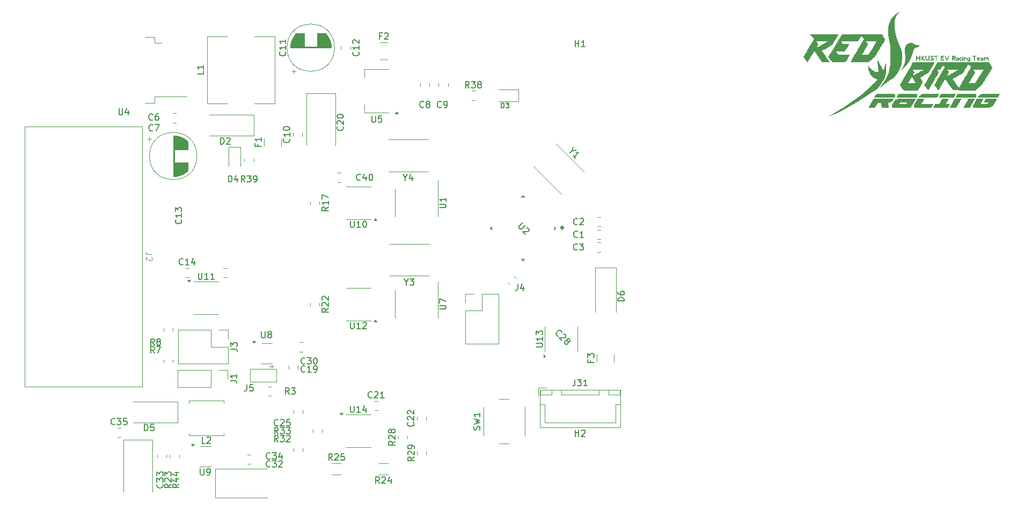
<source format=gbr>
%TF.GenerationSoftware,KiCad,Pcbnew,9.0.2*%
%TF.CreationDate,2025-08-14T17:52:04+08:00*%
%TF.ProjectId,SSRU_v3.1,53535255-5f76-4332-9e31-2e6b69636164,rev?*%
%TF.SameCoordinates,Original*%
%TF.FileFunction,Legend,Top*%
%TF.FilePolarity,Positive*%
%FSLAX46Y46*%
G04 Gerber Fmt 4.6, Leading zero omitted, Abs format (unit mm)*
G04 Created by KiCad (PCBNEW 9.0.2) date 2025-08-14 17:52:04*
%MOMM*%
%LPD*%
G01*
G04 APERTURE LIST*
%ADD10C,0.150000*%
%ADD11C,0.100000*%
%ADD12C,0.120000*%
%ADD13C,0.350000*%
%ADD14C,0.000000*%
G04 APERTURE END LIST*
D10*
X122583333Y-80559580D02*
X122535714Y-80607200D01*
X122535714Y-80607200D02*
X122392857Y-80654819D01*
X122392857Y-80654819D02*
X122297619Y-80654819D01*
X122297619Y-80654819D02*
X122154762Y-80607200D01*
X122154762Y-80607200D02*
X122059524Y-80511961D01*
X122059524Y-80511961D02*
X122011905Y-80416723D01*
X122011905Y-80416723D02*
X121964286Y-80226247D01*
X121964286Y-80226247D02*
X121964286Y-80083390D01*
X121964286Y-80083390D02*
X122011905Y-79892914D01*
X122011905Y-79892914D02*
X122059524Y-79797676D01*
X122059524Y-79797676D02*
X122154762Y-79702438D01*
X122154762Y-79702438D02*
X122297619Y-79654819D01*
X122297619Y-79654819D02*
X122392857Y-79654819D01*
X122392857Y-79654819D02*
X122535714Y-79702438D01*
X122535714Y-79702438D02*
X122583333Y-79750057D01*
X122916667Y-79654819D02*
X123583333Y-79654819D01*
X123583333Y-79654819D02*
X123154762Y-80654819D01*
X153761905Y-94854819D02*
X153761905Y-95664342D01*
X153761905Y-95664342D02*
X153809524Y-95759580D01*
X153809524Y-95759580D02*
X153857143Y-95807200D01*
X153857143Y-95807200D02*
X153952381Y-95854819D01*
X153952381Y-95854819D02*
X154142857Y-95854819D01*
X154142857Y-95854819D02*
X154238095Y-95807200D01*
X154238095Y-95807200D02*
X154285714Y-95759580D01*
X154285714Y-95759580D02*
X154333333Y-95664342D01*
X154333333Y-95664342D02*
X154333333Y-94854819D01*
X155333333Y-95854819D02*
X154761905Y-95854819D01*
X155047619Y-95854819D02*
X155047619Y-94854819D01*
X155047619Y-94854819D02*
X154952381Y-94997676D01*
X154952381Y-94997676D02*
X154857143Y-95092914D01*
X154857143Y-95092914D02*
X154761905Y-95140533D01*
X155952381Y-94854819D02*
X156047619Y-94854819D01*
X156047619Y-94854819D02*
X156142857Y-94902438D01*
X156142857Y-94902438D02*
X156190476Y-94950057D01*
X156190476Y-94950057D02*
X156238095Y-95045295D01*
X156238095Y-95045295D02*
X156285714Y-95235771D01*
X156285714Y-95235771D02*
X156285714Y-95473866D01*
X156285714Y-95473866D02*
X156238095Y-95664342D01*
X156238095Y-95664342D02*
X156190476Y-95759580D01*
X156190476Y-95759580D02*
X156142857Y-95807200D01*
X156142857Y-95807200D02*
X156047619Y-95854819D01*
X156047619Y-95854819D02*
X155952381Y-95854819D01*
X155952381Y-95854819D02*
X155857143Y-95807200D01*
X155857143Y-95807200D02*
X155809524Y-95759580D01*
X155809524Y-95759580D02*
X155761905Y-95664342D01*
X155761905Y-95664342D02*
X155714286Y-95473866D01*
X155714286Y-95473866D02*
X155714286Y-95235771D01*
X155714286Y-95235771D02*
X155761905Y-95045295D01*
X155761905Y-95045295D02*
X155809524Y-94950057D01*
X155809524Y-94950057D02*
X155857143Y-94902438D01*
X155857143Y-94902438D02*
X155952381Y-94854819D01*
X183054819Y-114738094D02*
X183864342Y-114738094D01*
X183864342Y-114738094D02*
X183959580Y-114690475D01*
X183959580Y-114690475D02*
X184007200Y-114642856D01*
X184007200Y-114642856D02*
X184054819Y-114547618D01*
X184054819Y-114547618D02*
X184054819Y-114357142D01*
X184054819Y-114357142D02*
X184007200Y-114261904D01*
X184007200Y-114261904D02*
X183959580Y-114214285D01*
X183959580Y-114214285D02*
X183864342Y-114166666D01*
X183864342Y-114166666D02*
X183054819Y-114166666D01*
X184054819Y-113166666D02*
X184054819Y-113738094D01*
X184054819Y-113452380D02*
X183054819Y-113452380D01*
X183054819Y-113452380D02*
X183197676Y-113547618D01*
X183197676Y-113547618D02*
X183292914Y-113642856D01*
X183292914Y-113642856D02*
X183340533Y-113738094D01*
X183054819Y-112833332D02*
X183054819Y-112214285D01*
X183054819Y-112214285D02*
X183435771Y-112547618D01*
X183435771Y-112547618D02*
X183435771Y-112404761D01*
X183435771Y-112404761D02*
X183483390Y-112309523D01*
X183483390Y-112309523D02*
X183531009Y-112261904D01*
X183531009Y-112261904D02*
X183626247Y-112214285D01*
X183626247Y-112214285D02*
X183864342Y-112214285D01*
X183864342Y-112214285D02*
X183959580Y-112261904D01*
X183959580Y-112261904D02*
X184007200Y-112309523D01*
X184007200Y-112309523D02*
X184054819Y-112404761D01*
X184054819Y-112404761D02*
X184054819Y-112690475D01*
X184054819Y-112690475D02*
X184007200Y-112785713D01*
X184007200Y-112785713D02*
X183959580Y-112833332D01*
D11*
X122467580Y-100111666D02*
X121753295Y-100111666D01*
X121753295Y-100111666D02*
X121610438Y-100064047D01*
X121610438Y-100064047D02*
X121515200Y-99968809D01*
X121515200Y-99968809D02*
X121467580Y-99825952D01*
X121467580Y-99825952D02*
X121467580Y-99730714D01*
X122372342Y-100540238D02*
X122419961Y-100587857D01*
X122419961Y-100587857D02*
X122467580Y-100683095D01*
X122467580Y-100683095D02*
X122467580Y-100921190D01*
X122467580Y-100921190D02*
X122419961Y-101016428D01*
X122419961Y-101016428D02*
X122372342Y-101064047D01*
X122372342Y-101064047D02*
X122277104Y-101111666D01*
X122277104Y-101111666D02*
X122181866Y-101111666D01*
X122181866Y-101111666D02*
X122039009Y-101064047D01*
X122039009Y-101064047D02*
X121467580Y-100492619D01*
X121467580Y-100492619D02*
X121467580Y-101111666D01*
D10*
X153761905Y-124054819D02*
X153761905Y-124864342D01*
X153761905Y-124864342D02*
X153809524Y-124959580D01*
X153809524Y-124959580D02*
X153857143Y-125007200D01*
X153857143Y-125007200D02*
X153952381Y-125054819D01*
X153952381Y-125054819D02*
X154142857Y-125054819D01*
X154142857Y-125054819D02*
X154238095Y-125007200D01*
X154238095Y-125007200D02*
X154285714Y-124959580D01*
X154285714Y-124959580D02*
X154333333Y-124864342D01*
X154333333Y-124864342D02*
X154333333Y-124054819D01*
X155333333Y-125054819D02*
X154761905Y-125054819D01*
X155047619Y-125054819D02*
X155047619Y-124054819D01*
X155047619Y-124054819D02*
X154952381Y-124197676D01*
X154952381Y-124197676D02*
X154857143Y-124292914D01*
X154857143Y-124292914D02*
X154761905Y-124340533D01*
X156190476Y-124388152D02*
X156190476Y-125054819D01*
X155952381Y-124007200D02*
X155714286Y-124721485D01*
X155714286Y-124721485D02*
X156333333Y-124721485D01*
X158666666Y-65651009D02*
X158333333Y-65651009D01*
X158333333Y-66174819D02*
X158333333Y-65174819D01*
X158333333Y-65174819D02*
X158809523Y-65174819D01*
X159142857Y-65270057D02*
X159190476Y-65222438D01*
X159190476Y-65222438D02*
X159285714Y-65174819D01*
X159285714Y-65174819D02*
X159523809Y-65174819D01*
X159523809Y-65174819D02*
X159619047Y-65222438D01*
X159619047Y-65222438D02*
X159666666Y-65270057D01*
X159666666Y-65270057D02*
X159714285Y-65365295D01*
X159714285Y-65365295D02*
X159714285Y-65460533D01*
X159714285Y-65460533D02*
X159666666Y-65603390D01*
X159666666Y-65603390D02*
X159095238Y-66174819D01*
X159095238Y-66174819D02*
X159714285Y-66174819D01*
X167807319Y-92761904D02*
X168616842Y-92761904D01*
X168616842Y-92761904D02*
X168712080Y-92714285D01*
X168712080Y-92714285D02*
X168759700Y-92666666D01*
X168759700Y-92666666D02*
X168807319Y-92571428D01*
X168807319Y-92571428D02*
X168807319Y-92380952D01*
X168807319Y-92380952D02*
X168759700Y-92285714D01*
X168759700Y-92285714D02*
X168712080Y-92238095D01*
X168712080Y-92238095D02*
X168616842Y-92190476D01*
X168616842Y-92190476D02*
X167807319Y-92190476D01*
X168807319Y-91190476D02*
X168807319Y-91761904D01*
X168807319Y-91476190D02*
X167807319Y-91476190D01*
X167807319Y-91476190D02*
X167950176Y-91571428D01*
X167950176Y-91571428D02*
X168045414Y-91666666D01*
X168045414Y-91666666D02*
X168093033Y-91761904D01*
X142357142Y-127109580D02*
X142309523Y-127157200D01*
X142309523Y-127157200D02*
X142166666Y-127204819D01*
X142166666Y-127204819D02*
X142071428Y-127204819D01*
X142071428Y-127204819D02*
X141928571Y-127157200D01*
X141928571Y-127157200D02*
X141833333Y-127061961D01*
X141833333Y-127061961D02*
X141785714Y-126966723D01*
X141785714Y-126966723D02*
X141738095Y-126776247D01*
X141738095Y-126776247D02*
X141738095Y-126633390D01*
X141738095Y-126633390D02*
X141785714Y-126442914D01*
X141785714Y-126442914D02*
X141833333Y-126347676D01*
X141833333Y-126347676D02*
X141928571Y-126252438D01*
X141928571Y-126252438D02*
X142071428Y-126204819D01*
X142071428Y-126204819D02*
X142166666Y-126204819D01*
X142166666Y-126204819D02*
X142309523Y-126252438D01*
X142309523Y-126252438D02*
X142357142Y-126300057D01*
X142738095Y-126300057D02*
X142785714Y-126252438D01*
X142785714Y-126252438D02*
X142880952Y-126204819D01*
X142880952Y-126204819D02*
X143119047Y-126204819D01*
X143119047Y-126204819D02*
X143214285Y-126252438D01*
X143214285Y-126252438D02*
X143261904Y-126300057D01*
X143261904Y-126300057D02*
X143309523Y-126395295D01*
X143309523Y-126395295D02*
X143309523Y-126490533D01*
X143309523Y-126490533D02*
X143261904Y-126633390D01*
X143261904Y-126633390D02*
X142690476Y-127204819D01*
X142690476Y-127204819D02*
X143309523Y-127204819D01*
X144214285Y-126204819D02*
X143738095Y-126204819D01*
X143738095Y-126204819D02*
X143690476Y-126681009D01*
X143690476Y-126681009D02*
X143738095Y-126633390D01*
X143738095Y-126633390D02*
X143833333Y-126585771D01*
X143833333Y-126585771D02*
X144071428Y-126585771D01*
X144071428Y-126585771D02*
X144166666Y-126633390D01*
X144166666Y-126633390D02*
X144214285Y-126681009D01*
X144214285Y-126681009D02*
X144261904Y-126776247D01*
X144261904Y-126776247D02*
X144261904Y-127014342D01*
X144261904Y-127014342D02*
X144214285Y-127109580D01*
X144214285Y-127109580D02*
X144166666Y-127157200D01*
X144166666Y-127157200D02*
X144071428Y-127204819D01*
X144071428Y-127204819D02*
X143833333Y-127204819D01*
X143833333Y-127204819D02*
X143738095Y-127157200D01*
X143738095Y-127157200D02*
X143690476Y-127109580D01*
X189583333Y-99359580D02*
X189535714Y-99407200D01*
X189535714Y-99407200D02*
X189392857Y-99454819D01*
X189392857Y-99454819D02*
X189297619Y-99454819D01*
X189297619Y-99454819D02*
X189154762Y-99407200D01*
X189154762Y-99407200D02*
X189059524Y-99311961D01*
X189059524Y-99311961D02*
X189011905Y-99216723D01*
X189011905Y-99216723D02*
X188964286Y-99026247D01*
X188964286Y-99026247D02*
X188964286Y-98883390D01*
X188964286Y-98883390D02*
X189011905Y-98692914D01*
X189011905Y-98692914D02*
X189059524Y-98597676D01*
X189059524Y-98597676D02*
X189154762Y-98502438D01*
X189154762Y-98502438D02*
X189297619Y-98454819D01*
X189297619Y-98454819D02*
X189392857Y-98454819D01*
X189392857Y-98454819D02*
X189535714Y-98502438D01*
X189535714Y-98502438D02*
X189583333Y-98550057D01*
X189916667Y-98454819D02*
X190535714Y-98454819D01*
X190535714Y-98454819D02*
X190202381Y-98835771D01*
X190202381Y-98835771D02*
X190345238Y-98835771D01*
X190345238Y-98835771D02*
X190440476Y-98883390D01*
X190440476Y-98883390D02*
X190488095Y-98931009D01*
X190488095Y-98931009D02*
X190535714Y-99026247D01*
X190535714Y-99026247D02*
X190535714Y-99264342D01*
X190535714Y-99264342D02*
X190488095Y-99359580D01*
X190488095Y-99359580D02*
X190440476Y-99407200D01*
X190440476Y-99407200D02*
X190345238Y-99454819D01*
X190345238Y-99454819D02*
X190059524Y-99454819D01*
X190059524Y-99454819D02*
X189964286Y-99407200D01*
X189964286Y-99407200D02*
X189916667Y-99359580D01*
X168083333Y-76859580D02*
X168035714Y-76907200D01*
X168035714Y-76907200D02*
X167892857Y-76954819D01*
X167892857Y-76954819D02*
X167797619Y-76954819D01*
X167797619Y-76954819D02*
X167654762Y-76907200D01*
X167654762Y-76907200D02*
X167559524Y-76811961D01*
X167559524Y-76811961D02*
X167511905Y-76716723D01*
X167511905Y-76716723D02*
X167464286Y-76526247D01*
X167464286Y-76526247D02*
X167464286Y-76383390D01*
X167464286Y-76383390D02*
X167511905Y-76192914D01*
X167511905Y-76192914D02*
X167559524Y-76097676D01*
X167559524Y-76097676D02*
X167654762Y-76002438D01*
X167654762Y-76002438D02*
X167797619Y-75954819D01*
X167797619Y-75954819D02*
X167892857Y-75954819D01*
X167892857Y-75954819D02*
X168035714Y-76002438D01*
X168035714Y-76002438D02*
X168083333Y-76050057D01*
X168559524Y-76954819D02*
X168750000Y-76954819D01*
X168750000Y-76954819D02*
X168845238Y-76907200D01*
X168845238Y-76907200D02*
X168892857Y-76859580D01*
X168892857Y-76859580D02*
X168988095Y-76716723D01*
X168988095Y-76716723D02*
X169035714Y-76526247D01*
X169035714Y-76526247D02*
X169035714Y-76145295D01*
X169035714Y-76145295D02*
X168988095Y-76050057D01*
X168988095Y-76050057D02*
X168940476Y-76002438D01*
X168940476Y-76002438D02*
X168845238Y-75954819D01*
X168845238Y-75954819D02*
X168654762Y-75954819D01*
X168654762Y-75954819D02*
X168559524Y-76002438D01*
X168559524Y-76002438D02*
X168511905Y-76050057D01*
X168511905Y-76050057D02*
X168464286Y-76145295D01*
X168464286Y-76145295D02*
X168464286Y-76383390D01*
X168464286Y-76383390D02*
X168511905Y-76478628D01*
X168511905Y-76478628D02*
X168559524Y-76526247D01*
X168559524Y-76526247D02*
X168654762Y-76573866D01*
X168654762Y-76573866D02*
X168845238Y-76573866D01*
X168845238Y-76573866D02*
X168940476Y-76526247D01*
X168940476Y-76526247D02*
X168988095Y-76478628D01*
X168988095Y-76478628D02*
X169035714Y-76383390D01*
X126704819Y-136392857D02*
X126228628Y-136726190D01*
X126704819Y-136964285D02*
X125704819Y-136964285D01*
X125704819Y-136964285D02*
X125704819Y-136583333D01*
X125704819Y-136583333D02*
X125752438Y-136488095D01*
X125752438Y-136488095D02*
X125800057Y-136440476D01*
X125800057Y-136440476D02*
X125895295Y-136392857D01*
X125895295Y-136392857D02*
X126038152Y-136392857D01*
X126038152Y-136392857D02*
X126133390Y-136440476D01*
X126133390Y-136440476D02*
X126181009Y-136488095D01*
X126181009Y-136488095D02*
X126228628Y-136583333D01*
X126228628Y-136583333D02*
X126228628Y-136964285D01*
X126038152Y-135535714D02*
X126704819Y-135535714D01*
X125657200Y-135773809D02*
X126371485Y-136011904D01*
X126371485Y-136011904D02*
X126371485Y-135392857D01*
X126038152Y-134583333D02*
X126704819Y-134583333D01*
X125657200Y-134821428D02*
X126371485Y-135059523D01*
X126371485Y-135059523D02*
X126371485Y-134440476D01*
X157138095Y-78254819D02*
X157138095Y-79064342D01*
X157138095Y-79064342D02*
X157185714Y-79159580D01*
X157185714Y-79159580D02*
X157233333Y-79207200D01*
X157233333Y-79207200D02*
X157328571Y-79254819D01*
X157328571Y-79254819D02*
X157519047Y-79254819D01*
X157519047Y-79254819D02*
X157614285Y-79207200D01*
X157614285Y-79207200D02*
X157661904Y-79159580D01*
X157661904Y-79159580D02*
X157709523Y-79064342D01*
X157709523Y-79064342D02*
X157709523Y-78254819D01*
X158661904Y-78254819D02*
X158185714Y-78254819D01*
X158185714Y-78254819D02*
X158138095Y-78731009D01*
X158138095Y-78731009D02*
X158185714Y-78683390D01*
X158185714Y-78683390D02*
X158280952Y-78635771D01*
X158280952Y-78635771D02*
X158519047Y-78635771D01*
X158519047Y-78635771D02*
X158614285Y-78683390D01*
X158614285Y-78683390D02*
X158661904Y-78731009D01*
X158661904Y-78731009D02*
X158709523Y-78826247D01*
X158709523Y-78826247D02*
X158709523Y-79064342D01*
X158709523Y-79064342D02*
X158661904Y-79159580D01*
X158661904Y-79159580D02*
X158614285Y-79207200D01*
X158614285Y-79207200D02*
X158519047Y-79254819D01*
X158519047Y-79254819D02*
X158280952Y-79254819D01*
X158280952Y-79254819D02*
X158185714Y-79207200D01*
X158185714Y-79207200D02*
X158138095Y-79159580D01*
X189205736Y-128852619D02*
X189205736Y-127852619D01*
X189205736Y-128328809D02*
X189777164Y-128328809D01*
X189777164Y-128852619D02*
X189777164Y-127852619D01*
X190205736Y-127947857D02*
X190253355Y-127900238D01*
X190253355Y-127900238D02*
X190348593Y-127852619D01*
X190348593Y-127852619D02*
X190586688Y-127852619D01*
X190586688Y-127852619D02*
X190681926Y-127900238D01*
X190681926Y-127900238D02*
X190729545Y-127947857D01*
X190729545Y-127947857D02*
X190777164Y-128043095D01*
X190777164Y-128043095D02*
X190777164Y-128138333D01*
X190777164Y-128138333D02*
X190729545Y-128281190D01*
X190729545Y-128281190D02*
X190158117Y-128852619D01*
X190158117Y-128852619D02*
X190777164Y-128852619D01*
X124109580Y-136392857D02*
X124157200Y-136440476D01*
X124157200Y-136440476D02*
X124204819Y-136583333D01*
X124204819Y-136583333D02*
X124204819Y-136678571D01*
X124204819Y-136678571D02*
X124157200Y-136821428D01*
X124157200Y-136821428D02*
X124061961Y-136916666D01*
X124061961Y-136916666D02*
X123966723Y-136964285D01*
X123966723Y-136964285D02*
X123776247Y-137011904D01*
X123776247Y-137011904D02*
X123633390Y-137011904D01*
X123633390Y-137011904D02*
X123442914Y-136964285D01*
X123442914Y-136964285D02*
X123347676Y-136916666D01*
X123347676Y-136916666D02*
X123252438Y-136821428D01*
X123252438Y-136821428D02*
X123204819Y-136678571D01*
X123204819Y-136678571D02*
X123204819Y-136583333D01*
X123204819Y-136583333D02*
X123252438Y-136440476D01*
X123252438Y-136440476D02*
X123300057Y-136392857D01*
X123204819Y-136059523D02*
X123204819Y-135440476D01*
X123204819Y-135440476D02*
X123585771Y-135773809D01*
X123585771Y-135773809D02*
X123585771Y-135630952D01*
X123585771Y-135630952D02*
X123633390Y-135535714D01*
X123633390Y-135535714D02*
X123681009Y-135488095D01*
X123681009Y-135488095D02*
X123776247Y-135440476D01*
X123776247Y-135440476D02*
X124014342Y-135440476D01*
X124014342Y-135440476D02*
X124109580Y-135488095D01*
X124109580Y-135488095D02*
X124157200Y-135535714D01*
X124157200Y-135535714D02*
X124204819Y-135630952D01*
X124204819Y-135630952D02*
X124204819Y-135916666D01*
X124204819Y-135916666D02*
X124157200Y-136011904D01*
X124157200Y-136011904D02*
X124109580Y-136059523D01*
X123204819Y-135107142D02*
X123204819Y-134488095D01*
X123204819Y-134488095D02*
X123585771Y-134821428D01*
X123585771Y-134821428D02*
X123585771Y-134678571D01*
X123585771Y-134678571D02*
X123633390Y-134583333D01*
X123633390Y-134583333D02*
X123681009Y-134535714D01*
X123681009Y-134535714D02*
X123776247Y-134488095D01*
X123776247Y-134488095D02*
X124014342Y-134488095D01*
X124014342Y-134488095D02*
X124109580Y-134535714D01*
X124109580Y-134535714D02*
X124157200Y-134583333D01*
X124157200Y-134583333D02*
X124204819Y-134678571D01*
X124204819Y-134678571D02*
X124204819Y-134964285D01*
X124204819Y-134964285D02*
X124157200Y-135059523D01*
X124157200Y-135059523D02*
X124109580Y-135107142D01*
X160804819Y-129642857D02*
X160328628Y-129976190D01*
X160804819Y-130214285D02*
X159804819Y-130214285D01*
X159804819Y-130214285D02*
X159804819Y-129833333D01*
X159804819Y-129833333D02*
X159852438Y-129738095D01*
X159852438Y-129738095D02*
X159900057Y-129690476D01*
X159900057Y-129690476D02*
X159995295Y-129642857D01*
X159995295Y-129642857D02*
X160138152Y-129642857D01*
X160138152Y-129642857D02*
X160233390Y-129690476D01*
X160233390Y-129690476D02*
X160281009Y-129738095D01*
X160281009Y-129738095D02*
X160328628Y-129833333D01*
X160328628Y-129833333D02*
X160328628Y-130214285D01*
X159900057Y-129261904D02*
X159852438Y-129214285D01*
X159852438Y-129214285D02*
X159804819Y-129119047D01*
X159804819Y-129119047D02*
X159804819Y-128880952D01*
X159804819Y-128880952D02*
X159852438Y-128785714D01*
X159852438Y-128785714D02*
X159900057Y-128738095D01*
X159900057Y-128738095D02*
X159995295Y-128690476D01*
X159995295Y-128690476D02*
X160090533Y-128690476D01*
X160090533Y-128690476D02*
X160233390Y-128738095D01*
X160233390Y-128738095D02*
X160804819Y-129309523D01*
X160804819Y-129309523D02*
X160804819Y-128690476D01*
X160233390Y-128119047D02*
X160185771Y-128214285D01*
X160185771Y-128214285D02*
X160138152Y-128261904D01*
X160138152Y-128261904D02*
X160042914Y-128309523D01*
X160042914Y-128309523D02*
X159995295Y-128309523D01*
X159995295Y-128309523D02*
X159900057Y-128261904D01*
X159900057Y-128261904D02*
X159852438Y-128214285D01*
X159852438Y-128214285D02*
X159804819Y-128119047D01*
X159804819Y-128119047D02*
X159804819Y-127928571D01*
X159804819Y-127928571D02*
X159852438Y-127833333D01*
X159852438Y-127833333D02*
X159900057Y-127785714D01*
X159900057Y-127785714D02*
X159995295Y-127738095D01*
X159995295Y-127738095D02*
X160042914Y-127738095D01*
X160042914Y-127738095D02*
X160138152Y-127785714D01*
X160138152Y-127785714D02*
X160185771Y-127833333D01*
X160185771Y-127833333D02*
X160233390Y-127928571D01*
X160233390Y-127928571D02*
X160233390Y-128119047D01*
X160233390Y-128119047D02*
X160281009Y-128214285D01*
X160281009Y-128214285D02*
X160328628Y-128261904D01*
X160328628Y-128261904D02*
X160423866Y-128309523D01*
X160423866Y-128309523D02*
X160614342Y-128309523D01*
X160614342Y-128309523D02*
X160709580Y-128261904D01*
X160709580Y-128261904D02*
X160757200Y-128214285D01*
X160757200Y-128214285D02*
X160804819Y-128119047D01*
X160804819Y-128119047D02*
X160804819Y-127928571D01*
X160804819Y-127928571D02*
X160757200Y-127833333D01*
X160757200Y-127833333D02*
X160709580Y-127785714D01*
X160709580Y-127785714D02*
X160614342Y-127738095D01*
X160614342Y-127738095D02*
X160423866Y-127738095D01*
X160423866Y-127738095D02*
X160328628Y-127785714D01*
X160328628Y-127785714D02*
X160281009Y-127833333D01*
X160281009Y-127833333D02*
X160233390Y-127928571D01*
X127357142Y-101679580D02*
X127309523Y-101727200D01*
X127309523Y-101727200D02*
X127166666Y-101774819D01*
X127166666Y-101774819D02*
X127071428Y-101774819D01*
X127071428Y-101774819D02*
X126928571Y-101727200D01*
X126928571Y-101727200D02*
X126833333Y-101631961D01*
X126833333Y-101631961D02*
X126785714Y-101536723D01*
X126785714Y-101536723D02*
X126738095Y-101346247D01*
X126738095Y-101346247D02*
X126738095Y-101203390D01*
X126738095Y-101203390D02*
X126785714Y-101012914D01*
X126785714Y-101012914D02*
X126833333Y-100917676D01*
X126833333Y-100917676D02*
X126928571Y-100822438D01*
X126928571Y-100822438D02*
X127071428Y-100774819D01*
X127071428Y-100774819D02*
X127166666Y-100774819D01*
X127166666Y-100774819D02*
X127309523Y-100822438D01*
X127309523Y-100822438D02*
X127357142Y-100870057D01*
X128309523Y-101774819D02*
X127738095Y-101774819D01*
X128023809Y-101774819D02*
X128023809Y-100774819D01*
X128023809Y-100774819D02*
X127928571Y-100917676D01*
X127928571Y-100917676D02*
X127833333Y-101012914D01*
X127833333Y-101012914D02*
X127738095Y-101060533D01*
X129166666Y-101108152D02*
X129166666Y-101774819D01*
X128928571Y-100727200D02*
X128690476Y-101441485D01*
X128690476Y-101441485D02*
X129309523Y-101441485D01*
X180154166Y-104824819D02*
X180154166Y-105539104D01*
X180154166Y-105539104D02*
X180106547Y-105681961D01*
X180106547Y-105681961D02*
X180011309Y-105777200D01*
X180011309Y-105777200D02*
X179868452Y-105824819D01*
X179868452Y-105824819D02*
X179773214Y-105824819D01*
X181058928Y-105158152D02*
X181058928Y-105824819D01*
X180820833Y-104777200D02*
X180582738Y-105491485D01*
X180582738Y-105491485D02*
X181201785Y-105491485D01*
X134511905Y-88704819D02*
X134511905Y-87704819D01*
X134511905Y-87704819D02*
X134750000Y-87704819D01*
X134750000Y-87704819D02*
X134892857Y-87752438D01*
X134892857Y-87752438D02*
X134988095Y-87847676D01*
X134988095Y-87847676D02*
X135035714Y-87942914D01*
X135035714Y-87942914D02*
X135083333Y-88133390D01*
X135083333Y-88133390D02*
X135083333Y-88276247D01*
X135083333Y-88276247D02*
X135035714Y-88466723D01*
X135035714Y-88466723D02*
X134988095Y-88561961D01*
X134988095Y-88561961D02*
X134892857Y-88657200D01*
X134892857Y-88657200D02*
X134750000Y-88704819D01*
X134750000Y-88704819D02*
X134511905Y-88704819D01*
X135940476Y-88038152D02*
X135940476Y-88704819D01*
X135702381Y-87657200D02*
X135464286Y-88371485D01*
X135464286Y-88371485D02*
X136083333Y-88371485D01*
X155357142Y-88359580D02*
X155309523Y-88407200D01*
X155309523Y-88407200D02*
X155166666Y-88454819D01*
X155166666Y-88454819D02*
X155071428Y-88454819D01*
X155071428Y-88454819D02*
X154928571Y-88407200D01*
X154928571Y-88407200D02*
X154833333Y-88311961D01*
X154833333Y-88311961D02*
X154785714Y-88216723D01*
X154785714Y-88216723D02*
X154738095Y-88026247D01*
X154738095Y-88026247D02*
X154738095Y-87883390D01*
X154738095Y-87883390D02*
X154785714Y-87692914D01*
X154785714Y-87692914D02*
X154833333Y-87597676D01*
X154833333Y-87597676D02*
X154928571Y-87502438D01*
X154928571Y-87502438D02*
X155071428Y-87454819D01*
X155071428Y-87454819D02*
X155166666Y-87454819D01*
X155166666Y-87454819D02*
X155309523Y-87502438D01*
X155309523Y-87502438D02*
X155357142Y-87550057D01*
X156214285Y-87788152D02*
X156214285Y-88454819D01*
X155976190Y-87407200D02*
X155738095Y-88121485D01*
X155738095Y-88121485D02*
X156357142Y-88121485D01*
X156928571Y-87454819D02*
X157023809Y-87454819D01*
X157023809Y-87454819D02*
X157119047Y-87502438D01*
X157119047Y-87502438D02*
X157166666Y-87550057D01*
X157166666Y-87550057D02*
X157214285Y-87645295D01*
X157214285Y-87645295D02*
X157261904Y-87835771D01*
X157261904Y-87835771D02*
X157261904Y-88073866D01*
X157261904Y-88073866D02*
X157214285Y-88264342D01*
X157214285Y-88264342D02*
X157166666Y-88359580D01*
X157166666Y-88359580D02*
X157119047Y-88407200D01*
X157119047Y-88407200D02*
X157023809Y-88454819D01*
X157023809Y-88454819D02*
X156928571Y-88454819D01*
X156928571Y-88454819D02*
X156833333Y-88407200D01*
X156833333Y-88407200D02*
X156785714Y-88359580D01*
X156785714Y-88359580D02*
X156738095Y-88264342D01*
X156738095Y-88264342D02*
X156690476Y-88073866D01*
X156690476Y-88073866D02*
X156690476Y-87835771D01*
X156690476Y-87835771D02*
X156738095Y-87645295D01*
X156738095Y-87645295D02*
X156785714Y-87550057D01*
X156785714Y-87550057D02*
X156833333Y-87502438D01*
X156833333Y-87502438D02*
X156928571Y-87454819D01*
X146607142Y-118620832D02*
X146559523Y-118668452D01*
X146559523Y-118668452D02*
X146416666Y-118716071D01*
X146416666Y-118716071D02*
X146321428Y-118716071D01*
X146321428Y-118716071D02*
X146178571Y-118668452D01*
X146178571Y-118668452D02*
X146083333Y-118573213D01*
X146083333Y-118573213D02*
X146035714Y-118477975D01*
X146035714Y-118477975D02*
X145988095Y-118287499D01*
X145988095Y-118287499D02*
X145988095Y-118144642D01*
X145988095Y-118144642D02*
X146035714Y-117954166D01*
X146035714Y-117954166D02*
X146083333Y-117858928D01*
X146083333Y-117858928D02*
X146178571Y-117763690D01*
X146178571Y-117763690D02*
X146321428Y-117716071D01*
X146321428Y-117716071D02*
X146416666Y-117716071D01*
X146416666Y-117716071D02*
X146559523Y-117763690D01*
X146559523Y-117763690D02*
X146607142Y-117811309D01*
X147559523Y-118716071D02*
X146988095Y-118716071D01*
X147273809Y-118716071D02*
X147273809Y-117716071D01*
X147273809Y-117716071D02*
X147178571Y-117858928D01*
X147178571Y-117858928D02*
X147083333Y-117954166D01*
X147083333Y-117954166D02*
X146988095Y-118001785D01*
X148035714Y-118716071D02*
X148226190Y-118716071D01*
X148226190Y-118716071D02*
X148321428Y-118668452D01*
X148321428Y-118668452D02*
X148369047Y-118620832D01*
X148369047Y-118620832D02*
X148464285Y-118477975D01*
X148464285Y-118477975D02*
X148511904Y-118287499D01*
X148511904Y-118287499D02*
X148511904Y-117906547D01*
X148511904Y-117906547D02*
X148464285Y-117811309D01*
X148464285Y-117811309D02*
X148416666Y-117763690D01*
X148416666Y-117763690D02*
X148321428Y-117716071D01*
X148321428Y-117716071D02*
X148130952Y-117716071D01*
X148130952Y-117716071D02*
X148035714Y-117763690D01*
X148035714Y-117763690D02*
X147988095Y-117811309D01*
X147988095Y-117811309D02*
X147940476Y-117906547D01*
X147940476Y-117906547D02*
X147940476Y-118144642D01*
X147940476Y-118144642D02*
X147988095Y-118239880D01*
X147988095Y-118239880D02*
X148035714Y-118287499D01*
X148035714Y-118287499D02*
X148130952Y-118335118D01*
X148130952Y-118335118D02*
X148321428Y-118335118D01*
X148321428Y-118335118D02*
X148416666Y-118287499D01*
X148416666Y-118287499D02*
X148464285Y-118239880D01*
X148464285Y-118239880D02*
X148511904Y-118144642D01*
X189190476Y-119879819D02*
X189190476Y-120594104D01*
X189190476Y-120594104D02*
X189142857Y-120736961D01*
X189142857Y-120736961D02*
X189047619Y-120832200D01*
X189047619Y-120832200D02*
X188904762Y-120879819D01*
X188904762Y-120879819D02*
X188809524Y-120879819D01*
X189571429Y-119879819D02*
X190190476Y-119879819D01*
X190190476Y-119879819D02*
X189857143Y-120260771D01*
X189857143Y-120260771D02*
X190000000Y-120260771D01*
X190000000Y-120260771D02*
X190095238Y-120308390D01*
X190095238Y-120308390D02*
X190142857Y-120356009D01*
X190142857Y-120356009D02*
X190190476Y-120451247D01*
X190190476Y-120451247D02*
X190190476Y-120689342D01*
X190190476Y-120689342D02*
X190142857Y-120784580D01*
X190142857Y-120784580D02*
X190095238Y-120832200D01*
X190095238Y-120832200D02*
X190000000Y-120879819D01*
X190000000Y-120879819D02*
X189714286Y-120879819D01*
X189714286Y-120879819D02*
X189619048Y-120832200D01*
X189619048Y-120832200D02*
X189571429Y-120784580D01*
X191142857Y-120879819D02*
X190571429Y-120879819D01*
X190857143Y-120879819D02*
X190857143Y-119879819D01*
X190857143Y-119879819D02*
X190761905Y-120022676D01*
X190761905Y-120022676D02*
X190666667Y-120117914D01*
X190666667Y-120117914D02*
X190571429Y-120165533D01*
X174157200Y-127833332D02*
X174204819Y-127690475D01*
X174204819Y-127690475D02*
X174204819Y-127452380D01*
X174204819Y-127452380D02*
X174157200Y-127357142D01*
X174157200Y-127357142D02*
X174109580Y-127309523D01*
X174109580Y-127309523D02*
X174014342Y-127261904D01*
X174014342Y-127261904D02*
X173919104Y-127261904D01*
X173919104Y-127261904D02*
X173823866Y-127309523D01*
X173823866Y-127309523D02*
X173776247Y-127357142D01*
X173776247Y-127357142D02*
X173728628Y-127452380D01*
X173728628Y-127452380D02*
X173681009Y-127642856D01*
X173681009Y-127642856D02*
X173633390Y-127738094D01*
X173633390Y-127738094D02*
X173585771Y-127785713D01*
X173585771Y-127785713D02*
X173490533Y-127833332D01*
X173490533Y-127833332D02*
X173395295Y-127833332D01*
X173395295Y-127833332D02*
X173300057Y-127785713D01*
X173300057Y-127785713D02*
X173252438Y-127738094D01*
X173252438Y-127738094D02*
X173204819Y-127642856D01*
X173204819Y-127642856D02*
X173204819Y-127404761D01*
X173204819Y-127404761D02*
X173252438Y-127261904D01*
X173204819Y-126928570D02*
X174204819Y-126690475D01*
X174204819Y-126690475D02*
X173490533Y-126499999D01*
X173490533Y-126499999D02*
X174204819Y-126309523D01*
X174204819Y-126309523D02*
X173204819Y-126071428D01*
X174204819Y-125166666D02*
X174204819Y-125738094D01*
X174204819Y-125452380D02*
X173204819Y-125452380D01*
X173204819Y-125452380D02*
X173347676Y-125547618D01*
X173347676Y-125547618D02*
X173442914Y-125642856D01*
X173442914Y-125642856D02*
X173490533Y-125738094D01*
X146607142Y-117359580D02*
X146559523Y-117407200D01*
X146559523Y-117407200D02*
X146416666Y-117454819D01*
X146416666Y-117454819D02*
X146321428Y-117454819D01*
X146321428Y-117454819D02*
X146178571Y-117407200D01*
X146178571Y-117407200D02*
X146083333Y-117311961D01*
X146083333Y-117311961D02*
X146035714Y-117216723D01*
X146035714Y-117216723D02*
X145988095Y-117026247D01*
X145988095Y-117026247D02*
X145988095Y-116883390D01*
X145988095Y-116883390D02*
X146035714Y-116692914D01*
X146035714Y-116692914D02*
X146083333Y-116597676D01*
X146083333Y-116597676D02*
X146178571Y-116502438D01*
X146178571Y-116502438D02*
X146321428Y-116454819D01*
X146321428Y-116454819D02*
X146416666Y-116454819D01*
X146416666Y-116454819D02*
X146559523Y-116502438D01*
X146559523Y-116502438D02*
X146607142Y-116550057D01*
X146940476Y-116454819D02*
X147559523Y-116454819D01*
X147559523Y-116454819D02*
X147226190Y-116835771D01*
X147226190Y-116835771D02*
X147369047Y-116835771D01*
X147369047Y-116835771D02*
X147464285Y-116883390D01*
X147464285Y-116883390D02*
X147511904Y-116931009D01*
X147511904Y-116931009D02*
X147559523Y-117026247D01*
X147559523Y-117026247D02*
X147559523Y-117264342D01*
X147559523Y-117264342D02*
X147511904Y-117359580D01*
X147511904Y-117359580D02*
X147464285Y-117407200D01*
X147464285Y-117407200D02*
X147369047Y-117454819D01*
X147369047Y-117454819D02*
X147083333Y-117454819D01*
X147083333Y-117454819D02*
X146988095Y-117407200D01*
X146988095Y-117407200D02*
X146940476Y-117359580D01*
X148178571Y-116454819D02*
X148273809Y-116454819D01*
X148273809Y-116454819D02*
X148369047Y-116502438D01*
X148369047Y-116502438D02*
X148416666Y-116550057D01*
X148416666Y-116550057D02*
X148464285Y-116645295D01*
X148464285Y-116645295D02*
X148511904Y-116835771D01*
X148511904Y-116835771D02*
X148511904Y-117073866D01*
X148511904Y-117073866D02*
X148464285Y-117264342D01*
X148464285Y-117264342D02*
X148416666Y-117359580D01*
X148416666Y-117359580D02*
X148369047Y-117407200D01*
X148369047Y-117407200D02*
X148273809Y-117454819D01*
X148273809Y-117454819D02*
X148178571Y-117454819D01*
X148178571Y-117454819D02*
X148083333Y-117407200D01*
X148083333Y-117407200D02*
X148035714Y-117359580D01*
X148035714Y-117359580D02*
X147988095Y-117264342D01*
X147988095Y-117264342D02*
X147940476Y-117073866D01*
X147940476Y-117073866D02*
X147940476Y-116835771D01*
X147940476Y-116835771D02*
X147988095Y-116645295D01*
X147988095Y-116645295D02*
X148035714Y-116550057D01*
X148035714Y-116550057D02*
X148083333Y-116502438D01*
X148083333Y-116502438D02*
X148178571Y-116454819D01*
X163679580Y-126642857D02*
X163727200Y-126690476D01*
X163727200Y-126690476D02*
X163774819Y-126833333D01*
X163774819Y-126833333D02*
X163774819Y-126928571D01*
X163774819Y-126928571D02*
X163727200Y-127071428D01*
X163727200Y-127071428D02*
X163631961Y-127166666D01*
X163631961Y-127166666D02*
X163536723Y-127214285D01*
X163536723Y-127214285D02*
X163346247Y-127261904D01*
X163346247Y-127261904D02*
X163203390Y-127261904D01*
X163203390Y-127261904D02*
X163012914Y-127214285D01*
X163012914Y-127214285D02*
X162917676Y-127166666D01*
X162917676Y-127166666D02*
X162822438Y-127071428D01*
X162822438Y-127071428D02*
X162774819Y-126928571D01*
X162774819Y-126928571D02*
X162774819Y-126833333D01*
X162774819Y-126833333D02*
X162822438Y-126690476D01*
X162822438Y-126690476D02*
X162870057Y-126642857D01*
X162870057Y-126261904D02*
X162822438Y-126214285D01*
X162822438Y-126214285D02*
X162774819Y-126119047D01*
X162774819Y-126119047D02*
X162774819Y-125880952D01*
X162774819Y-125880952D02*
X162822438Y-125785714D01*
X162822438Y-125785714D02*
X162870057Y-125738095D01*
X162870057Y-125738095D02*
X162965295Y-125690476D01*
X162965295Y-125690476D02*
X163060533Y-125690476D01*
X163060533Y-125690476D02*
X163203390Y-125738095D01*
X163203390Y-125738095D02*
X163774819Y-126309523D01*
X163774819Y-126309523D02*
X163774819Y-125690476D01*
X162870057Y-125309523D02*
X162822438Y-125261904D01*
X162822438Y-125261904D02*
X162774819Y-125166666D01*
X162774819Y-125166666D02*
X162774819Y-124928571D01*
X162774819Y-124928571D02*
X162822438Y-124833333D01*
X162822438Y-124833333D02*
X162870057Y-124785714D01*
X162870057Y-124785714D02*
X162965295Y-124738095D01*
X162965295Y-124738095D02*
X163060533Y-124738095D01*
X163060533Y-124738095D02*
X163203390Y-124785714D01*
X163203390Y-124785714D02*
X163774819Y-125357142D01*
X163774819Y-125357142D02*
X163774819Y-124738095D01*
X155039580Y-68142857D02*
X155087200Y-68190476D01*
X155087200Y-68190476D02*
X155134819Y-68333333D01*
X155134819Y-68333333D02*
X155134819Y-68428571D01*
X155134819Y-68428571D02*
X155087200Y-68571428D01*
X155087200Y-68571428D02*
X154991961Y-68666666D01*
X154991961Y-68666666D02*
X154896723Y-68714285D01*
X154896723Y-68714285D02*
X154706247Y-68761904D01*
X154706247Y-68761904D02*
X154563390Y-68761904D01*
X154563390Y-68761904D02*
X154372914Y-68714285D01*
X154372914Y-68714285D02*
X154277676Y-68666666D01*
X154277676Y-68666666D02*
X154182438Y-68571428D01*
X154182438Y-68571428D02*
X154134819Y-68428571D01*
X154134819Y-68428571D02*
X154134819Y-68333333D01*
X154134819Y-68333333D02*
X154182438Y-68190476D01*
X154182438Y-68190476D02*
X154230057Y-68142857D01*
X155134819Y-67190476D02*
X155134819Y-67761904D01*
X155134819Y-67476190D02*
X154134819Y-67476190D01*
X154134819Y-67476190D02*
X154277676Y-67571428D01*
X154277676Y-67571428D02*
X154372914Y-67666666D01*
X154372914Y-67666666D02*
X154420533Y-67761904D01*
X154230057Y-66809523D02*
X154182438Y-66761904D01*
X154182438Y-66761904D02*
X154134819Y-66666666D01*
X154134819Y-66666666D02*
X154134819Y-66428571D01*
X154134819Y-66428571D02*
X154182438Y-66333333D01*
X154182438Y-66333333D02*
X154230057Y-66285714D01*
X154230057Y-66285714D02*
X154325295Y-66238095D01*
X154325295Y-66238095D02*
X154420533Y-66238095D01*
X154420533Y-66238095D02*
X154563390Y-66285714D01*
X154563390Y-66285714D02*
X155134819Y-66857142D01*
X155134819Y-66857142D02*
X155134819Y-66238095D01*
X177562024Y-76994795D02*
X177562024Y-76194795D01*
X177562024Y-76194795D02*
X177752500Y-76194795D01*
X177752500Y-76194795D02*
X177866786Y-76232890D01*
X177866786Y-76232890D02*
X177942976Y-76309080D01*
X177942976Y-76309080D02*
X177981071Y-76385271D01*
X177981071Y-76385271D02*
X178019167Y-76537652D01*
X178019167Y-76537652D02*
X178019167Y-76651938D01*
X178019167Y-76651938D02*
X177981071Y-76804319D01*
X177981071Y-76804319D02*
X177942976Y-76880509D01*
X177942976Y-76880509D02*
X177866786Y-76956700D01*
X177866786Y-76956700D02*
X177752500Y-76994795D01*
X177752500Y-76994795D02*
X177562024Y-76994795D01*
X178285833Y-76194795D02*
X178781071Y-76194795D01*
X178781071Y-76194795D02*
X178514405Y-76499557D01*
X178514405Y-76499557D02*
X178628690Y-76499557D01*
X178628690Y-76499557D02*
X178704881Y-76537652D01*
X178704881Y-76537652D02*
X178742976Y-76575747D01*
X178742976Y-76575747D02*
X178781071Y-76651938D01*
X178781071Y-76651938D02*
X178781071Y-76842414D01*
X178781071Y-76842414D02*
X178742976Y-76918604D01*
X178742976Y-76918604D02*
X178704881Y-76956700D01*
X178704881Y-76956700D02*
X178628690Y-76994795D01*
X178628690Y-76994795D02*
X178400119Y-76994795D01*
X178400119Y-76994795D02*
X178323928Y-76956700D01*
X178323928Y-76956700D02*
X178285833Y-76918604D01*
X122833333Y-115704819D02*
X122500000Y-115228628D01*
X122261905Y-115704819D02*
X122261905Y-114704819D01*
X122261905Y-114704819D02*
X122642857Y-114704819D01*
X122642857Y-114704819D02*
X122738095Y-114752438D01*
X122738095Y-114752438D02*
X122785714Y-114800057D01*
X122785714Y-114800057D02*
X122833333Y-114895295D01*
X122833333Y-114895295D02*
X122833333Y-115038152D01*
X122833333Y-115038152D02*
X122785714Y-115133390D01*
X122785714Y-115133390D02*
X122738095Y-115181009D01*
X122738095Y-115181009D02*
X122642857Y-115228628D01*
X122642857Y-115228628D02*
X122261905Y-115228628D01*
X123166667Y-114704819D02*
X123833333Y-114704819D01*
X123833333Y-114704819D02*
X123404762Y-115704819D01*
X122583333Y-78859580D02*
X122535714Y-78907200D01*
X122535714Y-78907200D02*
X122392857Y-78954819D01*
X122392857Y-78954819D02*
X122297619Y-78954819D01*
X122297619Y-78954819D02*
X122154762Y-78907200D01*
X122154762Y-78907200D02*
X122059524Y-78811961D01*
X122059524Y-78811961D02*
X122011905Y-78716723D01*
X122011905Y-78716723D02*
X121964286Y-78526247D01*
X121964286Y-78526247D02*
X121964286Y-78383390D01*
X121964286Y-78383390D02*
X122011905Y-78192914D01*
X122011905Y-78192914D02*
X122059524Y-78097676D01*
X122059524Y-78097676D02*
X122154762Y-78002438D01*
X122154762Y-78002438D02*
X122297619Y-77954819D01*
X122297619Y-77954819D02*
X122392857Y-77954819D01*
X122392857Y-77954819D02*
X122535714Y-78002438D01*
X122535714Y-78002438D02*
X122583333Y-78050057D01*
X123440476Y-77954819D02*
X123250000Y-77954819D01*
X123250000Y-77954819D02*
X123154762Y-78002438D01*
X123154762Y-78002438D02*
X123107143Y-78050057D01*
X123107143Y-78050057D02*
X123011905Y-78192914D01*
X123011905Y-78192914D02*
X122964286Y-78383390D01*
X122964286Y-78383390D02*
X122964286Y-78764342D01*
X122964286Y-78764342D02*
X123011905Y-78859580D01*
X123011905Y-78859580D02*
X123059524Y-78907200D01*
X123059524Y-78907200D02*
X123154762Y-78954819D01*
X123154762Y-78954819D02*
X123345238Y-78954819D01*
X123345238Y-78954819D02*
X123440476Y-78907200D01*
X123440476Y-78907200D02*
X123488095Y-78859580D01*
X123488095Y-78859580D02*
X123535714Y-78764342D01*
X123535714Y-78764342D02*
X123535714Y-78526247D01*
X123535714Y-78526247D02*
X123488095Y-78431009D01*
X123488095Y-78431009D02*
X123440476Y-78383390D01*
X123440476Y-78383390D02*
X123345238Y-78335771D01*
X123345238Y-78335771D02*
X123154762Y-78335771D01*
X123154762Y-78335771D02*
X123059524Y-78383390D01*
X123059524Y-78383390D02*
X123011905Y-78431009D01*
X123011905Y-78431009D02*
X122964286Y-78526247D01*
X162577091Y-104503628D02*
X162577091Y-104979819D01*
X162243758Y-103979819D02*
X162577091Y-104503628D01*
X162577091Y-104503628D02*
X162910424Y-103979819D01*
X163148520Y-103979819D02*
X163767567Y-103979819D01*
X163767567Y-103979819D02*
X163434234Y-104360771D01*
X163434234Y-104360771D02*
X163577091Y-104360771D01*
X163577091Y-104360771D02*
X163672329Y-104408390D01*
X163672329Y-104408390D02*
X163719948Y-104456009D01*
X163719948Y-104456009D02*
X163767567Y-104551247D01*
X163767567Y-104551247D02*
X163767567Y-104789342D01*
X163767567Y-104789342D02*
X163719948Y-104884580D01*
X163719948Y-104884580D02*
X163672329Y-104932200D01*
X163672329Y-104932200D02*
X163577091Y-104979819D01*
X163577091Y-104979819D02*
X163291377Y-104979819D01*
X163291377Y-104979819D02*
X163196139Y-104932200D01*
X163196139Y-104932200D02*
X163148520Y-104884580D01*
X162427091Y-88003628D02*
X162427091Y-88479819D01*
X162093758Y-87479819D02*
X162427091Y-88003628D01*
X162427091Y-88003628D02*
X162760424Y-87479819D01*
X163522329Y-87813152D02*
X163522329Y-88479819D01*
X163284234Y-87432200D02*
X163046139Y-88146485D01*
X163046139Y-88146485D02*
X163665186Y-88146485D01*
X157157142Y-122679580D02*
X157109523Y-122727200D01*
X157109523Y-122727200D02*
X156966666Y-122774819D01*
X156966666Y-122774819D02*
X156871428Y-122774819D01*
X156871428Y-122774819D02*
X156728571Y-122727200D01*
X156728571Y-122727200D02*
X156633333Y-122631961D01*
X156633333Y-122631961D02*
X156585714Y-122536723D01*
X156585714Y-122536723D02*
X156538095Y-122346247D01*
X156538095Y-122346247D02*
X156538095Y-122203390D01*
X156538095Y-122203390D02*
X156585714Y-122012914D01*
X156585714Y-122012914D02*
X156633333Y-121917676D01*
X156633333Y-121917676D02*
X156728571Y-121822438D01*
X156728571Y-121822438D02*
X156871428Y-121774819D01*
X156871428Y-121774819D02*
X156966666Y-121774819D01*
X156966666Y-121774819D02*
X157109523Y-121822438D01*
X157109523Y-121822438D02*
X157157142Y-121870057D01*
X157538095Y-121870057D02*
X157585714Y-121822438D01*
X157585714Y-121822438D02*
X157680952Y-121774819D01*
X157680952Y-121774819D02*
X157919047Y-121774819D01*
X157919047Y-121774819D02*
X158014285Y-121822438D01*
X158014285Y-121822438D02*
X158061904Y-121870057D01*
X158061904Y-121870057D02*
X158109523Y-121965295D01*
X158109523Y-121965295D02*
X158109523Y-122060533D01*
X158109523Y-122060533D02*
X158061904Y-122203390D01*
X158061904Y-122203390D02*
X157490476Y-122774819D01*
X157490476Y-122774819D02*
X158109523Y-122774819D01*
X159061904Y-122774819D02*
X158490476Y-122774819D01*
X158776190Y-122774819D02*
X158776190Y-121774819D01*
X158776190Y-121774819D02*
X158680952Y-121917676D01*
X158680952Y-121917676D02*
X158585714Y-122012914D01*
X158585714Y-122012914D02*
X158490476Y-122060533D01*
X137107142Y-88704819D02*
X136773809Y-88228628D01*
X136535714Y-88704819D02*
X136535714Y-87704819D01*
X136535714Y-87704819D02*
X136916666Y-87704819D01*
X136916666Y-87704819D02*
X137011904Y-87752438D01*
X137011904Y-87752438D02*
X137059523Y-87800057D01*
X137059523Y-87800057D02*
X137107142Y-87895295D01*
X137107142Y-87895295D02*
X137107142Y-88038152D01*
X137107142Y-88038152D02*
X137059523Y-88133390D01*
X137059523Y-88133390D02*
X137011904Y-88181009D01*
X137011904Y-88181009D02*
X136916666Y-88228628D01*
X136916666Y-88228628D02*
X136535714Y-88228628D01*
X137440476Y-87704819D02*
X138059523Y-87704819D01*
X138059523Y-87704819D02*
X137726190Y-88085771D01*
X137726190Y-88085771D02*
X137869047Y-88085771D01*
X137869047Y-88085771D02*
X137964285Y-88133390D01*
X137964285Y-88133390D02*
X138011904Y-88181009D01*
X138011904Y-88181009D02*
X138059523Y-88276247D01*
X138059523Y-88276247D02*
X138059523Y-88514342D01*
X138059523Y-88514342D02*
X138011904Y-88609580D01*
X138011904Y-88609580D02*
X137964285Y-88657200D01*
X137964285Y-88657200D02*
X137869047Y-88704819D01*
X137869047Y-88704819D02*
X137583333Y-88704819D01*
X137583333Y-88704819D02*
X137488095Y-88657200D01*
X137488095Y-88657200D02*
X137440476Y-88609580D01*
X138535714Y-88704819D02*
X138726190Y-88704819D01*
X138726190Y-88704819D02*
X138821428Y-88657200D01*
X138821428Y-88657200D02*
X138869047Y-88609580D01*
X138869047Y-88609580D02*
X138964285Y-88466723D01*
X138964285Y-88466723D02*
X139011904Y-88276247D01*
X139011904Y-88276247D02*
X139011904Y-87895295D01*
X139011904Y-87895295D02*
X138964285Y-87800057D01*
X138964285Y-87800057D02*
X138916666Y-87752438D01*
X138916666Y-87752438D02*
X138821428Y-87704819D01*
X138821428Y-87704819D02*
X138630952Y-87704819D01*
X138630952Y-87704819D02*
X138535714Y-87752438D01*
X138535714Y-87752438D02*
X138488095Y-87800057D01*
X138488095Y-87800057D02*
X138440476Y-87895295D01*
X138440476Y-87895295D02*
X138440476Y-88133390D01*
X138440476Y-88133390D02*
X138488095Y-88228628D01*
X138488095Y-88228628D02*
X138535714Y-88276247D01*
X138535714Y-88276247D02*
X138630952Y-88323866D01*
X138630952Y-88323866D02*
X138821428Y-88323866D01*
X138821428Y-88323866D02*
X138916666Y-88276247D01*
X138916666Y-88276247D02*
X138964285Y-88228628D01*
X138964285Y-88228628D02*
X139011904Y-88133390D01*
X137416666Y-120704819D02*
X137416666Y-121419104D01*
X137416666Y-121419104D02*
X137369047Y-121561961D01*
X137369047Y-121561961D02*
X137273809Y-121657200D01*
X137273809Y-121657200D02*
X137130952Y-121704819D01*
X137130952Y-121704819D02*
X137035714Y-121704819D01*
X138369047Y-120704819D02*
X137892857Y-120704819D01*
X137892857Y-120704819D02*
X137845238Y-121181009D01*
X137845238Y-121181009D02*
X137892857Y-121133390D01*
X137892857Y-121133390D02*
X137988095Y-121085771D01*
X137988095Y-121085771D02*
X138226190Y-121085771D01*
X138226190Y-121085771D02*
X138321428Y-121133390D01*
X138321428Y-121133390D02*
X138369047Y-121181009D01*
X138369047Y-121181009D02*
X138416666Y-121276247D01*
X138416666Y-121276247D02*
X138416666Y-121514342D01*
X138416666Y-121514342D02*
X138369047Y-121609580D01*
X138369047Y-121609580D02*
X138321428Y-121657200D01*
X138321428Y-121657200D02*
X138226190Y-121704819D01*
X138226190Y-121704819D02*
X137988095Y-121704819D01*
X137988095Y-121704819D02*
X137892857Y-121657200D01*
X137892857Y-121657200D02*
X137845238Y-121609580D01*
X188763875Y-83771225D02*
X188427157Y-84107943D01*
X188898562Y-83165134D02*
X188763875Y-83771225D01*
X188763875Y-83771225D02*
X189369966Y-83636538D01*
X189268951Y-84949736D02*
X188864890Y-84545675D01*
X189066921Y-84747706D02*
X189774027Y-84040599D01*
X189774027Y-84040599D02*
X189605669Y-84074271D01*
X189605669Y-84074271D02*
X189470982Y-84074271D01*
X189470982Y-84074271D02*
X189369966Y-84040599D01*
X139151009Y-82720833D02*
X139151009Y-83054166D01*
X139674819Y-83054166D02*
X138674819Y-83054166D01*
X138674819Y-83054166D02*
X138674819Y-82577976D01*
X139674819Y-81673214D02*
X139674819Y-82244642D01*
X139674819Y-81958928D02*
X138674819Y-81958928D01*
X138674819Y-81958928D02*
X138817676Y-82054166D01*
X138817676Y-82054166D02*
X138912914Y-82149404D01*
X138912914Y-82149404D02*
X138960533Y-82244642D01*
X144079580Y-81858457D02*
X144127200Y-81906076D01*
X144127200Y-81906076D02*
X144174819Y-82048933D01*
X144174819Y-82048933D02*
X144174819Y-82144171D01*
X144174819Y-82144171D02*
X144127200Y-82287028D01*
X144127200Y-82287028D02*
X144031961Y-82382266D01*
X144031961Y-82382266D02*
X143936723Y-82429885D01*
X143936723Y-82429885D02*
X143746247Y-82477504D01*
X143746247Y-82477504D02*
X143603390Y-82477504D01*
X143603390Y-82477504D02*
X143412914Y-82429885D01*
X143412914Y-82429885D02*
X143317676Y-82382266D01*
X143317676Y-82382266D02*
X143222438Y-82287028D01*
X143222438Y-82287028D02*
X143174819Y-82144171D01*
X143174819Y-82144171D02*
X143174819Y-82048933D01*
X143174819Y-82048933D02*
X143222438Y-81906076D01*
X143222438Y-81906076D02*
X143270057Y-81858457D01*
X144174819Y-80906076D02*
X144174819Y-81477504D01*
X144174819Y-81191790D02*
X143174819Y-81191790D01*
X143174819Y-81191790D02*
X143317676Y-81287028D01*
X143317676Y-81287028D02*
X143412914Y-81382266D01*
X143412914Y-81382266D02*
X143460533Y-81477504D01*
X143174819Y-80287028D02*
X143174819Y-80191790D01*
X143174819Y-80191790D02*
X143222438Y-80096552D01*
X143222438Y-80096552D02*
X143270057Y-80048933D01*
X143270057Y-80048933D02*
X143365295Y-80001314D01*
X143365295Y-80001314D02*
X143555771Y-79953695D01*
X143555771Y-79953695D02*
X143793866Y-79953695D01*
X143793866Y-79953695D02*
X143984342Y-80001314D01*
X143984342Y-80001314D02*
X144079580Y-80048933D01*
X144079580Y-80048933D02*
X144127200Y-80096552D01*
X144127200Y-80096552D02*
X144174819Y-80191790D01*
X144174819Y-80191790D02*
X144174819Y-80287028D01*
X144174819Y-80287028D02*
X144127200Y-80382266D01*
X144127200Y-80382266D02*
X144079580Y-80429885D01*
X144079580Y-80429885D02*
X143984342Y-80477504D01*
X143984342Y-80477504D02*
X143793866Y-80525123D01*
X143793866Y-80525123D02*
X143555771Y-80525123D01*
X143555771Y-80525123D02*
X143365295Y-80477504D01*
X143365295Y-80477504D02*
X143270057Y-80429885D01*
X143270057Y-80429885D02*
X143222438Y-80382266D01*
X143222438Y-80382266D02*
X143174819Y-80287028D01*
X153761905Y-110854819D02*
X153761905Y-111664342D01*
X153761905Y-111664342D02*
X153809524Y-111759580D01*
X153809524Y-111759580D02*
X153857143Y-111807200D01*
X153857143Y-111807200D02*
X153952381Y-111854819D01*
X153952381Y-111854819D02*
X154142857Y-111854819D01*
X154142857Y-111854819D02*
X154238095Y-111807200D01*
X154238095Y-111807200D02*
X154285714Y-111759580D01*
X154285714Y-111759580D02*
X154333333Y-111664342D01*
X154333333Y-111664342D02*
X154333333Y-110854819D01*
X155333333Y-111854819D02*
X154761905Y-111854819D01*
X155047619Y-111854819D02*
X155047619Y-110854819D01*
X155047619Y-110854819D02*
X154952381Y-110997676D01*
X154952381Y-110997676D02*
X154857143Y-111092914D01*
X154857143Y-111092914D02*
X154761905Y-111140533D01*
X155714286Y-110950057D02*
X155761905Y-110902438D01*
X155761905Y-110902438D02*
X155857143Y-110854819D01*
X155857143Y-110854819D02*
X156095238Y-110854819D01*
X156095238Y-110854819D02*
X156190476Y-110902438D01*
X156190476Y-110902438D02*
X156238095Y-110950057D01*
X156238095Y-110950057D02*
X156285714Y-111045295D01*
X156285714Y-111045295D02*
X156285714Y-111140533D01*
X156285714Y-111140533D02*
X156238095Y-111283390D01*
X156238095Y-111283390D02*
X155666667Y-111854819D01*
X155666667Y-111854819D02*
X156285714Y-111854819D01*
X125454819Y-136392857D02*
X124978628Y-136726190D01*
X125454819Y-136964285D02*
X124454819Y-136964285D01*
X124454819Y-136964285D02*
X124454819Y-136583333D01*
X124454819Y-136583333D02*
X124502438Y-136488095D01*
X124502438Y-136488095D02*
X124550057Y-136440476D01*
X124550057Y-136440476D02*
X124645295Y-136392857D01*
X124645295Y-136392857D02*
X124788152Y-136392857D01*
X124788152Y-136392857D02*
X124883390Y-136440476D01*
X124883390Y-136440476D02*
X124931009Y-136488095D01*
X124931009Y-136488095D02*
X124978628Y-136583333D01*
X124978628Y-136583333D02*
X124978628Y-136964285D01*
X124550057Y-136011904D02*
X124502438Y-135964285D01*
X124502438Y-135964285D02*
X124454819Y-135869047D01*
X124454819Y-135869047D02*
X124454819Y-135630952D01*
X124454819Y-135630952D02*
X124502438Y-135535714D01*
X124502438Y-135535714D02*
X124550057Y-135488095D01*
X124550057Y-135488095D02*
X124645295Y-135440476D01*
X124645295Y-135440476D02*
X124740533Y-135440476D01*
X124740533Y-135440476D02*
X124883390Y-135488095D01*
X124883390Y-135488095D02*
X125454819Y-136059523D01*
X125454819Y-136059523D02*
X125454819Y-135440476D01*
X124454819Y-135107142D02*
X124454819Y-134488095D01*
X124454819Y-134488095D02*
X124835771Y-134821428D01*
X124835771Y-134821428D02*
X124835771Y-134678571D01*
X124835771Y-134678571D02*
X124883390Y-134583333D01*
X124883390Y-134583333D02*
X124931009Y-134535714D01*
X124931009Y-134535714D02*
X125026247Y-134488095D01*
X125026247Y-134488095D02*
X125264342Y-134488095D01*
X125264342Y-134488095D02*
X125359580Y-134535714D01*
X125359580Y-134535714D02*
X125407200Y-134583333D01*
X125407200Y-134583333D02*
X125454819Y-134678571D01*
X125454819Y-134678571D02*
X125454819Y-134964285D01*
X125454819Y-134964285D02*
X125407200Y-135059523D01*
X125407200Y-135059523D02*
X125359580Y-135107142D01*
X134834819Y-120068333D02*
X135549104Y-120068333D01*
X135549104Y-120068333D02*
X135691961Y-120115952D01*
X135691961Y-120115952D02*
X135787200Y-120211190D01*
X135787200Y-120211190D02*
X135834819Y-120354047D01*
X135834819Y-120354047D02*
X135834819Y-120449285D01*
X135834819Y-119068333D02*
X135834819Y-119639761D01*
X135834819Y-119354047D02*
X134834819Y-119354047D01*
X134834819Y-119354047D02*
X134977676Y-119449285D01*
X134977676Y-119449285D02*
X135072914Y-119544523D01*
X135072914Y-119544523D02*
X135120533Y-119639761D01*
X189583333Y-95359580D02*
X189535714Y-95407200D01*
X189535714Y-95407200D02*
X189392857Y-95454819D01*
X189392857Y-95454819D02*
X189297619Y-95454819D01*
X189297619Y-95454819D02*
X189154762Y-95407200D01*
X189154762Y-95407200D02*
X189059524Y-95311961D01*
X189059524Y-95311961D02*
X189011905Y-95216723D01*
X189011905Y-95216723D02*
X188964286Y-95026247D01*
X188964286Y-95026247D02*
X188964286Y-94883390D01*
X188964286Y-94883390D02*
X189011905Y-94692914D01*
X189011905Y-94692914D02*
X189059524Y-94597676D01*
X189059524Y-94597676D02*
X189154762Y-94502438D01*
X189154762Y-94502438D02*
X189297619Y-94454819D01*
X189297619Y-94454819D02*
X189392857Y-94454819D01*
X189392857Y-94454819D02*
X189535714Y-94502438D01*
X189535714Y-94502438D02*
X189583333Y-94550057D01*
X189964286Y-94550057D02*
X190011905Y-94502438D01*
X190011905Y-94502438D02*
X190107143Y-94454819D01*
X190107143Y-94454819D02*
X190345238Y-94454819D01*
X190345238Y-94454819D02*
X190440476Y-94502438D01*
X190440476Y-94502438D02*
X190488095Y-94550057D01*
X190488095Y-94550057D02*
X190535714Y-94645295D01*
X190535714Y-94645295D02*
X190535714Y-94740533D01*
X190535714Y-94740533D02*
X190488095Y-94883390D01*
X190488095Y-94883390D02*
X189916667Y-95454819D01*
X189916667Y-95454819D02*
X190535714Y-95454819D01*
X158357142Y-136274819D02*
X158023809Y-135798628D01*
X157785714Y-136274819D02*
X157785714Y-135274819D01*
X157785714Y-135274819D02*
X158166666Y-135274819D01*
X158166666Y-135274819D02*
X158261904Y-135322438D01*
X158261904Y-135322438D02*
X158309523Y-135370057D01*
X158309523Y-135370057D02*
X158357142Y-135465295D01*
X158357142Y-135465295D02*
X158357142Y-135608152D01*
X158357142Y-135608152D02*
X158309523Y-135703390D01*
X158309523Y-135703390D02*
X158261904Y-135751009D01*
X158261904Y-135751009D02*
X158166666Y-135798628D01*
X158166666Y-135798628D02*
X157785714Y-135798628D01*
X158738095Y-135370057D02*
X158785714Y-135322438D01*
X158785714Y-135322438D02*
X158880952Y-135274819D01*
X158880952Y-135274819D02*
X159119047Y-135274819D01*
X159119047Y-135274819D02*
X159214285Y-135322438D01*
X159214285Y-135322438D02*
X159261904Y-135370057D01*
X159261904Y-135370057D02*
X159309523Y-135465295D01*
X159309523Y-135465295D02*
X159309523Y-135560533D01*
X159309523Y-135560533D02*
X159261904Y-135703390D01*
X159261904Y-135703390D02*
X158690476Y-136274819D01*
X158690476Y-136274819D02*
X159309523Y-136274819D01*
X160166666Y-135608152D02*
X160166666Y-136274819D01*
X159928571Y-135227200D02*
X159690476Y-135941485D01*
X159690476Y-135941485D02*
X160309523Y-135941485D01*
X196954819Y-107488094D02*
X195954819Y-107488094D01*
X195954819Y-107488094D02*
X195954819Y-107249999D01*
X195954819Y-107249999D02*
X196002438Y-107107142D01*
X196002438Y-107107142D02*
X196097676Y-107011904D01*
X196097676Y-107011904D02*
X196192914Y-106964285D01*
X196192914Y-106964285D02*
X196383390Y-106916666D01*
X196383390Y-106916666D02*
X196526247Y-106916666D01*
X196526247Y-106916666D02*
X196716723Y-106964285D01*
X196716723Y-106964285D02*
X196811961Y-107011904D01*
X196811961Y-107011904D02*
X196907200Y-107107142D01*
X196907200Y-107107142D02*
X196954819Y-107249999D01*
X196954819Y-107249999D02*
X196954819Y-107488094D01*
X195954819Y-106059523D02*
X195954819Y-106249999D01*
X195954819Y-106249999D02*
X196002438Y-106345237D01*
X196002438Y-106345237D02*
X196050057Y-106392856D01*
X196050057Y-106392856D02*
X196192914Y-106488094D01*
X196192914Y-106488094D02*
X196383390Y-106535713D01*
X196383390Y-106535713D02*
X196764342Y-106535713D01*
X196764342Y-106535713D02*
X196859580Y-106488094D01*
X196859580Y-106488094D02*
X196907200Y-106440475D01*
X196907200Y-106440475D02*
X196954819Y-106345237D01*
X196954819Y-106345237D02*
X196954819Y-106154761D01*
X196954819Y-106154761D02*
X196907200Y-106059523D01*
X196907200Y-106059523D02*
X196859580Y-106011904D01*
X196859580Y-106011904D02*
X196764342Y-105964285D01*
X196764342Y-105964285D02*
X196526247Y-105964285D01*
X196526247Y-105964285D02*
X196431009Y-106011904D01*
X196431009Y-106011904D02*
X196383390Y-106059523D01*
X196383390Y-106059523D02*
X196335771Y-106154761D01*
X196335771Y-106154761D02*
X196335771Y-106345237D01*
X196335771Y-106345237D02*
X196383390Y-106440475D01*
X196383390Y-106440475D02*
X196431009Y-106488094D01*
X196431009Y-106488094D02*
X196526247Y-106535713D01*
X121261905Y-127954819D02*
X121261905Y-126954819D01*
X121261905Y-126954819D02*
X121500000Y-126954819D01*
X121500000Y-126954819D02*
X121642857Y-127002438D01*
X121642857Y-127002438D02*
X121738095Y-127097676D01*
X121738095Y-127097676D02*
X121785714Y-127192914D01*
X121785714Y-127192914D02*
X121833333Y-127383390D01*
X121833333Y-127383390D02*
X121833333Y-127526247D01*
X121833333Y-127526247D02*
X121785714Y-127716723D01*
X121785714Y-127716723D02*
X121738095Y-127811961D01*
X121738095Y-127811961D02*
X121642857Y-127907200D01*
X121642857Y-127907200D02*
X121500000Y-127954819D01*
X121500000Y-127954819D02*
X121261905Y-127954819D01*
X122738095Y-126954819D02*
X122261905Y-126954819D01*
X122261905Y-126954819D02*
X122214286Y-127431009D01*
X122214286Y-127431009D02*
X122261905Y-127383390D01*
X122261905Y-127383390D02*
X122357143Y-127335771D01*
X122357143Y-127335771D02*
X122595238Y-127335771D01*
X122595238Y-127335771D02*
X122690476Y-127383390D01*
X122690476Y-127383390D02*
X122738095Y-127431009D01*
X122738095Y-127431009D02*
X122785714Y-127526247D01*
X122785714Y-127526247D02*
X122785714Y-127764342D01*
X122785714Y-127764342D02*
X122738095Y-127859580D01*
X122738095Y-127859580D02*
X122690476Y-127907200D01*
X122690476Y-127907200D02*
X122595238Y-127954819D01*
X122595238Y-127954819D02*
X122357143Y-127954819D01*
X122357143Y-127954819D02*
X122261905Y-127907200D01*
X122261905Y-127907200D02*
X122214286Y-127859580D01*
X165333333Y-76859580D02*
X165285714Y-76907200D01*
X165285714Y-76907200D02*
X165142857Y-76954819D01*
X165142857Y-76954819D02*
X165047619Y-76954819D01*
X165047619Y-76954819D02*
X164904762Y-76907200D01*
X164904762Y-76907200D02*
X164809524Y-76811961D01*
X164809524Y-76811961D02*
X164761905Y-76716723D01*
X164761905Y-76716723D02*
X164714286Y-76526247D01*
X164714286Y-76526247D02*
X164714286Y-76383390D01*
X164714286Y-76383390D02*
X164761905Y-76192914D01*
X164761905Y-76192914D02*
X164809524Y-76097676D01*
X164809524Y-76097676D02*
X164904762Y-76002438D01*
X164904762Y-76002438D02*
X165047619Y-75954819D01*
X165047619Y-75954819D02*
X165142857Y-75954819D01*
X165142857Y-75954819D02*
X165285714Y-76002438D01*
X165285714Y-76002438D02*
X165333333Y-76050057D01*
X165904762Y-76383390D02*
X165809524Y-76335771D01*
X165809524Y-76335771D02*
X165761905Y-76288152D01*
X165761905Y-76288152D02*
X165714286Y-76192914D01*
X165714286Y-76192914D02*
X165714286Y-76145295D01*
X165714286Y-76145295D02*
X165761905Y-76050057D01*
X165761905Y-76050057D02*
X165809524Y-76002438D01*
X165809524Y-76002438D02*
X165904762Y-75954819D01*
X165904762Y-75954819D02*
X166095238Y-75954819D01*
X166095238Y-75954819D02*
X166190476Y-76002438D01*
X166190476Y-76002438D02*
X166238095Y-76050057D01*
X166238095Y-76050057D02*
X166285714Y-76145295D01*
X166285714Y-76145295D02*
X166285714Y-76192914D01*
X166285714Y-76192914D02*
X166238095Y-76288152D01*
X166238095Y-76288152D02*
X166190476Y-76335771D01*
X166190476Y-76335771D02*
X166095238Y-76383390D01*
X166095238Y-76383390D02*
X165904762Y-76383390D01*
X165904762Y-76383390D02*
X165809524Y-76431009D01*
X165809524Y-76431009D02*
X165761905Y-76478628D01*
X165761905Y-76478628D02*
X165714286Y-76573866D01*
X165714286Y-76573866D02*
X165714286Y-76764342D01*
X165714286Y-76764342D02*
X165761905Y-76859580D01*
X165761905Y-76859580D02*
X165809524Y-76907200D01*
X165809524Y-76907200D02*
X165904762Y-76954819D01*
X165904762Y-76954819D02*
X166095238Y-76954819D01*
X166095238Y-76954819D02*
X166190476Y-76907200D01*
X166190476Y-76907200D02*
X166238095Y-76859580D01*
X166238095Y-76859580D02*
X166285714Y-76764342D01*
X166285714Y-76764342D02*
X166285714Y-76573866D01*
X166285714Y-76573866D02*
X166238095Y-76478628D01*
X166238095Y-76478628D02*
X166190476Y-76431009D01*
X166190476Y-76431009D02*
X166095238Y-76383390D01*
X180937828Y-95139390D02*
X180365408Y-95711810D01*
X180365408Y-95711810D02*
X180331736Y-95812825D01*
X180331736Y-95812825D02*
X180331736Y-95880169D01*
X180331736Y-95880169D02*
X180365408Y-95981184D01*
X180365408Y-95981184D02*
X180500095Y-96115871D01*
X180500095Y-96115871D02*
X180601110Y-96149543D01*
X180601110Y-96149543D02*
X180668454Y-96149543D01*
X180668454Y-96149543D02*
X180769469Y-96115871D01*
X180769469Y-96115871D02*
X181341889Y-95543451D01*
X181577591Y-95913841D02*
X181644934Y-95913841D01*
X181644934Y-95913841D02*
X181745950Y-95947512D01*
X181745950Y-95947512D02*
X181914308Y-96115871D01*
X181914308Y-96115871D02*
X181947980Y-96216886D01*
X181947980Y-96216886D02*
X181947980Y-96284230D01*
X181947980Y-96284230D02*
X181914308Y-96385245D01*
X181914308Y-96385245D02*
X181846965Y-96452589D01*
X181846965Y-96452589D02*
X181712278Y-96519932D01*
X181712278Y-96519932D02*
X180904156Y-96519932D01*
X180904156Y-96519932D02*
X181341889Y-96957665D01*
X144083333Y-122204819D02*
X143750000Y-121728628D01*
X143511905Y-122204819D02*
X143511905Y-121204819D01*
X143511905Y-121204819D02*
X143892857Y-121204819D01*
X143892857Y-121204819D02*
X143988095Y-121252438D01*
X143988095Y-121252438D02*
X144035714Y-121300057D01*
X144035714Y-121300057D02*
X144083333Y-121395295D01*
X144083333Y-121395295D02*
X144083333Y-121538152D01*
X144083333Y-121538152D02*
X144035714Y-121633390D01*
X144035714Y-121633390D02*
X143988095Y-121681009D01*
X143988095Y-121681009D02*
X143892857Y-121728628D01*
X143892857Y-121728628D02*
X143511905Y-121728628D01*
X144416667Y-121204819D02*
X145035714Y-121204819D01*
X145035714Y-121204819D02*
X144702381Y-121585771D01*
X144702381Y-121585771D02*
X144845238Y-121585771D01*
X144845238Y-121585771D02*
X144940476Y-121633390D01*
X144940476Y-121633390D02*
X144988095Y-121681009D01*
X144988095Y-121681009D02*
X145035714Y-121776247D01*
X145035714Y-121776247D02*
X145035714Y-122014342D01*
X145035714Y-122014342D02*
X144988095Y-122109580D01*
X144988095Y-122109580D02*
X144940476Y-122157200D01*
X144940476Y-122157200D02*
X144845238Y-122204819D01*
X144845238Y-122204819D02*
X144559524Y-122204819D01*
X144559524Y-122204819D02*
X144464286Y-122157200D01*
X144464286Y-122157200D02*
X144416667Y-122109580D01*
X172509642Y-73837319D02*
X172176309Y-73361128D01*
X171938214Y-73837319D02*
X171938214Y-72837319D01*
X171938214Y-72837319D02*
X172319166Y-72837319D01*
X172319166Y-72837319D02*
X172414404Y-72884938D01*
X172414404Y-72884938D02*
X172462023Y-72932557D01*
X172462023Y-72932557D02*
X172509642Y-73027795D01*
X172509642Y-73027795D02*
X172509642Y-73170652D01*
X172509642Y-73170652D02*
X172462023Y-73265890D01*
X172462023Y-73265890D02*
X172414404Y-73313509D01*
X172414404Y-73313509D02*
X172319166Y-73361128D01*
X172319166Y-73361128D02*
X171938214Y-73361128D01*
X172842976Y-72837319D02*
X173462023Y-72837319D01*
X173462023Y-72837319D02*
X173128690Y-73218271D01*
X173128690Y-73218271D02*
X173271547Y-73218271D01*
X173271547Y-73218271D02*
X173366785Y-73265890D01*
X173366785Y-73265890D02*
X173414404Y-73313509D01*
X173414404Y-73313509D02*
X173462023Y-73408747D01*
X173462023Y-73408747D02*
X173462023Y-73646842D01*
X173462023Y-73646842D02*
X173414404Y-73742080D01*
X173414404Y-73742080D02*
X173366785Y-73789700D01*
X173366785Y-73789700D02*
X173271547Y-73837319D01*
X173271547Y-73837319D02*
X172985833Y-73837319D01*
X172985833Y-73837319D02*
X172890595Y-73789700D01*
X172890595Y-73789700D02*
X172842976Y-73742080D01*
X174033452Y-73265890D02*
X173938214Y-73218271D01*
X173938214Y-73218271D02*
X173890595Y-73170652D01*
X173890595Y-73170652D02*
X173842976Y-73075414D01*
X173842976Y-73075414D02*
X173842976Y-73027795D01*
X173842976Y-73027795D02*
X173890595Y-72932557D01*
X173890595Y-72932557D02*
X173938214Y-72884938D01*
X173938214Y-72884938D02*
X174033452Y-72837319D01*
X174033452Y-72837319D02*
X174223928Y-72837319D01*
X174223928Y-72837319D02*
X174319166Y-72884938D01*
X174319166Y-72884938D02*
X174366785Y-72932557D01*
X174366785Y-72932557D02*
X174414404Y-73027795D01*
X174414404Y-73027795D02*
X174414404Y-73075414D01*
X174414404Y-73075414D02*
X174366785Y-73170652D01*
X174366785Y-73170652D02*
X174319166Y-73218271D01*
X174319166Y-73218271D02*
X174223928Y-73265890D01*
X174223928Y-73265890D02*
X174033452Y-73265890D01*
X174033452Y-73265890D02*
X173938214Y-73313509D01*
X173938214Y-73313509D02*
X173890595Y-73361128D01*
X173890595Y-73361128D02*
X173842976Y-73456366D01*
X173842976Y-73456366D02*
X173842976Y-73646842D01*
X173842976Y-73646842D02*
X173890595Y-73742080D01*
X173890595Y-73742080D02*
X173938214Y-73789700D01*
X173938214Y-73789700D02*
X174033452Y-73837319D01*
X174033452Y-73837319D02*
X174223928Y-73837319D01*
X174223928Y-73837319D02*
X174319166Y-73789700D01*
X174319166Y-73789700D02*
X174366785Y-73742080D01*
X174366785Y-73742080D02*
X174414404Y-73646842D01*
X174414404Y-73646842D02*
X174414404Y-73456366D01*
X174414404Y-73456366D02*
X174366785Y-73361128D01*
X174366785Y-73361128D02*
X174319166Y-73313509D01*
X174319166Y-73313509D02*
X174223928Y-73265890D01*
X150257319Y-92642857D02*
X149781128Y-92976190D01*
X150257319Y-93214285D02*
X149257319Y-93214285D01*
X149257319Y-93214285D02*
X149257319Y-92833333D01*
X149257319Y-92833333D02*
X149304938Y-92738095D01*
X149304938Y-92738095D02*
X149352557Y-92690476D01*
X149352557Y-92690476D02*
X149447795Y-92642857D01*
X149447795Y-92642857D02*
X149590652Y-92642857D01*
X149590652Y-92642857D02*
X149685890Y-92690476D01*
X149685890Y-92690476D02*
X149733509Y-92738095D01*
X149733509Y-92738095D02*
X149781128Y-92833333D01*
X149781128Y-92833333D02*
X149781128Y-93214285D01*
X150257319Y-91690476D02*
X150257319Y-92261904D01*
X150257319Y-91976190D02*
X149257319Y-91976190D01*
X149257319Y-91976190D02*
X149400176Y-92071428D01*
X149400176Y-92071428D02*
X149495414Y-92166666D01*
X149495414Y-92166666D02*
X149543033Y-92261904D01*
X149257319Y-91357142D02*
X149257319Y-90690476D01*
X149257319Y-90690476D02*
X150257319Y-91119047D01*
X189205736Y-67352619D02*
X189205736Y-66352619D01*
X189205736Y-66828809D02*
X189777164Y-66828809D01*
X189777164Y-67352619D02*
X189777164Y-66352619D01*
X190777164Y-67352619D02*
X190205736Y-67352619D01*
X190491450Y-67352619D02*
X190491450Y-66352619D01*
X190491450Y-66352619D02*
X190396212Y-66495476D01*
X190396212Y-66495476D02*
X190300974Y-66590714D01*
X190300974Y-66590714D02*
X190205736Y-66638333D01*
X150911459Y-132634819D02*
X150578126Y-132158628D01*
X150340031Y-132634819D02*
X150340031Y-131634819D01*
X150340031Y-131634819D02*
X150720983Y-131634819D01*
X150720983Y-131634819D02*
X150816221Y-131682438D01*
X150816221Y-131682438D02*
X150863840Y-131730057D01*
X150863840Y-131730057D02*
X150911459Y-131825295D01*
X150911459Y-131825295D02*
X150911459Y-131968152D01*
X150911459Y-131968152D02*
X150863840Y-132063390D01*
X150863840Y-132063390D02*
X150816221Y-132111009D01*
X150816221Y-132111009D02*
X150720983Y-132158628D01*
X150720983Y-132158628D02*
X150340031Y-132158628D01*
X151292412Y-131730057D02*
X151340031Y-131682438D01*
X151340031Y-131682438D02*
X151435269Y-131634819D01*
X151435269Y-131634819D02*
X151673364Y-131634819D01*
X151673364Y-131634819D02*
X151768602Y-131682438D01*
X151768602Y-131682438D02*
X151816221Y-131730057D01*
X151816221Y-131730057D02*
X151863840Y-131825295D01*
X151863840Y-131825295D02*
X151863840Y-131920533D01*
X151863840Y-131920533D02*
X151816221Y-132063390D01*
X151816221Y-132063390D02*
X151244793Y-132634819D01*
X151244793Y-132634819D02*
X151863840Y-132634819D01*
X152768602Y-131634819D02*
X152292412Y-131634819D01*
X152292412Y-131634819D02*
X152244793Y-132111009D01*
X152244793Y-132111009D02*
X152292412Y-132063390D01*
X152292412Y-132063390D02*
X152387650Y-132015771D01*
X152387650Y-132015771D02*
X152625745Y-132015771D01*
X152625745Y-132015771D02*
X152720983Y-132063390D01*
X152720983Y-132063390D02*
X152768602Y-132111009D01*
X152768602Y-132111009D02*
X152816221Y-132206247D01*
X152816221Y-132206247D02*
X152816221Y-132444342D01*
X152816221Y-132444342D02*
X152768602Y-132539580D01*
X152768602Y-132539580D02*
X152720983Y-132587200D01*
X152720983Y-132587200D02*
X152625745Y-132634819D01*
X152625745Y-132634819D02*
X152387650Y-132634819D01*
X152387650Y-132634819D02*
X152292412Y-132587200D01*
X152292412Y-132587200D02*
X152244793Y-132539580D01*
X122833333Y-114454819D02*
X122500000Y-113978628D01*
X122261905Y-114454819D02*
X122261905Y-113454819D01*
X122261905Y-113454819D02*
X122642857Y-113454819D01*
X122642857Y-113454819D02*
X122738095Y-113502438D01*
X122738095Y-113502438D02*
X122785714Y-113550057D01*
X122785714Y-113550057D02*
X122833333Y-113645295D01*
X122833333Y-113645295D02*
X122833333Y-113788152D01*
X122833333Y-113788152D02*
X122785714Y-113883390D01*
X122785714Y-113883390D02*
X122738095Y-113931009D01*
X122738095Y-113931009D02*
X122642857Y-113978628D01*
X122642857Y-113978628D02*
X122261905Y-113978628D01*
X123404762Y-113883390D02*
X123309524Y-113835771D01*
X123309524Y-113835771D02*
X123261905Y-113788152D01*
X123261905Y-113788152D02*
X123214286Y-113692914D01*
X123214286Y-113692914D02*
X123214286Y-113645295D01*
X123214286Y-113645295D02*
X123261905Y-113550057D01*
X123261905Y-113550057D02*
X123309524Y-113502438D01*
X123309524Y-113502438D02*
X123404762Y-113454819D01*
X123404762Y-113454819D02*
X123595238Y-113454819D01*
X123595238Y-113454819D02*
X123690476Y-113502438D01*
X123690476Y-113502438D02*
X123738095Y-113550057D01*
X123738095Y-113550057D02*
X123785714Y-113645295D01*
X123785714Y-113645295D02*
X123785714Y-113692914D01*
X123785714Y-113692914D02*
X123738095Y-113788152D01*
X123738095Y-113788152D02*
X123690476Y-113835771D01*
X123690476Y-113835771D02*
X123595238Y-113883390D01*
X123595238Y-113883390D02*
X123404762Y-113883390D01*
X123404762Y-113883390D02*
X123309524Y-113931009D01*
X123309524Y-113931009D02*
X123261905Y-113978628D01*
X123261905Y-113978628D02*
X123214286Y-114073866D01*
X123214286Y-114073866D02*
X123214286Y-114264342D01*
X123214286Y-114264342D02*
X123261905Y-114359580D01*
X123261905Y-114359580D02*
X123309524Y-114407200D01*
X123309524Y-114407200D02*
X123404762Y-114454819D01*
X123404762Y-114454819D02*
X123595238Y-114454819D01*
X123595238Y-114454819D02*
X123690476Y-114407200D01*
X123690476Y-114407200D02*
X123738095Y-114359580D01*
X123738095Y-114359580D02*
X123785714Y-114264342D01*
X123785714Y-114264342D02*
X123785714Y-114073866D01*
X123785714Y-114073866D02*
X123738095Y-113978628D01*
X123738095Y-113978628D02*
X123690476Y-113931009D01*
X123690476Y-113931009D02*
X123595238Y-113883390D01*
X130833333Y-129954819D02*
X130357143Y-129954819D01*
X130357143Y-129954819D02*
X130357143Y-128954819D01*
X131119048Y-129050057D02*
X131166667Y-129002438D01*
X131166667Y-129002438D02*
X131261905Y-128954819D01*
X131261905Y-128954819D02*
X131500000Y-128954819D01*
X131500000Y-128954819D02*
X131595238Y-129002438D01*
X131595238Y-129002438D02*
X131642857Y-129050057D01*
X131642857Y-129050057D02*
X131690476Y-129145295D01*
X131690476Y-129145295D02*
X131690476Y-129240533D01*
X131690476Y-129240533D02*
X131642857Y-129383390D01*
X131642857Y-129383390D02*
X131071429Y-129954819D01*
X131071429Y-129954819D02*
X131690476Y-129954819D01*
X117238095Y-77104819D02*
X117238095Y-77914342D01*
X117238095Y-77914342D02*
X117285714Y-78009580D01*
X117285714Y-78009580D02*
X117333333Y-78057200D01*
X117333333Y-78057200D02*
X117428571Y-78104819D01*
X117428571Y-78104819D02*
X117619047Y-78104819D01*
X117619047Y-78104819D02*
X117714285Y-78057200D01*
X117714285Y-78057200D02*
X117761904Y-78009580D01*
X117761904Y-78009580D02*
X117809523Y-77914342D01*
X117809523Y-77914342D02*
X117809523Y-77104819D01*
X118714285Y-77438152D02*
X118714285Y-78104819D01*
X118476190Y-77057200D02*
X118238095Y-77771485D01*
X118238095Y-77771485D02*
X118857142Y-77771485D01*
X191651009Y-116833333D02*
X191651009Y-117166666D01*
X192174819Y-117166666D02*
X191174819Y-117166666D01*
X191174819Y-117166666D02*
X191174819Y-116690476D01*
X191174819Y-116404761D02*
X191174819Y-115785714D01*
X191174819Y-115785714D02*
X191555771Y-116119047D01*
X191555771Y-116119047D02*
X191555771Y-115976190D01*
X191555771Y-115976190D02*
X191603390Y-115880952D01*
X191603390Y-115880952D02*
X191651009Y-115833333D01*
X191651009Y-115833333D02*
X191746247Y-115785714D01*
X191746247Y-115785714D02*
X191984342Y-115785714D01*
X191984342Y-115785714D02*
X192079580Y-115833333D01*
X192079580Y-115833333D02*
X192127200Y-115880952D01*
X192127200Y-115880952D02*
X192174819Y-115976190D01*
X192174819Y-115976190D02*
X192174819Y-116261904D01*
X192174819Y-116261904D02*
X192127200Y-116357142D01*
X192127200Y-116357142D02*
X192079580Y-116404761D01*
X141107142Y-133609580D02*
X141059523Y-133657200D01*
X141059523Y-133657200D02*
X140916666Y-133704819D01*
X140916666Y-133704819D02*
X140821428Y-133704819D01*
X140821428Y-133704819D02*
X140678571Y-133657200D01*
X140678571Y-133657200D02*
X140583333Y-133561961D01*
X140583333Y-133561961D02*
X140535714Y-133466723D01*
X140535714Y-133466723D02*
X140488095Y-133276247D01*
X140488095Y-133276247D02*
X140488095Y-133133390D01*
X140488095Y-133133390D02*
X140535714Y-132942914D01*
X140535714Y-132942914D02*
X140583333Y-132847676D01*
X140583333Y-132847676D02*
X140678571Y-132752438D01*
X140678571Y-132752438D02*
X140821428Y-132704819D01*
X140821428Y-132704819D02*
X140916666Y-132704819D01*
X140916666Y-132704819D02*
X141059523Y-132752438D01*
X141059523Y-132752438D02*
X141107142Y-132800057D01*
X141440476Y-132704819D02*
X142059523Y-132704819D01*
X142059523Y-132704819D02*
X141726190Y-133085771D01*
X141726190Y-133085771D02*
X141869047Y-133085771D01*
X141869047Y-133085771D02*
X141964285Y-133133390D01*
X141964285Y-133133390D02*
X142011904Y-133181009D01*
X142011904Y-133181009D02*
X142059523Y-133276247D01*
X142059523Y-133276247D02*
X142059523Y-133514342D01*
X142059523Y-133514342D02*
X142011904Y-133609580D01*
X142011904Y-133609580D02*
X141964285Y-133657200D01*
X141964285Y-133657200D02*
X141869047Y-133704819D01*
X141869047Y-133704819D02*
X141583333Y-133704819D01*
X141583333Y-133704819D02*
X141488095Y-133657200D01*
X141488095Y-133657200D02*
X141440476Y-133609580D01*
X142440476Y-132800057D02*
X142488095Y-132752438D01*
X142488095Y-132752438D02*
X142583333Y-132704819D01*
X142583333Y-132704819D02*
X142821428Y-132704819D01*
X142821428Y-132704819D02*
X142916666Y-132752438D01*
X142916666Y-132752438D02*
X142964285Y-132800057D01*
X142964285Y-132800057D02*
X143011904Y-132895295D01*
X143011904Y-132895295D02*
X143011904Y-132990533D01*
X143011904Y-132990533D02*
X142964285Y-133133390D01*
X142964285Y-133133390D02*
X142392857Y-133704819D01*
X142392857Y-133704819D02*
X143011904Y-133704819D01*
X130088095Y-133954819D02*
X130088095Y-134764342D01*
X130088095Y-134764342D02*
X130135714Y-134859580D01*
X130135714Y-134859580D02*
X130183333Y-134907200D01*
X130183333Y-134907200D02*
X130278571Y-134954819D01*
X130278571Y-134954819D02*
X130469047Y-134954819D01*
X130469047Y-134954819D02*
X130564285Y-134907200D01*
X130564285Y-134907200D02*
X130611904Y-134859580D01*
X130611904Y-134859580D02*
X130659523Y-134764342D01*
X130659523Y-134764342D02*
X130659523Y-133954819D01*
X131183333Y-134954819D02*
X131373809Y-134954819D01*
X131373809Y-134954819D02*
X131469047Y-134907200D01*
X131469047Y-134907200D02*
X131516666Y-134859580D01*
X131516666Y-134859580D02*
X131611904Y-134716723D01*
X131611904Y-134716723D02*
X131659523Y-134526247D01*
X131659523Y-134526247D02*
X131659523Y-134145295D01*
X131659523Y-134145295D02*
X131611904Y-134050057D01*
X131611904Y-134050057D02*
X131564285Y-134002438D01*
X131564285Y-134002438D02*
X131469047Y-133954819D01*
X131469047Y-133954819D02*
X131278571Y-133954819D01*
X131278571Y-133954819D02*
X131183333Y-134002438D01*
X131183333Y-134002438D02*
X131135714Y-134050057D01*
X131135714Y-134050057D02*
X131088095Y-134145295D01*
X131088095Y-134145295D02*
X131088095Y-134383390D01*
X131088095Y-134383390D02*
X131135714Y-134478628D01*
X131135714Y-134478628D02*
X131183333Y-134526247D01*
X131183333Y-134526247D02*
X131278571Y-134573866D01*
X131278571Y-134573866D02*
X131469047Y-134573866D01*
X131469047Y-134573866D02*
X131564285Y-134526247D01*
X131564285Y-134526247D02*
X131611904Y-134478628D01*
X131611904Y-134478628D02*
X131659523Y-134383390D01*
X116607142Y-126929580D02*
X116559523Y-126977200D01*
X116559523Y-126977200D02*
X116416666Y-127024819D01*
X116416666Y-127024819D02*
X116321428Y-127024819D01*
X116321428Y-127024819D02*
X116178571Y-126977200D01*
X116178571Y-126977200D02*
X116083333Y-126881961D01*
X116083333Y-126881961D02*
X116035714Y-126786723D01*
X116035714Y-126786723D02*
X115988095Y-126596247D01*
X115988095Y-126596247D02*
X115988095Y-126453390D01*
X115988095Y-126453390D02*
X116035714Y-126262914D01*
X116035714Y-126262914D02*
X116083333Y-126167676D01*
X116083333Y-126167676D02*
X116178571Y-126072438D01*
X116178571Y-126072438D02*
X116321428Y-126024819D01*
X116321428Y-126024819D02*
X116416666Y-126024819D01*
X116416666Y-126024819D02*
X116559523Y-126072438D01*
X116559523Y-126072438D02*
X116607142Y-126120057D01*
X116940476Y-126024819D02*
X117559523Y-126024819D01*
X117559523Y-126024819D02*
X117226190Y-126405771D01*
X117226190Y-126405771D02*
X117369047Y-126405771D01*
X117369047Y-126405771D02*
X117464285Y-126453390D01*
X117464285Y-126453390D02*
X117511904Y-126501009D01*
X117511904Y-126501009D02*
X117559523Y-126596247D01*
X117559523Y-126596247D02*
X117559523Y-126834342D01*
X117559523Y-126834342D02*
X117511904Y-126929580D01*
X117511904Y-126929580D02*
X117464285Y-126977200D01*
X117464285Y-126977200D02*
X117369047Y-127024819D01*
X117369047Y-127024819D02*
X117083333Y-127024819D01*
X117083333Y-127024819D02*
X116988095Y-126977200D01*
X116988095Y-126977200D02*
X116940476Y-126929580D01*
X118464285Y-126024819D02*
X117988095Y-126024819D01*
X117988095Y-126024819D02*
X117940476Y-126501009D01*
X117940476Y-126501009D02*
X117988095Y-126453390D01*
X117988095Y-126453390D02*
X118083333Y-126405771D01*
X118083333Y-126405771D02*
X118321428Y-126405771D01*
X118321428Y-126405771D02*
X118416666Y-126453390D01*
X118416666Y-126453390D02*
X118464285Y-126501009D01*
X118464285Y-126501009D02*
X118511904Y-126596247D01*
X118511904Y-126596247D02*
X118511904Y-126834342D01*
X118511904Y-126834342D02*
X118464285Y-126929580D01*
X118464285Y-126929580D02*
X118416666Y-126977200D01*
X118416666Y-126977200D02*
X118321428Y-127024819D01*
X118321428Y-127024819D02*
X118083333Y-127024819D01*
X118083333Y-127024819D02*
X117988095Y-126977200D01*
X117988095Y-126977200D02*
X117940476Y-126929580D01*
X167807319Y-108761904D02*
X168616842Y-108761904D01*
X168616842Y-108761904D02*
X168712080Y-108714285D01*
X168712080Y-108714285D02*
X168759700Y-108666666D01*
X168759700Y-108666666D02*
X168807319Y-108571428D01*
X168807319Y-108571428D02*
X168807319Y-108380952D01*
X168807319Y-108380952D02*
X168759700Y-108285714D01*
X168759700Y-108285714D02*
X168712080Y-108238095D01*
X168712080Y-108238095D02*
X168616842Y-108190476D01*
X168616842Y-108190476D02*
X167807319Y-108190476D01*
X167807319Y-107809523D02*
X167807319Y-107142857D01*
X167807319Y-107142857D02*
X168807319Y-107571428D01*
X163804819Y-132142857D02*
X163328628Y-132476190D01*
X163804819Y-132714285D02*
X162804819Y-132714285D01*
X162804819Y-132714285D02*
X162804819Y-132333333D01*
X162804819Y-132333333D02*
X162852438Y-132238095D01*
X162852438Y-132238095D02*
X162900057Y-132190476D01*
X162900057Y-132190476D02*
X162995295Y-132142857D01*
X162995295Y-132142857D02*
X163138152Y-132142857D01*
X163138152Y-132142857D02*
X163233390Y-132190476D01*
X163233390Y-132190476D02*
X163281009Y-132238095D01*
X163281009Y-132238095D02*
X163328628Y-132333333D01*
X163328628Y-132333333D02*
X163328628Y-132714285D01*
X162900057Y-131761904D02*
X162852438Y-131714285D01*
X162852438Y-131714285D02*
X162804819Y-131619047D01*
X162804819Y-131619047D02*
X162804819Y-131380952D01*
X162804819Y-131380952D02*
X162852438Y-131285714D01*
X162852438Y-131285714D02*
X162900057Y-131238095D01*
X162900057Y-131238095D02*
X162995295Y-131190476D01*
X162995295Y-131190476D02*
X163090533Y-131190476D01*
X163090533Y-131190476D02*
X163233390Y-131238095D01*
X163233390Y-131238095D02*
X163804819Y-131809523D01*
X163804819Y-131809523D02*
X163804819Y-131190476D01*
X163804819Y-130714285D02*
X163804819Y-130523809D01*
X163804819Y-130523809D02*
X163757200Y-130428571D01*
X163757200Y-130428571D02*
X163709580Y-130380952D01*
X163709580Y-130380952D02*
X163566723Y-130285714D01*
X163566723Y-130285714D02*
X163376247Y-130238095D01*
X163376247Y-130238095D02*
X162995295Y-130238095D01*
X162995295Y-130238095D02*
X162900057Y-130285714D01*
X162900057Y-130285714D02*
X162852438Y-130333333D01*
X162852438Y-130333333D02*
X162804819Y-130428571D01*
X162804819Y-130428571D02*
X162804819Y-130619047D01*
X162804819Y-130619047D02*
X162852438Y-130714285D01*
X162852438Y-130714285D02*
X162900057Y-130761904D01*
X162900057Y-130761904D02*
X162995295Y-130809523D01*
X162995295Y-130809523D02*
X163233390Y-130809523D01*
X163233390Y-130809523D02*
X163328628Y-130761904D01*
X163328628Y-130761904D02*
X163376247Y-130714285D01*
X163376247Y-130714285D02*
X163423866Y-130619047D01*
X163423866Y-130619047D02*
X163423866Y-130428571D01*
X163423866Y-130428571D02*
X163376247Y-130333333D01*
X163376247Y-130333333D02*
X163328628Y-130285714D01*
X163328628Y-130285714D02*
X163233390Y-130238095D01*
X142357142Y-128454819D02*
X142023809Y-127978628D01*
X141785714Y-128454819D02*
X141785714Y-127454819D01*
X141785714Y-127454819D02*
X142166666Y-127454819D01*
X142166666Y-127454819D02*
X142261904Y-127502438D01*
X142261904Y-127502438D02*
X142309523Y-127550057D01*
X142309523Y-127550057D02*
X142357142Y-127645295D01*
X142357142Y-127645295D02*
X142357142Y-127788152D01*
X142357142Y-127788152D02*
X142309523Y-127883390D01*
X142309523Y-127883390D02*
X142261904Y-127931009D01*
X142261904Y-127931009D02*
X142166666Y-127978628D01*
X142166666Y-127978628D02*
X141785714Y-127978628D01*
X142690476Y-127454819D02*
X143309523Y-127454819D01*
X143309523Y-127454819D02*
X142976190Y-127835771D01*
X142976190Y-127835771D02*
X143119047Y-127835771D01*
X143119047Y-127835771D02*
X143214285Y-127883390D01*
X143214285Y-127883390D02*
X143261904Y-127931009D01*
X143261904Y-127931009D02*
X143309523Y-128026247D01*
X143309523Y-128026247D02*
X143309523Y-128264342D01*
X143309523Y-128264342D02*
X143261904Y-128359580D01*
X143261904Y-128359580D02*
X143214285Y-128407200D01*
X143214285Y-128407200D02*
X143119047Y-128454819D01*
X143119047Y-128454819D02*
X142833333Y-128454819D01*
X142833333Y-128454819D02*
X142738095Y-128407200D01*
X142738095Y-128407200D02*
X142690476Y-128359580D01*
X143642857Y-127454819D02*
X144261904Y-127454819D01*
X144261904Y-127454819D02*
X143928571Y-127835771D01*
X143928571Y-127835771D02*
X144071428Y-127835771D01*
X144071428Y-127835771D02*
X144166666Y-127883390D01*
X144166666Y-127883390D02*
X144214285Y-127931009D01*
X144214285Y-127931009D02*
X144261904Y-128026247D01*
X144261904Y-128026247D02*
X144261904Y-128264342D01*
X144261904Y-128264342D02*
X144214285Y-128359580D01*
X144214285Y-128359580D02*
X144166666Y-128407200D01*
X144166666Y-128407200D02*
X144071428Y-128454819D01*
X144071428Y-128454819D02*
X143785714Y-128454819D01*
X143785714Y-128454819D02*
X143690476Y-128407200D01*
X143690476Y-128407200D02*
X143642857Y-128359580D01*
X141107142Y-132359580D02*
X141059523Y-132407200D01*
X141059523Y-132407200D02*
X140916666Y-132454819D01*
X140916666Y-132454819D02*
X140821428Y-132454819D01*
X140821428Y-132454819D02*
X140678571Y-132407200D01*
X140678571Y-132407200D02*
X140583333Y-132311961D01*
X140583333Y-132311961D02*
X140535714Y-132216723D01*
X140535714Y-132216723D02*
X140488095Y-132026247D01*
X140488095Y-132026247D02*
X140488095Y-131883390D01*
X140488095Y-131883390D02*
X140535714Y-131692914D01*
X140535714Y-131692914D02*
X140583333Y-131597676D01*
X140583333Y-131597676D02*
X140678571Y-131502438D01*
X140678571Y-131502438D02*
X140821428Y-131454819D01*
X140821428Y-131454819D02*
X140916666Y-131454819D01*
X140916666Y-131454819D02*
X141059523Y-131502438D01*
X141059523Y-131502438D02*
X141107142Y-131550057D01*
X141440476Y-131454819D02*
X142059523Y-131454819D01*
X142059523Y-131454819D02*
X141726190Y-131835771D01*
X141726190Y-131835771D02*
X141869047Y-131835771D01*
X141869047Y-131835771D02*
X141964285Y-131883390D01*
X141964285Y-131883390D02*
X142011904Y-131931009D01*
X142011904Y-131931009D02*
X142059523Y-132026247D01*
X142059523Y-132026247D02*
X142059523Y-132264342D01*
X142059523Y-132264342D02*
X142011904Y-132359580D01*
X142011904Y-132359580D02*
X141964285Y-132407200D01*
X141964285Y-132407200D02*
X141869047Y-132454819D01*
X141869047Y-132454819D02*
X141583333Y-132454819D01*
X141583333Y-132454819D02*
X141488095Y-132407200D01*
X141488095Y-132407200D02*
X141440476Y-132359580D01*
X142916666Y-131788152D02*
X142916666Y-132454819D01*
X142678571Y-131407200D02*
X142440476Y-132121485D01*
X142440476Y-132121485D02*
X143059523Y-132121485D01*
X186545618Y-113015807D02*
X186478274Y-113015807D01*
X186478274Y-113015807D02*
X186343587Y-112948463D01*
X186343587Y-112948463D02*
X186276244Y-112881120D01*
X186276244Y-112881120D02*
X186208900Y-112746433D01*
X186208900Y-112746433D02*
X186208900Y-112611746D01*
X186208900Y-112611746D02*
X186242572Y-112510731D01*
X186242572Y-112510731D02*
X186343587Y-112342372D01*
X186343587Y-112342372D02*
X186444602Y-112241357D01*
X186444602Y-112241357D02*
X186612961Y-112140341D01*
X186612961Y-112140341D02*
X186713976Y-112106670D01*
X186713976Y-112106670D02*
X186848663Y-112106670D01*
X186848663Y-112106670D02*
X186983350Y-112174013D01*
X186983350Y-112174013D02*
X187050694Y-112241357D01*
X187050694Y-112241357D02*
X187118037Y-112376044D01*
X187118037Y-112376044D02*
X187118037Y-112443387D01*
X187387411Y-112712761D02*
X187454755Y-112712761D01*
X187454755Y-112712761D02*
X187555770Y-112746433D01*
X187555770Y-112746433D02*
X187724129Y-112914792D01*
X187724129Y-112914792D02*
X187757801Y-113015807D01*
X187757801Y-113015807D02*
X187757801Y-113083150D01*
X187757801Y-113083150D02*
X187724129Y-113184166D01*
X187724129Y-113184166D02*
X187656785Y-113251509D01*
X187656785Y-113251509D02*
X187522098Y-113318853D01*
X187522098Y-113318853D02*
X186713976Y-113318853D01*
X186713976Y-113318853D02*
X187151709Y-113756585D01*
X187959831Y-113756586D02*
X187926160Y-113655570D01*
X187926160Y-113655570D02*
X187926160Y-113588227D01*
X187926160Y-113588227D02*
X187959831Y-113487212D01*
X187959831Y-113487212D02*
X187993503Y-113453540D01*
X187993503Y-113453540D02*
X188094518Y-113419868D01*
X188094518Y-113419868D02*
X188161862Y-113419868D01*
X188161862Y-113419868D02*
X188262877Y-113453540D01*
X188262877Y-113453540D02*
X188397564Y-113588227D01*
X188397564Y-113588227D02*
X188431236Y-113689242D01*
X188431236Y-113689242D02*
X188431236Y-113756586D01*
X188431236Y-113756586D02*
X188397564Y-113857601D01*
X188397564Y-113857601D02*
X188363892Y-113891273D01*
X188363892Y-113891273D02*
X188262877Y-113924944D01*
X188262877Y-113924944D02*
X188195534Y-113924944D01*
X188195534Y-113924944D02*
X188094518Y-113891273D01*
X188094518Y-113891273D02*
X187959831Y-113756586D01*
X187959831Y-113756586D02*
X187858816Y-113722914D01*
X187858816Y-113722914D02*
X187791473Y-113722914D01*
X187791473Y-113722914D02*
X187690457Y-113756586D01*
X187690457Y-113756586D02*
X187555770Y-113891273D01*
X187555770Y-113891273D02*
X187522099Y-113992288D01*
X187522099Y-113992288D02*
X187522099Y-114059631D01*
X187522099Y-114059631D02*
X187555770Y-114160647D01*
X187555770Y-114160647D02*
X187690457Y-114295334D01*
X187690457Y-114295334D02*
X187791473Y-114329005D01*
X187791473Y-114329005D02*
X187858816Y-114329005D01*
X187858816Y-114329005D02*
X187959831Y-114295334D01*
X187959831Y-114295334D02*
X188094518Y-114160647D01*
X188094518Y-114160647D02*
X188128190Y-114059631D01*
X188128190Y-114059631D02*
X188128190Y-113992288D01*
X188128190Y-113992288D02*
X188094518Y-113891273D01*
X139738095Y-112289819D02*
X139738095Y-113099342D01*
X139738095Y-113099342D02*
X139785714Y-113194580D01*
X139785714Y-113194580D02*
X139833333Y-113242200D01*
X139833333Y-113242200D02*
X139928571Y-113289819D01*
X139928571Y-113289819D02*
X140119047Y-113289819D01*
X140119047Y-113289819D02*
X140214285Y-113242200D01*
X140214285Y-113242200D02*
X140261904Y-113194580D01*
X140261904Y-113194580D02*
X140309523Y-113099342D01*
X140309523Y-113099342D02*
X140309523Y-112289819D01*
X140928571Y-112718390D02*
X140833333Y-112670771D01*
X140833333Y-112670771D02*
X140785714Y-112623152D01*
X140785714Y-112623152D02*
X140738095Y-112527914D01*
X140738095Y-112527914D02*
X140738095Y-112480295D01*
X140738095Y-112480295D02*
X140785714Y-112385057D01*
X140785714Y-112385057D02*
X140833333Y-112337438D01*
X140833333Y-112337438D02*
X140928571Y-112289819D01*
X140928571Y-112289819D02*
X141119047Y-112289819D01*
X141119047Y-112289819D02*
X141214285Y-112337438D01*
X141214285Y-112337438D02*
X141261904Y-112385057D01*
X141261904Y-112385057D02*
X141309523Y-112480295D01*
X141309523Y-112480295D02*
X141309523Y-112527914D01*
X141309523Y-112527914D02*
X141261904Y-112623152D01*
X141261904Y-112623152D02*
X141214285Y-112670771D01*
X141214285Y-112670771D02*
X141119047Y-112718390D01*
X141119047Y-112718390D02*
X140928571Y-112718390D01*
X140928571Y-112718390D02*
X140833333Y-112766009D01*
X140833333Y-112766009D02*
X140785714Y-112813628D01*
X140785714Y-112813628D02*
X140738095Y-112908866D01*
X140738095Y-112908866D02*
X140738095Y-113099342D01*
X140738095Y-113099342D02*
X140785714Y-113194580D01*
X140785714Y-113194580D02*
X140833333Y-113242200D01*
X140833333Y-113242200D02*
X140928571Y-113289819D01*
X140928571Y-113289819D02*
X141119047Y-113289819D01*
X141119047Y-113289819D02*
X141214285Y-113242200D01*
X141214285Y-113242200D02*
X141261904Y-113194580D01*
X141261904Y-113194580D02*
X141309523Y-113099342D01*
X141309523Y-113099342D02*
X141309523Y-112908866D01*
X141309523Y-112908866D02*
X141261904Y-112813628D01*
X141261904Y-112813628D02*
X141214285Y-112766009D01*
X141214285Y-112766009D02*
X141119047Y-112718390D01*
X150257319Y-108642857D02*
X149781128Y-108976190D01*
X150257319Y-109214285D02*
X149257319Y-109214285D01*
X149257319Y-109214285D02*
X149257319Y-108833333D01*
X149257319Y-108833333D02*
X149304938Y-108738095D01*
X149304938Y-108738095D02*
X149352557Y-108690476D01*
X149352557Y-108690476D02*
X149447795Y-108642857D01*
X149447795Y-108642857D02*
X149590652Y-108642857D01*
X149590652Y-108642857D02*
X149685890Y-108690476D01*
X149685890Y-108690476D02*
X149733509Y-108738095D01*
X149733509Y-108738095D02*
X149781128Y-108833333D01*
X149781128Y-108833333D02*
X149781128Y-109214285D01*
X149352557Y-108261904D02*
X149304938Y-108214285D01*
X149304938Y-108214285D02*
X149257319Y-108119047D01*
X149257319Y-108119047D02*
X149257319Y-107880952D01*
X149257319Y-107880952D02*
X149304938Y-107785714D01*
X149304938Y-107785714D02*
X149352557Y-107738095D01*
X149352557Y-107738095D02*
X149447795Y-107690476D01*
X149447795Y-107690476D02*
X149543033Y-107690476D01*
X149543033Y-107690476D02*
X149685890Y-107738095D01*
X149685890Y-107738095D02*
X150257319Y-108309523D01*
X150257319Y-108309523D02*
X150257319Y-107690476D01*
X149352557Y-107309523D02*
X149304938Y-107261904D01*
X149304938Y-107261904D02*
X149257319Y-107166666D01*
X149257319Y-107166666D02*
X149257319Y-106928571D01*
X149257319Y-106928571D02*
X149304938Y-106833333D01*
X149304938Y-106833333D02*
X149352557Y-106785714D01*
X149352557Y-106785714D02*
X149447795Y-106738095D01*
X149447795Y-106738095D02*
X149543033Y-106738095D01*
X149543033Y-106738095D02*
X149685890Y-106785714D01*
X149685890Y-106785714D02*
X150257319Y-107357142D01*
X150257319Y-107357142D02*
X150257319Y-106738095D01*
X133261905Y-82704819D02*
X133261905Y-81704819D01*
X133261905Y-81704819D02*
X133500000Y-81704819D01*
X133500000Y-81704819D02*
X133642857Y-81752438D01*
X133642857Y-81752438D02*
X133738095Y-81847676D01*
X133738095Y-81847676D02*
X133785714Y-81942914D01*
X133785714Y-81942914D02*
X133833333Y-82133390D01*
X133833333Y-82133390D02*
X133833333Y-82276247D01*
X133833333Y-82276247D02*
X133785714Y-82466723D01*
X133785714Y-82466723D02*
X133738095Y-82561961D01*
X133738095Y-82561961D02*
X133642857Y-82657200D01*
X133642857Y-82657200D02*
X133500000Y-82704819D01*
X133500000Y-82704819D02*
X133261905Y-82704819D01*
X134214286Y-81800057D02*
X134261905Y-81752438D01*
X134261905Y-81752438D02*
X134357143Y-81704819D01*
X134357143Y-81704819D02*
X134595238Y-81704819D01*
X134595238Y-81704819D02*
X134690476Y-81752438D01*
X134690476Y-81752438D02*
X134738095Y-81800057D01*
X134738095Y-81800057D02*
X134785714Y-81895295D01*
X134785714Y-81895295D02*
X134785714Y-81990533D01*
X134785714Y-81990533D02*
X134738095Y-82133390D01*
X134738095Y-82133390D02*
X134166667Y-82704819D01*
X134166667Y-82704819D02*
X134785714Y-82704819D01*
X134874819Y-115063333D02*
X135589104Y-115063333D01*
X135589104Y-115063333D02*
X135731961Y-115110952D01*
X135731961Y-115110952D02*
X135827200Y-115206190D01*
X135827200Y-115206190D02*
X135874819Y-115349047D01*
X135874819Y-115349047D02*
X135874819Y-115444285D01*
X134874819Y-114682380D02*
X134874819Y-114063333D01*
X134874819Y-114063333D02*
X135255771Y-114396666D01*
X135255771Y-114396666D02*
X135255771Y-114253809D01*
X135255771Y-114253809D02*
X135303390Y-114158571D01*
X135303390Y-114158571D02*
X135351009Y-114110952D01*
X135351009Y-114110952D02*
X135446247Y-114063333D01*
X135446247Y-114063333D02*
X135684342Y-114063333D01*
X135684342Y-114063333D02*
X135779580Y-114110952D01*
X135779580Y-114110952D02*
X135827200Y-114158571D01*
X135827200Y-114158571D02*
X135874819Y-114253809D01*
X135874819Y-114253809D02*
X135874819Y-114539523D01*
X135874819Y-114539523D02*
X135827200Y-114634761D01*
X135827200Y-114634761D02*
X135779580Y-114682380D01*
X152559580Y-79942857D02*
X152607200Y-79990476D01*
X152607200Y-79990476D02*
X152654819Y-80133333D01*
X152654819Y-80133333D02*
X152654819Y-80228571D01*
X152654819Y-80228571D02*
X152607200Y-80371428D01*
X152607200Y-80371428D02*
X152511961Y-80466666D01*
X152511961Y-80466666D02*
X152416723Y-80514285D01*
X152416723Y-80514285D02*
X152226247Y-80561904D01*
X152226247Y-80561904D02*
X152083390Y-80561904D01*
X152083390Y-80561904D02*
X151892914Y-80514285D01*
X151892914Y-80514285D02*
X151797676Y-80466666D01*
X151797676Y-80466666D02*
X151702438Y-80371428D01*
X151702438Y-80371428D02*
X151654819Y-80228571D01*
X151654819Y-80228571D02*
X151654819Y-80133333D01*
X151654819Y-80133333D02*
X151702438Y-79990476D01*
X151702438Y-79990476D02*
X151750057Y-79942857D01*
X151750057Y-79561904D02*
X151702438Y-79514285D01*
X151702438Y-79514285D02*
X151654819Y-79419047D01*
X151654819Y-79419047D02*
X151654819Y-79180952D01*
X151654819Y-79180952D02*
X151702438Y-79085714D01*
X151702438Y-79085714D02*
X151750057Y-79038095D01*
X151750057Y-79038095D02*
X151845295Y-78990476D01*
X151845295Y-78990476D02*
X151940533Y-78990476D01*
X151940533Y-78990476D02*
X152083390Y-79038095D01*
X152083390Y-79038095D02*
X152654819Y-79609523D01*
X152654819Y-79609523D02*
X152654819Y-78990476D01*
X151654819Y-78371428D02*
X151654819Y-78276190D01*
X151654819Y-78276190D02*
X151702438Y-78180952D01*
X151702438Y-78180952D02*
X151750057Y-78133333D01*
X151750057Y-78133333D02*
X151845295Y-78085714D01*
X151845295Y-78085714D02*
X152035771Y-78038095D01*
X152035771Y-78038095D02*
X152273866Y-78038095D01*
X152273866Y-78038095D02*
X152464342Y-78085714D01*
X152464342Y-78085714D02*
X152559580Y-78133333D01*
X152559580Y-78133333D02*
X152607200Y-78180952D01*
X152607200Y-78180952D02*
X152654819Y-78276190D01*
X152654819Y-78276190D02*
X152654819Y-78371428D01*
X152654819Y-78371428D02*
X152607200Y-78466666D01*
X152607200Y-78466666D02*
X152559580Y-78514285D01*
X152559580Y-78514285D02*
X152464342Y-78561904D01*
X152464342Y-78561904D02*
X152273866Y-78609523D01*
X152273866Y-78609523D02*
X152035771Y-78609523D01*
X152035771Y-78609523D02*
X151845295Y-78561904D01*
X151845295Y-78561904D02*
X151750057Y-78514285D01*
X151750057Y-78514285D02*
X151702438Y-78466666D01*
X151702438Y-78466666D02*
X151654819Y-78371428D01*
X189583333Y-97359580D02*
X189535714Y-97407200D01*
X189535714Y-97407200D02*
X189392857Y-97454819D01*
X189392857Y-97454819D02*
X189297619Y-97454819D01*
X189297619Y-97454819D02*
X189154762Y-97407200D01*
X189154762Y-97407200D02*
X189059524Y-97311961D01*
X189059524Y-97311961D02*
X189011905Y-97216723D01*
X189011905Y-97216723D02*
X188964286Y-97026247D01*
X188964286Y-97026247D02*
X188964286Y-96883390D01*
X188964286Y-96883390D02*
X189011905Y-96692914D01*
X189011905Y-96692914D02*
X189059524Y-96597676D01*
X189059524Y-96597676D02*
X189154762Y-96502438D01*
X189154762Y-96502438D02*
X189297619Y-96454819D01*
X189297619Y-96454819D02*
X189392857Y-96454819D01*
X189392857Y-96454819D02*
X189535714Y-96502438D01*
X189535714Y-96502438D02*
X189583333Y-96550057D01*
X190535714Y-97454819D02*
X189964286Y-97454819D01*
X190250000Y-97454819D02*
X190250000Y-96454819D01*
X190250000Y-96454819D02*
X190154762Y-96597676D01*
X190154762Y-96597676D02*
X190059524Y-96692914D01*
X190059524Y-96692914D02*
X189964286Y-96740533D01*
X127039580Y-94642857D02*
X127087200Y-94690476D01*
X127087200Y-94690476D02*
X127134819Y-94833333D01*
X127134819Y-94833333D02*
X127134819Y-94928571D01*
X127134819Y-94928571D02*
X127087200Y-95071428D01*
X127087200Y-95071428D02*
X126991961Y-95166666D01*
X126991961Y-95166666D02*
X126896723Y-95214285D01*
X126896723Y-95214285D02*
X126706247Y-95261904D01*
X126706247Y-95261904D02*
X126563390Y-95261904D01*
X126563390Y-95261904D02*
X126372914Y-95214285D01*
X126372914Y-95214285D02*
X126277676Y-95166666D01*
X126277676Y-95166666D02*
X126182438Y-95071428D01*
X126182438Y-95071428D02*
X126134819Y-94928571D01*
X126134819Y-94928571D02*
X126134819Y-94833333D01*
X126134819Y-94833333D02*
X126182438Y-94690476D01*
X126182438Y-94690476D02*
X126230057Y-94642857D01*
X127134819Y-93690476D02*
X127134819Y-94261904D01*
X127134819Y-93976190D02*
X126134819Y-93976190D01*
X126134819Y-93976190D02*
X126277676Y-94071428D01*
X126277676Y-94071428D02*
X126372914Y-94166666D01*
X126372914Y-94166666D02*
X126420533Y-94261904D01*
X126134819Y-93357142D02*
X126134819Y-92738095D01*
X126134819Y-92738095D02*
X126515771Y-93071428D01*
X126515771Y-93071428D02*
X126515771Y-92928571D01*
X126515771Y-92928571D02*
X126563390Y-92833333D01*
X126563390Y-92833333D02*
X126611009Y-92785714D01*
X126611009Y-92785714D02*
X126706247Y-92738095D01*
X126706247Y-92738095D02*
X126944342Y-92738095D01*
X126944342Y-92738095D02*
X127039580Y-92785714D01*
X127039580Y-92785714D02*
X127087200Y-92833333D01*
X127087200Y-92833333D02*
X127134819Y-92928571D01*
X127134819Y-92928571D02*
X127134819Y-93214285D01*
X127134819Y-93214285D02*
X127087200Y-93309523D01*
X127087200Y-93309523D02*
X127039580Y-93357142D01*
X130604819Y-71166666D02*
X130604819Y-71642856D01*
X130604819Y-71642856D02*
X129604819Y-71642856D01*
X130604819Y-70309523D02*
X130604819Y-70880951D01*
X130604819Y-70595237D02*
X129604819Y-70595237D01*
X129604819Y-70595237D02*
X129747676Y-70690475D01*
X129747676Y-70690475D02*
X129842914Y-70785713D01*
X129842914Y-70785713D02*
X129890533Y-70880951D01*
X142357142Y-129704819D02*
X142023809Y-129228628D01*
X141785714Y-129704819D02*
X141785714Y-128704819D01*
X141785714Y-128704819D02*
X142166666Y-128704819D01*
X142166666Y-128704819D02*
X142261904Y-128752438D01*
X142261904Y-128752438D02*
X142309523Y-128800057D01*
X142309523Y-128800057D02*
X142357142Y-128895295D01*
X142357142Y-128895295D02*
X142357142Y-129038152D01*
X142357142Y-129038152D02*
X142309523Y-129133390D01*
X142309523Y-129133390D02*
X142261904Y-129181009D01*
X142261904Y-129181009D02*
X142166666Y-129228628D01*
X142166666Y-129228628D02*
X141785714Y-129228628D01*
X142690476Y-128704819D02*
X143309523Y-128704819D01*
X143309523Y-128704819D02*
X142976190Y-129085771D01*
X142976190Y-129085771D02*
X143119047Y-129085771D01*
X143119047Y-129085771D02*
X143214285Y-129133390D01*
X143214285Y-129133390D02*
X143261904Y-129181009D01*
X143261904Y-129181009D02*
X143309523Y-129276247D01*
X143309523Y-129276247D02*
X143309523Y-129514342D01*
X143309523Y-129514342D02*
X143261904Y-129609580D01*
X143261904Y-129609580D02*
X143214285Y-129657200D01*
X143214285Y-129657200D02*
X143119047Y-129704819D01*
X143119047Y-129704819D02*
X142833333Y-129704819D01*
X142833333Y-129704819D02*
X142738095Y-129657200D01*
X142738095Y-129657200D02*
X142690476Y-129609580D01*
X143690476Y-128800057D02*
X143738095Y-128752438D01*
X143738095Y-128752438D02*
X143833333Y-128704819D01*
X143833333Y-128704819D02*
X144071428Y-128704819D01*
X144071428Y-128704819D02*
X144166666Y-128752438D01*
X144166666Y-128752438D02*
X144214285Y-128800057D01*
X144214285Y-128800057D02*
X144261904Y-128895295D01*
X144261904Y-128895295D02*
X144261904Y-128990533D01*
X144261904Y-128990533D02*
X144214285Y-129133390D01*
X144214285Y-129133390D02*
X143642857Y-129704819D01*
X143642857Y-129704819D02*
X144261904Y-129704819D01*
X143459580Y-68142857D02*
X143507200Y-68190476D01*
X143507200Y-68190476D02*
X143554819Y-68333333D01*
X143554819Y-68333333D02*
X143554819Y-68428571D01*
X143554819Y-68428571D02*
X143507200Y-68571428D01*
X143507200Y-68571428D02*
X143411961Y-68666666D01*
X143411961Y-68666666D02*
X143316723Y-68714285D01*
X143316723Y-68714285D02*
X143126247Y-68761904D01*
X143126247Y-68761904D02*
X142983390Y-68761904D01*
X142983390Y-68761904D02*
X142792914Y-68714285D01*
X142792914Y-68714285D02*
X142697676Y-68666666D01*
X142697676Y-68666666D02*
X142602438Y-68571428D01*
X142602438Y-68571428D02*
X142554819Y-68428571D01*
X142554819Y-68428571D02*
X142554819Y-68333333D01*
X142554819Y-68333333D02*
X142602438Y-68190476D01*
X142602438Y-68190476D02*
X142650057Y-68142857D01*
X143554819Y-67190476D02*
X143554819Y-67761904D01*
X143554819Y-67476190D02*
X142554819Y-67476190D01*
X142554819Y-67476190D02*
X142697676Y-67571428D01*
X142697676Y-67571428D02*
X142792914Y-67666666D01*
X142792914Y-67666666D02*
X142840533Y-67761904D01*
X143554819Y-66238095D02*
X143554819Y-66809523D01*
X143554819Y-66523809D02*
X142554819Y-66523809D01*
X142554819Y-66523809D02*
X142697676Y-66619047D01*
X142697676Y-66619047D02*
X142792914Y-66714285D01*
X142792914Y-66714285D02*
X142840533Y-66809523D01*
X129761905Y-103054819D02*
X129761905Y-103864342D01*
X129761905Y-103864342D02*
X129809524Y-103959580D01*
X129809524Y-103959580D02*
X129857143Y-104007200D01*
X129857143Y-104007200D02*
X129952381Y-104054819D01*
X129952381Y-104054819D02*
X130142857Y-104054819D01*
X130142857Y-104054819D02*
X130238095Y-104007200D01*
X130238095Y-104007200D02*
X130285714Y-103959580D01*
X130285714Y-103959580D02*
X130333333Y-103864342D01*
X130333333Y-103864342D02*
X130333333Y-103054819D01*
X131333333Y-104054819D02*
X130761905Y-104054819D01*
X131047619Y-104054819D02*
X131047619Y-103054819D01*
X131047619Y-103054819D02*
X130952381Y-103197676D01*
X130952381Y-103197676D02*
X130857143Y-103292914D01*
X130857143Y-103292914D02*
X130761905Y-103340533D01*
X132285714Y-104054819D02*
X131714286Y-104054819D01*
X132000000Y-104054819D02*
X132000000Y-103054819D01*
X132000000Y-103054819D02*
X131904762Y-103197676D01*
X131904762Y-103197676D02*
X131809524Y-103292914D01*
X131809524Y-103292914D02*
X131714286Y-103340533D01*
D12*
%TO.C,C7*%
X121735000Y-81915000D02*
X122365000Y-81915000D01*
X122050000Y-81600000D02*
X122050000Y-82230000D01*
X125800000Y-81370000D02*
X125800000Y-87830000D01*
X125840000Y-81370000D02*
X125840000Y-87830000D01*
X125880000Y-81370000D02*
X125880000Y-87830000D01*
X125920000Y-81372000D02*
X125920000Y-87828000D01*
X125960000Y-81373000D02*
X125960000Y-87827000D01*
X126000000Y-81376000D02*
X126000000Y-87824000D01*
X126040000Y-81378000D02*
X126040000Y-83560000D01*
X126040000Y-85640000D02*
X126040000Y-87822000D01*
X126080000Y-81382000D02*
X126080000Y-83560000D01*
X126080000Y-85640000D02*
X126080000Y-87818000D01*
X126120000Y-81385000D02*
X126120000Y-83560000D01*
X126120000Y-85640000D02*
X126120000Y-87815000D01*
X126160000Y-81389000D02*
X126160000Y-83560000D01*
X126160000Y-85640000D02*
X126160000Y-87811000D01*
X126200000Y-81394000D02*
X126200000Y-83560000D01*
X126200000Y-85640000D02*
X126200000Y-87806000D01*
X126240000Y-81399000D02*
X126240000Y-83560000D01*
X126240000Y-85640000D02*
X126240000Y-87801000D01*
X126280000Y-81405000D02*
X126280000Y-83560000D01*
X126280000Y-85640000D02*
X126280000Y-87795000D01*
X126320000Y-81411000D02*
X126320000Y-83560000D01*
X126320000Y-85640000D02*
X126320000Y-87789000D01*
X126360000Y-81418000D02*
X126360000Y-83560000D01*
X126360000Y-85640000D02*
X126360000Y-87782000D01*
X126400000Y-81425000D02*
X126400000Y-83560000D01*
X126400000Y-85640000D02*
X126400000Y-87775000D01*
X126440000Y-81433000D02*
X126440000Y-83560000D01*
X126440000Y-85640000D02*
X126440000Y-87767000D01*
X126480000Y-81441000D02*
X126480000Y-83560000D01*
X126480000Y-85640000D02*
X126480000Y-87759000D01*
X126521000Y-81450000D02*
X126521000Y-83560000D01*
X126521000Y-85640000D02*
X126521000Y-87750000D01*
X126561000Y-81459000D02*
X126561000Y-83560000D01*
X126561000Y-85640000D02*
X126561000Y-87741000D01*
X126601000Y-81469000D02*
X126601000Y-83560000D01*
X126601000Y-85640000D02*
X126601000Y-87731000D01*
X126641000Y-81479000D02*
X126641000Y-83560000D01*
X126641000Y-85640000D02*
X126641000Y-87721000D01*
X126681000Y-81490000D02*
X126681000Y-83560000D01*
X126681000Y-85640000D02*
X126681000Y-87710000D01*
X126721000Y-81502000D02*
X126721000Y-83560000D01*
X126721000Y-85640000D02*
X126721000Y-87698000D01*
X126761000Y-81514000D02*
X126761000Y-83560000D01*
X126761000Y-85640000D02*
X126761000Y-87686000D01*
X126801000Y-81526000D02*
X126801000Y-83560000D01*
X126801000Y-85640000D02*
X126801000Y-87674000D01*
X126841000Y-81539000D02*
X126841000Y-83560000D01*
X126841000Y-85640000D02*
X126841000Y-87661000D01*
X126881000Y-81553000D02*
X126881000Y-83560000D01*
X126881000Y-85640000D02*
X126881000Y-87647000D01*
X126921000Y-81567000D02*
X126921000Y-83560000D01*
X126921000Y-85640000D02*
X126921000Y-87633000D01*
X126961000Y-81582000D02*
X126961000Y-83560000D01*
X126961000Y-85640000D02*
X126961000Y-87618000D01*
X127001000Y-81598000D02*
X127001000Y-83560000D01*
X127001000Y-85640000D02*
X127001000Y-87602000D01*
X127041000Y-81614000D02*
X127041000Y-83560000D01*
X127041000Y-85640000D02*
X127041000Y-87586000D01*
X127081000Y-81630000D02*
X127081000Y-83560000D01*
X127081000Y-85640000D02*
X127081000Y-87570000D01*
X127121000Y-81648000D02*
X127121000Y-83560000D01*
X127121000Y-85640000D02*
X127121000Y-87552000D01*
X127161000Y-81666000D02*
X127161000Y-83560000D01*
X127161000Y-85640000D02*
X127161000Y-87534000D01*
X127201000Y-81684000D02*
X127201000Y-83560000D01*
X127201000Y-85640000D02*
X127201000Y-87516000D01*
X127241000Y-81704000D02*
X127241000Y-83560000D01*
X127241000Y-85640000D02*
X127241000Y-87496000D01*
X127281000Y-81724000D02*
X127281000Y-83560000D01*
X127281000Y-85640000D02*
X127281000Y-87476000D01*
X127321000Y-81744000D02*
X127321000Y-83560000D01*
X127321000Y-85640000D02*
X127321000Y-87456000D01*
X127361000Y-81766000D02*
X127361000Y-83560000D01*
X127361000Y-85640000D02*
X127361000Y-87434000D01*
X127401000Y-81788000D02*
X127401000Y-83560000D01*
X127401000Y-85640000D02*
X127401000Y-87412000D01*
X127441000Y-81810000D02*
X127441000Y-83560000D01*
X127441000Y-85640000D02*
X127441000Y-87390000D01*
X127481000Y-81834000D02*
X127481000Y-83560000D01*
X127481000Y-85640000D02*
X127481000Y-87366000D01*
X127521000Y-81858000D02*
X127521000Y-83560000D01*
X127521000Y-85640000D02*
X127521000Y-87342000D01*
X127561000Y-81884000D02*
X127561000Y-83560000D01*
X127561000Y-85640000D02*
X127561000Y-87316000D01*
X127601000Y-81910000D02*
X127601000Y-83560000D01*
X127601000Y-85640000D02*
X127601000Y-87290000D01*
X127641000Y-81936000D02*
X127641000Y-83560000D01*
X127641000Y-85640000D02*
X127641000Y-87264000D01*
X127681000Y-81964000D02*
X127681000Y-83560000D01*
X127681000Y-85640000D02*
X127681000Y-87236000D01*
X127721000Y-81993000D02*
X127721000Y-83560000D01*
X127721000Y-85640000D02*
X127721000Y-87207000D01*
X127761000Y-82022000D02*
X127761000Y-83560000D01*
X127761000Y-85640000D02*
X127761000Y-87178000D01*
X127801000Y-82052000D02*
X127801000Y-83560000D01*
X127801000Y-85640000D02*
X127801000Y-87148000D01*
X127841000Y-82084000D02*
X127841000Y-83560000D01*
X127841000Y-85640000D02*
X127841000Y-87116000D01*
X127881000Y-82116000D02*
X127881000Y-83560000D01*
X127881000Y-85640000D02*
X127881000Y-87084000D01*
X127921000Y-82150000D02*
X127921000Y-83560000D01*
X127921000Y-85640000D02*
X127921000Y-87050000D01*
X127961000Y-82184000D02*
X127961000Y-83560000D01*
X127961000Y-85640000D02*
X127961000Y-87016000D01*
X128001000Y-82220000D02*
X128001000Y-83560000D01*
X128001000Y-85640000D02*
X128001000Y-86980000D01*
X128041000Y-82257000D02*
X128041000Y-83560000D01*
X128041000Y-85640000D02*
X128041000Y-86943000D01*
X128081000Y-82295000D02*
X128081000Y-83560000D01*
X128081000Y-85640000D02*
X128081000Y-86905000D01*
X129550000Y-84600000D02*
G75*
G02*
X122050000Y-84600000I-3750000J0D01*
G01*
X122050000Y-84600000D02*
G75*
G02*
X129550000Y-84600000I3750000J0D01*
G01*
%TO.C,U10*%
X155000000Y-89440000D02*
X153050000Y-89440000D01*
X155000000Y-89440000D02*
X156950000Y-89440000D01*
X155000000Y-94560000D02*
X153050000Y-94560000D01*
X155000000Y-94560000D02*
X156950000Y-94560000D01*
X157940000Y-94795000D02*
X157460000Y-94795000D01*
X157700000Y-94465000D01*
X157940000Y-94795000D01*
G36*
X157940000Y-94795000D02*
G01*
X157460000Y-94795000D01*
X157700000Y-94465000D01*
X157940000Y-94795000D01*
G37*
%TO.C,U13*%
X184440000Y-113500000D02*
X184440000Y-111550000D01*
X184440000Y-113500000D02*
X184440000Y-115450000D01*
X189560000Y-113500000D02*
X189560000Y-111550000D01*
X189560000Y-113500000D02*
X189560000Y-115450000D01*
X184535000Y-116200000D02*
X184205000Y-116440000D01*
X184205000Y-115960000D01*
X184535000Y-116200000D01*
G36*
X184535000Y-116200000D02*
G01*
X184205000Y-116440000D01*
X184205000Y-115960000D01*
X184535000Y-116200000D01*
G37*
%TO.C,J2*%
D11*
X120925000Y-79945000D02*
X102375000Y-79945000D01*
X102375000Y-121045000D01*
X120925000Y-121045000D01*
X120925000Y-79945000D01*
D12*
%TO.C,U14*%
X155000000Y-125440000D02*
X153050000Y-125440000D01*
X155000000Y-125440000D02*
X156950000Y-125440000D01*
X155000000Y-130560000D02*
X153050000Y-130560000D01*
X155000000Y-130560000D02*
X156950000Y-130560000D01*
X152300000Y-125535000D02*
X152060000Y-125205000D01*
X152540000Y-125205000D01*
X152300000Y-125535000D01*
G36*
X152300000Y-125535000D02*
G01*
X152060000Y-125205000D01*
X152540000Y-125205000D01*
X152300000Y-125535000D01*
G37*
%TO.C,F2*%
X158397936Y-66640000D02*
X159602064Y-66640000D01*
X158397936Y-69360000D02*
X159602064Y-69360000D01*
%TO.C,U1*%
X160767500Y-92000000D02*
X160767500Y-89800000D01*
X160767500Y-92000000D02*
X160767500Y-94200000D01*
X167537500Y-92000000D02*
X167537500Y-88400000D01*
X167537500Y-92000000D02*
X167537500Y-94200000D01*
%TO.C,C25*%
X144765000Y-125261252D02*
X144765000Y-124738748D01*
X146235000Y-125261252D02*
X146235000Y-124738748D01*
%TO.C,C3*%
X193261252Y-98265000D02*
X192738748Y-98265000D01*
X193261252Y-99735000D02*
X192738748Y-99735000D01*
%TO.C,C9*%
X167665000Y-73576852D02*
X167665000Y-73054348D01*
X169135000Y-73576852D02*
X169135000Y-73054348D01*
%TO.C,R44*%
X125265000Y-132227064D02*
X125265000Y-131772936D01*
X126735000Y-132227064D02*
X126735000Y-131772936D01*
%TO.C,U5*%
X155990000Y-70890000D02*
X155990000Y-72150000D01*
X155990000Y-77710000D02*
X155990000Y-76450000D01*
X159750000Y-70890000D02*
X155990000Y-70890000D01*
X159750000Y-77710000D02*
X155990000Y-77710000D01*
X161270000Y-77940000D02*
X160790000Y-77940000D01*
X161030000Y-77610000D01*
X161270000Y-77940000D01*
G36*
X161270000Y-77940000D02*
G01*
X160790000Y-77940000D01*
X161030000Y-77610000D01*
X161270000Y-77940000D01*
G37*
%TO.C,C33*%
X117990000Y-129410000D02*
X117990000Y-137650000D01*
X122510000Y-129410000D02*
X117990000Y-129410000D01*
X122510000Y-137650000D02*
X122510000Y-129410000D01*
%TO.C,R28*%
X161265000Y-129227064D02*
X161265000Y-128772936D01*
X162735000Y-129227064D02*
X162735000Y-128772936D01*
%TO.C,C14*%
X127738748Y-102265000D02*
X128261252Y-102265000D01*
X127738748Y-103735000D02*
X128261252Y-103735000D01*
%TO.C,J4*%
X171870000Y-106370000D02*
X173250000Y-106370000D01*
X171870000Y-107750000D02*
X171870000Y-106370000D01*
X171870000Y-109020000D02*
X171870000Y-114210000D01*
X171870000Y-109020000D02*
X174520000Y-109020000D01*
X171870000Y-114210000D02*
X177170000Y-114210000D01*
X174520000Y-106370000D02*
X177170000Y-106370000D01*
X174520000Y-109020000D02*
X174520000Y-106370000D01*
X177170000Y-106370000D02*
X177170000Y-114210000D01*
%TO.C,D4*%
X134507500Y-83150000D02*
X134507500Y-86250000D01*
X136427500Y-83150000D02*
X134507500Y-83150000D01*
X136427500Y-86250000D02*
X136427500Y-83150000D01*
%TO.C,C40*%
X152261252Y-87265000D02*
X151738748Y-87265000D01*
X152261252Y-88735000D02*
X151738748Y-88735000D01*
%TO.C,C19*%
X144015000Y-118261252D02*
X144015000Y-117738748D01*
X145485000Y-118261252D02*
X145485000Y-117738748D01*
%TO.C,J31*%
X183400000Y-121225000D02*
X183400000Y-122475000D01*
X183690000Y-121515000D02*
X183690000Y-127485000D01*
X183690000Y-127485000D02*
X196310000Y-127485000D01*
X183700000Y-121525000D02*
X183700000Y-122275000D01*
X183700000Y-122275000D02*
X185500000Y-122275000D01*
X183700000Y-123775000D02*
X184450000Y-123775000D01*
X184450000Y-123775000D02*
X184450000Y-126725000D01*
X184450000Y-126725000D02*
X190000000Y-126725000D01*
X184650000Y-121225000D02*
X183400000Y-121225000D01*
X185500000Y-121525000D02*
X183700000Y-121525000D01*
X185500000Y-122275000D02*
X185500000Y-121525000D01*
X187000000Y-121525000D02*
X187000000Y-122275000D01*
X187000000Y-122275000D02*
X193000000Y-122275000D01*
X193000000Y-121525000D02*
X187000000Y-121525000D01*
X193000000Y-122275000D02*
X193000000Y-121525000D01*
X194500000Y-121525000D02*
X194500000Y-122275000D01*
X194500000Y-122275000D02*
X196300000Y-122275000D01*
X195550000Y-123775000D02*
X195550000Y-126725000D01*
X195550000Y-126725000D02*
X190000000Y-126725000D01*
X196300000Y-121525000D02*
X194500000Y-121525000D01*
X196300000Y-122275000D02*
X196300000Y-121525000D01*
X196300000Y-123775000D02*
X195550000Y-123775000D01*
X196310000Y-121515000D02*
X183690000Y-121515000D01*
X196310000Y-127485000D02*
X196310000Y-121515000D01*
%TO.C,SW1*%
X174750000Y-124250000D02*
X174750000Y-128750000D01*
X177250000Y-130000000D02*
X178750000Y-130000000D01*
X178750000Y-123000000D02*
X177250000Y-123000000D01*
X181250000Y-128750000D02*
X181250000Y-124250000D01*
%TO.C,C30*%
X146261252Y-114000000D02*
X145738748Y-114000000D01*
X146261252Y-115470000D02*
X145738748Y-115470000D01*
%TO.C,C22*%
X164265000Y-126261252D02*
X164265000Y-125738748D01*
X165735000Y-126261252D02*
X165735000Y-125738748D01*
%TO.C,C12*%
X152265000Y-67238748D02*
X152265000Y-67761252D01*
X153735000Y-67238748D02*
X153735000Y-67761252D01*
%TO.C,D3*%
X177152500Y-75992500D02*
X180252500Y-75992500D01*
X180252500Y-74072500D02*
X177152500Y-74072500D01*
X180252500Y-75992500D02*
X180252500Y-74072500D01*
%TO.C,R7*%
X124265000Y-117227064D02*
X124265000Y-116772936D01*
X125735000Y-117227064D02*
X125735000Y-116772936D01*
%TO.C,C6*%
X126261252Y-77865000D02*
X125738748Y-77865000D01*
X126261252Y-79335000D02*
X125738748Y-79335000D01*
%TO.C,Y3*%
X166178282Y-98475000D02*
X159928282Y-98475000D01*
X166178282Y-103525000D02*
X159928282Y-103525000D01*
%TO.C,Y4*%
X166028282Y-81975000D02*
X159778282Y-81975000D01*
X166028282Y-87025000D02*
X159778282Y-87025000D01*
%TO.C,C21*%
X157538748Y-123265000D02*
X158061252Y-123265000D01*
X157538748Y-124735000D02*
X158061252Y-124735000D01*
%TO.C,R39*%
X137015000Y-85022936D02*
X137015000Y-85477064D01*
X138485000Y-85022936D02*
X138485000Y-85477064D01*
%TO.C,J5*%
X137950000Y-118235000D02*
X142050000Y-118235000D01*
X137950000Y-120235000D02*
X137950000Y-118235000D01*
X141300000Y-118035000D02*
X141000000Y-117735000D01*
X141300000Y-118035000D02*
X141600000Y-117735000D01*
X141600000Y-117735000D02*
X141000000Y-117735000D01*
X142050000Y-118235000D02*
X142050000Y-120235000D01*
X142050000Y-120235000D02*
X137950000Y-120235000D01*
%TO.C,Y1*%
X182597776Y-86191342D02*
X187017194Y-90610760D01*
X186168665Y-82620453D02*
X190588083Y-87039871D01*
%TO.C,F1*%
X140140000Y-82989564D02*
X140140000Y-81785436D01*
X142860000Y-82989564D02*
X142860000Y-81785436D01*
%TO.C,C10*%
X144665000Y-81476852D02*
X144665000Y-80954348D01*
X146135000Y-81476852D02*
X146135000Y-80954348D01*
%TO.C,U12*%
X155000000Y-105440000D02*
X153050000Y-105440000D01*
X155000000Y-105440000D02*
X156950000Y-105440000D01*
X155000000Y-110560000D02*
X153050000Y-110560000D01*
X155000000Y-110560000D02*
X156950000Y-110560000D01*
X157940000Y-110795000D02*
X157460000Y-110795000D01*
X157700000Y-110465000D01*
X157940000Y-110795000D01*
G36*
X157940000Y-110795000D02*
G01*
X157460000Y-110795000D01*
X157700000Y-110465000D01*
X157940000Y-110795000D01*
G37*
%TO.C,R23*%
X123265000Y-131772936D02*
X123265000Y-132227064D01*
X124735000Y-131772936D02*
X124735000Y-132227064D01*
%TO.C,J1*%
X126540000Y-118355000D02*
X126540000Y-121115000D01*
X131730000Y-118355000D02*
X126540000Y-118355000D01*
X131730000Y-118355000D02*
X131730000Y-121115000D01*
X131730000Y-121115000D02*
X126540000Y-121115000D01*
X133000000Y-118355000D02*
X134380000Y-118355000D01*
X134380000Y-118355000D02*
X134380000Y-119735000D01*
%TO.C,C2*%
X193261252Y-94265000D02*
X192738748Y-94265000D01*
X193261252Y-95735000D02*
X192738748Y-95735000D01*
%TO.C,R24*%
X159727064Y-133090000D02*
X158272936Y-133090000D01*
X159727064Y-134910000D02*
X158272936Y-134910000D01*
%TO.C,D6*%
X192350000Y-102240000D02*
X192350000Y-109250000D01*
X195650000Y-102240000D02*
X192350000Y-102240000D01*
X195650000Y-102240000D02*
X195650000Y-109250000D01*
%TO.C,D5*%
X126510000Y-123350000D02*
X119500000Y-123350000D01*
X126510000Y-126650000D02*
X119500000Y-126650000D01*
X126510000Y-126650000D02*
X126510000Y-123350000D01*
%TO.C,C8*%
X164765000Y-73576852D02*
X164765000Y-73054348D01*
X166235000Y-73576852D02*
X166235000Y-73054348D01*
D10*
%TO.C,U2*%
X175873476Y-96000000D02*
X176103286Y-95770190D01*
X175873476Y-96000000D02*
X176103286Y-96229810D01*
X181000000Y-90873476D02*
X180770190Y-91103286D01*
X181000000Y-90873476D02*
X181229810Y-91103286D01*
X181000000Y-101126524D02*
X180770190Y-100896714D01*
X181000000Y-101126524D02*
X181229810Y-100896714D01*
X186126524Y-96000000D02*
X185896714Y-96229810D01*
X186126524Y-96000000D02*
X185967425Y-95840901D01*
D13*
X187326829Y-95929289D02*
G75*
G02*
X186976829Y-95929289I-175000J0D01*
G01*
X186976829Y-95929289D02*
G75*
G02*
X187326829Y-95929289I175000J0D01*
G01*
D12*
%TO.C,R3*%
X141227064Y-121000000D02*
X140772936Y-121000000D01*
X141227064Y-122470000D02*
X140772936Y-122470000D01*
%TO.C,R38*%
X172925436Y-74297500D02*
X173379564Y-74297500D01*
X172925436Y-75767500D02*
X173379564Y-75767500D01*
%TO.C,R17*%
X147417500Y-91772936D02*
X147417500Y-92227064D01*
X148887500Y-91772936D02*
X148887500Y-92227064D01*
%TO.C,R25*%
X150827253Y-133090000D02*
X152281381Y-133090000D01*
X150827253Y-134910000D02*
X152281381Y-134910000D01*
%TO.C,R8*%
X124265000Y-111772936D02*
X124265000Y-112227064D01*
X125735000Y-111772936D02*
X125735000Y-112227064D01*
%TO.C,L2*%
X128240000Y-123240000D02*
X128240000Y-123640000D01*
X128240000Y-128760000D02*
X128240000Y-128360000D01*
X133760000Y-123240000D02*
X128240000Y-123240000D01*
X133760000Y-123240000D02*
X133760000Y-123640000D01*
X133760000Y-128760000D02*
X128240000Y-128760000D01*
X133760000Y-128760000D02*
X133760000Y-128360000D01*
%TO.C,U4*%
X121325000Y-65800000D02*
X122825000Y-65800000D01*
X121325000Y-76200000D02*
X122825000Y-76200000D01*
X122825000Y-65800000D02*
X122825000Y-66750000D01*
X122825000Y-66750000D02*
X123925000Y-66750000D01*
X122825000Y-75250000D02*
X127950000Y-75250000D01*
X122825000Y-76200000D02*
X122825000Y-75250000D01*
%TO.C,F3*%
X192640000Y-117102064D02*
X192640000Y-115897936D01*
X195360000Y-117102064D02*
X195360000Y-115897936D01*
%TO.C,C32*%
X132410000Y-133990000D02*
X132410000Y-138510000D01*
X132410000Y-138510000D02*
X140650000Y-138510000D01*
X140650000Y-133990000D02*
X132410000Y-133990000D01*
%TO.C,U9*%
X129950000Y-133610000D02*
X131750000Y-133610000D01*
X130950000Y-130390000D02*
X130150000Y-130390000D01*
X130950000Y-130390000D02*
X131750000Y-130390000D01*
X128850000Y-130440000D02*
X128610000Y-130110000D01*
X129090000Y-130110000D01*
X128850000Y-130440000D01*
G36*
X128850000Y-130440000D02*
G01*
X128610000Y-130110000D01*
X129090000Y-130110000D01*
X128850000Y-130440000D01*
G37*
%TO.C,C35*%
X116988748Y-127515000D02*
X117511252Y-127515000D01*
X116988748Y-128985000D02*
X117511252Y-128985000D01*
%TO.C,U7*%
X160767500Y-108000000D02*
X160767500Y-105800000D01*
X160767500Y-108000000D02*
X160767500Y-110200000D01*
X167537500Y-108000000D02*
X167537500Y-104400000D01*
X167537500Y-108000000D02*
X167537500Y-110200000D01*
D14*
%TO.C,G\u002A\u002A\u002A*%
G36*
X250456920Y-69269688D02*
G01*
X250456920Y-69521378D01*
X250386777Y-69521378D01*
X250316634Y-69521378D01*
X250316634Y-69269688D01*
X250316634Y-69017999D01*
X250386777Y-69017999D01*
X250456920Y-69017999D01*
X250456920Y-69269688D01*
G37*
G36*
X246495906Y-68836452D02*
G01*
X246495906Y-68902469D01*
X246372125Y-68902469D01*
X246248343Y-68902469D01*
X246248343Y-69211923D01*
X246248343Y-69521378D01*
X246174175Y-69521378D01*
X246100006Y-69521378D01*
X246097843Y-69213986D01*
X246095679Y-68906595D01*
X245969834Y-68904317D01*
X245843990Y-68902039D01*
X245843990Y-68836237D01*
X245843990Y-68770435D01*
X246169948Y-68770435D01*
X246495906Y-68770435D01*
X246495906Y-68836452D01*
G37*
G36*
X252552956Y-68836452D02*
G01*
X252552956Y-68902469D01*
X252429175Y-68902469D01*
X252305393Y-68902469D01*
X252305393Y-69211923D01*
X252305393Y-69521378D01*
X252231225Y-69521378D01*
X252157056Y-69521378D01*
X252154893Y-69213986D01*
X252152729Y-68906595D01*
X252026884Y-68904317D01*
X251901040Y-68902039D01*
X251901040Y-68836237D01*
X251901040Y-68770435D01*
X252226998Y-68770435D01*
X252552956Y-68770435D01*
X252552956Y-68836452D01*
G37*
G36*
X250427026Y-68840076D02*
G01*
X250437480Y-68847761D01*
X250455268Y-68872441D01*
X250460833Y-68901802D01*
X250453814Y-68930188D01*
X250443636Y-68944177D01*
X250420380Y-68958479D01*
X250391005Y-68965266D01*
X250363221Y-68963233D01*
X250353769Y-68959372D01*
X250329319Y-68939196D01*
X250318078Y-68912217D01*
X250316634Y-68893239D01*
X250323579Y-68863816D01*
X250341883Y-68842361D01*
X250367754Y-68830301D01*
X250397400Y-68829064D01*
X250427026Y-68840076D01*
G37*
G36*
X243186810Y-68918973D02*
G01*
X243186810Y-69067511D01*
X243364230Y-69067511D01*
X243541650Y-69067511D01*
X243541650Y-68918973D01*
X243541650Y-68770435D01*
X243615919Y-68770435D01*
X243690188Y-68770435D01*
X243690188Y-69145906D01*
X243690188Y-69521378D01*
X243615919Y-69521378D01*
X243541650Y-69521378D01*
X243541650Y-69364587D01*
X243541650Y-69207797D01*
X243364230Y-69207797D01*
X243186810Y-69207797D01*
X243186810Y-69364587D01*
X243186810Y-69521378D01*
X243112541Y-69521378D01*
X243038272Y-69521378D01*
X243038272Y-69145906D01*
X243038272Y-68770435D01*
X243112541Y-68770435D01*
X243186810Y-68770435D01*
X243186810Y-68918973D01*
G37*
G36*
X247428395Y-68836306D02*
G01*
X247428395Y-68902176D01*
X247228281Y-68904385D01*
X247028168Y-68906595D01*
X247025806Y-68987053D01*
X247023444Y-69067511D01*
X247176407Y-69067511D01*
X247329370Y-69067511D01*
X247329370Y-69137654D01*
X247329370Y-69207797D01*
X247176706Y-69207797D01*
X247024042Y-69207797D01*
X247024042Y-69294444D01*
X247024042Y-69381092D01*
X247226218Y-69381092D01*
X247428395Y-69381092D01*
X247428395Y-69451235D01*
X247428395Y-69521378D01*
X247151949Y-69521378D01*
X246875504Y-69521378D01*
X246875504Y-69145906D01*
X246875504Y-68770435D01*
X247151949Y-68770435D01*
X247428395Y-68770435D01*
X247428395Y-68836306D01*
G37*
G36*
X243962508Y-68919762D02*
G01*
X243962508Y-69069089D01*
X244086987Y-68919762D01*
X244211467Y-68770435D01*
X244293777Y-68770435D01*
X244327797Y-68771069D01*
X244354087Y-68772780D01*
X244369389Y-68775280D01*
X244371835Y-68777317D01*
X244365587Y-68785255D01*
X244350164Y-68804094D01*
X244327003Y-68832099D01*
X244297545Y-68867535D01*
X244263229Y-68908665D01*
X244227419Y-68951459D01*
X244087256Y-69118718D01*
X244241500Y-69292174D01*
X244282868Y-69338755D01*
X244321759Y-69382660D01*
X244356492Y-69421980D01*
X244385382Y-69454808D01*
X244406747Y-69479233D01*
X244418904Y-69493348D01*
X244419260Y-69493773D01*
X244442776Y-69521916D01*
X244345267Y-69519584D01*
X244247759Y-69517251D01*
X244107197Y-69357772D01*
X243966634Y-69198293D01*
X243964397Y-69359835D01*
X243962159Y-69521378D01*
X243888065Y-69521378D01*
X243813970Y-69521378D01*
X243813970Y-69145906D01*
X243813970Y-68770435D01*
X243888239Y-68770435D01*
X243962508Y-68770435D01*
X243962508Y-68919762D01*
G37*
G36*
X238121318Y-74755133D02*
G01*
X239452729Y-74757342D01*
X239501582Y-74775948D01*
X239570998Y-74807786D01*
X239625724Y-74845267D01*
X239666940Y-74889494D01*
X239695823Y-74941568D01*
X239704460Y-74965724D01*
X239715541Y-75010390D01*
X239719471Y-75052685D01*
X239715658Y-75095484D01*
X239703510Y-75141660D01*
X239682433Y-75194090D01*
X239651836Y-75255646D01*
X239640268Y-75277135D01*
X239593015Y-75363698D01*
X238015606Y-75363785D01*
X236438197Y-75363873D01*
X236429429Y-75338721D01*
X236427491Y-75331389D01*
X236427314Y-75323093D01*
X236429653Y-75312306D01*
X236435265Y-75297503D01*
X236444908Y-75277158D01*
X236459338Y-75249745D01*
X236479312Y-75213737D01*
X236505587Y-75167610D01*
X236538920Y-75109837D01*
X236566844Y-75061672D01*
X236606631Y-74993340D01*
X236639316Y-74937838D01*
X236665913Y-74893626D01*
X236687436Y-74859164D01*
X236704901Y-74832910D01*
X236719322Y-74813325D01*
X236731713Y-74798869D01*
X236743089Y-74788000D01*
X236751468Y-74781349D01*
X236789907Y-74752924D01*
X238121318Y-74755133D01*
G37*
G36*
X241603957Y-74755133D02*
G01*
X242935120Y-74757342D01*
X242983973Y-74775948D01*
X243053389Y-74807786D01*
X243108115Y-74845267D01*
X243149331Y-74889494D01*
X243178214Y-74941568D01*
X243186852Y-74965724D01*
X243197932Y-75010390D01*
X243201862Y-75052685D01*
X243198049Y-75095484D01*
X243185901Y-75141660D01*
X243164824Y-75194090D01*
X243134227Y-75255646D01*
X243122660Y-75277135D01*
X243075406Y-75363698D01*
X241497564Y-75363785D01*
X239919721Y-75363873D01*
X239914353Y-75335258D01*
X239913440Y-75326201D01*
X239914585Y-75315760D01*
X239918600Y-75302280D01*
X239926296Y-75284109D01*
X239938484Y-75259594D01*
X239955975Y-75227082D01*
X239979581Y-75184920D01*
X240010111Y-75131455D01*
X240038873Y-75081505D01*
X240071519Y-75024948D01*
X240102125Y-74971978D01*
X240129550Y-74924566D01*
X240152655Y-74884682D01*
X240170299Y-74854294D01*
X240181341Y-74835371D01*
X240183809Y-74831195D01*
X240199461Y-74811612D01*
X240222501Y-74789883D01*
X240235825Y-74779473D01*
X240272794Y-74752924D01*
X241603957Y-74755133D01*
G37*
G36*
X250928843Y-74755133D02*
G01*
X252260007Y-74757342D01*
X252308860Y-74775948D01*
X252378275Y-74807786D01*
X252433002Y-74845267D01*
X252474217Y-74889494D01*
X252503100Y-74941568D01*
X252511738Y-74965724D01*
X252522818Y-75010390D01*
X252526749Y-75052685D01*
X252522936Y-75095484D01*
X252510787Y-75141660D01*
X252489710Y-75194090D01*
X252459113Y-75255646D01*
X252447546Y-75277135D01*
X252400292Y-75363698D01*
X250822450Y-75363785D01*
X249244608Y-75363873D01*
X249239239Y-75335258D01*
X249238326Y-75326201D01*
X249239471Y-75315760D01*
X249243486Y-75302280D01*
X249251182Y-75284109D01*
X249263370Y-75259594D01*
X249280861Y-75227082D01*
X249304467Y-75184920D01*
X249334998Y-75131455D01*
X249363759Y-75081505D01*
X249396405Y-75024948D01*
X249427011Y-74971978D01*
X249454437Y-74924566D01*
X249477541Y-74884682D01*
X249495185Y-74854294D01*
X249506227Y-74835371D01*
X249508695Y-74831195D01*
X249524348Y-74811612D01*
X249547387Y-74789883D01*
X249560711Y-74779473D01*
X249597680Y-74752924D01*
X250928843Y-74755133D01*
G37*
G36*
X249233431Y-74780036D02*
G01*
X249236722Y-74800706D01*
X249236956Y-74814140D01*
X249236861Y-74814515D01*
X249232194Y-74823751D01*
X249220533Y-74844898D01*
X249203201Y-74875612D01*
X249181523Y-74913548D01*
X249156820Y-74956363D01*
X249155334Y-74958927D01*
X249125302Y-75010802D01*
X249093242Y-75066317D01*
X249061973Y-75120581D01*
X249034318Y-75168698D01*
X249019419Y-75194704D01*
X248984326Y-75252422D01*
X248952515Y-75297308D01*
X248924967Y-75327983D01*
X248924071Y-75328801D01*
X248885345Y-75363873D01*
X247757016Y-75363873D01*
X246628688Y-75363873D01*
X246623320Y-75335258D01*
X246622406Y-75326201D01*
X246623552Y-75315760D01*
X246627567Y-75302280D01*
X246635263Y-75284109D01*
X246647451Y-75259594D01*
X246664942Y-75227082D01*
X246688548Y-75184920D01*
X246719078Y-75131455D01*
X246747840Y-75081505D01*
X246780486Y-75024948D01*
X246811092Y-74971978D01*
X246838517Y-74924566D01*
X246861622Y-74884682D01*
X246879265Y-74854294D01*
X246890308Y-74835371D01*
X246892775Y-74831195D01*
X246908455Y-74811571D01*
X246931488Y-74789850D01*
X246944588Y-74779619D01*
X246981353Y-74753216D01*
X248104561Y-74753216D01*
X249227768Y-74753216D01*
X249233431Y-74780036D01*
G37*
G36*
X250677689Y-69022886D02*
G01*
X250679709Y-69035071D01*
X250679727Y-69037904D01*
X250680256Y-69052330D01*
X250684192Y-69057638D01*
X250695061Y-69054080D01*
X250716390Y-69041911D01*
X250718453Y-69040692D01*
X250741921Y-69029616D01*
X250768567Y-69023871D01*
X250804739Y-69022134D01*
X250807635Y-69022128D01*
X250863640Y-69028172D01*
X250909931Y-69046902D01*
X250948355Y-69079228D01*
X250964059Y-69099144D01*
X250989181Y-69134902D01*
X250991668Y-69328140D01*
X250994155Y-69521378D01*
X250927714Y-69521378D01*
X250861274Y-69521378D01*
X250861261Y-69370777D01*
X250860798Y-69308088D01*
X250859017Y-69259620D01*
X250855306Y-69223102D01*
X250849056Y-69196265D01*
X250839657Y-69176840D01*
X250826499Y-69162557D01*
X250808971Y-69151148D01*
X250801151Y-69147149D01*
X250767722Y-69136747D01*
X250738074Y-69141358D01*
X250709405Y-69161577D01*
X250703227Y-69167882D01*
X250679727Y-69193038D01*
X250679727Y-69357208D01*
X250679727Y-69521378D01*
X250609584Y-69521378D01*
X250539441Y-69521378D01*
X250539441Y-69278446D01*
X250539441Y-69035514D01*
X250578639Y-69030445D01*
X250610291Y-69026259D01*
X250641235Y-69022027D01*
X250648782Y-69020962D01*
X250668962Y-69019049D01*
X250677689Y-69022886D01*
G37*
G36*
X248237955Y-68809334D02*
G01*
X248231629Y-68825287D01*
X248219931Y-68854778D01*
X248203576Y-68896002D01*
X248183279Y-68947157D01*
X248159755Y-69006439D01*
X248133721Y-69072047D01*
X248105891Y-69142175D01*
X248088854Y-69185104D01*
X247955401Y-69521378D01*
X247881275Y-69521378D01*
X247807150Y-69521378D01*
X247796017Y-69494558D01*
X247790682Y-69481492D01*
X247779856Y-69454796D01*
X247764217Y-69416148D01*
X247744442Y-69367226D01*
X247721209Y-69309708D01*
X247695198Y-69245271D01*
X247667084Y-69175594D01*
X247644295Y-69119087D01*
X247503706Y-68770435D01*
X247583643Y-68770462D01*
X247663580Y-68770488D01*
X247766121Y-69036592D01*
X247790355Y-69099256D01*
X247812872Y-69157051D01*
X247832954Y-69208162D01*
X247849878Y-69250774D01*
X247862926Y-69283071D01*
X247871377Y-69303237D01*
X247874355Y-69309429D01*
X247878684Y-69303797D01*
X247888167Y-69284597D01*
X247902011Y-69253660D01*
X247919427Y-69212816D01*
X247939623Y-69163893D01*
X247961807Y-69108721D01*
X247968920Y-69090748D01*
X247992526Y-69030880D01*
X248015039Y-68973787D01*
X248035498Y-68921912D01*
X248052940Y-68877694D01*
X248066403Y-68843575D01*
X248074922Y-68821995D01*
X248075731Y-68819948D01*
X248093669Y-68774561D01*
X248173635Y-68772200D01*
X248253601Y-68769838D01*
X248237955Y-68809334D01*
G37*
G36*
X256196775Y-74781921D02*
G01*
X256197655Y-74790545D01*
X256196604Y-74800525D01*
X256192848Y-74813407D01*
X256185610Y-74830738D01*
X256174117Y-74854063D01*
X256157594Y-74884928D01*
X256135265Y-74924879D01*
X256106355Y-74975462D01*
X256070090Y-75038222D01*
X256056773Y-75061184D01*
X256014228Y-75134055D01*
X255978790Y-75193683D01*
X255949660Y-75241315D01*
X255926037Y-75278195D01*
X255907121Y-75305567D01*
X255892113Y-75324676D01*
X255880211Y-75336768D01*
X255878951Y-75337808D01*
X255846517Y-75363873D01*
X254265008Y-75363873D01*
X252683499Y-75363873D01*
X252718322Y-75299919D01*
X252760623Y-75227893D01*
X252804022Y-75166624D01*
X252852671Y-75110648D01*
X252891418Y-75072306D01*
X252985136Y-74993909D01*
X253089932Y-74923629D01*
X253202405Y-74863183D01*
X253319150Y-74814288D01*
X253436764Y-74778661D01*
X253499557Y-74765523D01*
X253510777Y-74763876D01*
X253525173Y-74762379D01*
X253543512Y-74761024D01*
X253566562Y-74759806D01*
X253595090Y-74758717D01*
X253629863Y-74757751D01*
X253671648Y-74756900D01*
X253721212Y-74756158D01*
X253779323Y-74755518D01*
X253846748Y-74754973D01*
X253924253Y-74754517D01*
X254012607Y-74754142D01*
X254112576Y-74753841D01*
X254224927Y-74753608D01*
X254350429Y-74753437D01*
X254489847Y-74753319D01*
X254643949Y-74753249D01*
X254813502Y-74753219D01*
X254880759Y-74753216D01*
X256191390Y-74753216D01*
X256196775Y-74781921D01*
G37*
G36*
X246619740Y-74782255D02*
G01*
X246622095Y-74790271D01*
X246623049Y-74798355D01*
X246621845Y-74808063D01*
X246617729Y-74820951D01*
X246609944Y-74838573D01*
X246597737Y-74862485D01*
X246580351Y-74894243D01*
X246557032Y-74935400D01*
X246527024Y-74987514D01*
X246489572Y-75052139D01*
X246484155Y-75061474D01*
X246444370Y-75129794D01*
X246411686Y-75185253D01*
X246385102Y-75229373D01*
X246363621Y-75263673D01*
X246346244Y-75289673D01*
X246331972Y-75308895D01*
X246319805Y-75322857D01*
X246308746Y-75333081D01*
X246302631Y-75337764D01*
X246266275Y-75363873D01*
X244808318Y-75363873D01*
X243350360Y-75363873D01*
X243385183Y-75299919D01*
X243427485Y-75227893D01*
X243470883Y-75166624D01*
X243519532Y-75110648D01*
X243558280Y-75072306D01*
X243651997Y-74993909D01*
X243756794Y-74923629D01*
X243869266Y-74863183D01*
X243986011Y-74814288D01*
X244103626Y-74778661D01*
X244166418Y-74765523D01*
X244178168Y-74763794D01*
X244193142Y-74762230D01*
X244212152Y-74760823D01*
X244236008Y-74759566D01*
X244265518Y-74758450D01*
X244301493Y-74757468D01*
X244344743Y-74756612D01*
X244396078Y-74755873D01*
X244456307Y-74755245D01*
X244526241Y-74754718D01*
X244606689Y-74754285D01*
X244698460Y-74753939D01*
X244802366Y-74753670D01*
X244919216Y-74753472D01*
X245049819Y-74753336D01*
X245194986Y-74753254D01*
X245355527Y-74753219D01*
X245423573Y-74753216D01*
X246610156Y-74753216D01*
X246619740Y-74782255D01*
G37*
G36*
X244631126Y-68995305D02*
G01*
X244631451Y-69056390D01*
X244632265Y-69113598D01*
X244633493Y-69164388D01*
X244635059Y-69206218D01*
X244636886Y-69236544D01*
X244638830Y-69252545D01*
X244656918Y-69297427D01*
X244687398Y-69331991D01*
X244729255Y-69355542D01*
X244781473Y-69367385D01*
X244808570Y-69368710D01*
X244867154Y-69362786D01*
X244914356Y-69345040D01*
X244950073Y-69315521D01*
X244966644Y-69290881D01*
X244972140Y-69280022D01*
X244976468Y-69269261D01*
X244979766Y-69256567D01*
X244982176Y-69239912D01*
X244983836Y-69217265D01*
X244984886Y-69186596D01*
X244985465Y-69145875D01*
X244985713Y-69093072D01*
X244985769Y-69026157D01*
X244985770Y-69012575D01*
X244985770Y-68770435D01*
X245060039Y-68770435D01*
X245134308Y-68770435D01*
X245134308Y-69037908D01*
X245134308Y-69305381D01*
X245107489Y-69357183D01*
X245070372Y-69411465D01*
X245020935Y-69456719D01*
X244961997Y-69490491D01*
X244947704Y-69496261D01*
X244898042Y-69509559D01*
X244840092Y-69516901D01*
X244781125Y-69517832D01*
X244728415Y-69511896D01*
X244721702Y-69510434D01*
X244655163Y-69487527D01*
X244596200Y-69452705D01*
X244547271Y-69407861D01*
X244510835Y-69354890D01*
X244505479Y-69343957D01*
X244500242Y-69331999D01*
X244496045Y-69320078D01*
X244492752Y-69306242D01*
X244490225Y-69288542D01*
X244488327Y-69265026D01*
X244486924Y-69233745D01*
X244485876Y-69192749D01*
X244485049Y-69140086D01*
X244484305Y-69073806D01*
X244483937Y-69036566D01*
X244481356Y-68770435D01*
X244556143Y-68770435D01*
X244630929Y-68770435D01*
X244631126Y-68995305D01*
G37*
G36*
X250096146Y-69023832D02*
G01*
X250130574Y-69028280D01*
X250151592Y-69033927D01*
X250175980Y-69045657D01*
X250202160Y-69060928D01*
X250226048Y-69076987D01*
X250243559Y-69091082D01*
X250250610Y-69100461D01*
X250250617Y-69100649D01*
X250244493Y-69109112D01*
X250228450Y-69123953D01*
X250206342Y-69141666D01*
X250162066Y-69175094D01*
X250125884Y-69154411D01*
X250081242Y-69136826D01*
X250038600Y-69135206D01*
X249999761Y-69149012D01*
X249966529Y-69177706D01*
X249946784Y-69207864D01*
X249932843Y-69250272D01*
X249932754Y-69292641D01*
X249944895Y-69332095D01*
X249967647Y-69365760D01*
X249999388Y-69390761D01*
X250038498Y-69404222D01*
X250058346Y-69405749D01*
X250087729Y-69400824D01*
X250119847Y-69388226D01*
X250125884Y-69384966D01*
X250162066Y-69364282D01*
X250206342Y-69397711D01*
X250228740Y-69415671D01*
X250244663Y-69430443D01*
X250250617Y-69438727D01*
X250243555Y-69449678D01*
X250224992Y-69464177D01*
X250198864Y-69479936D01*
X250169109Y-69494665D01*
X250139663Y-69506076D01*
X250129910Y-69508927D01*
X250076098Y-69518956D01*
X250027097Y-69518536D01*
X249992611Y-69512399D01*
X249937343Y-69492640D01*
X249888777Y-69462169D01*
X249849802Y-69423448D01*
X249823305Y-69378933D01*
X249817836Y-69363544D01*
X249807519Y-69308875D01*
X249805994Y-69249344D01*
X249813292Y-69193135D01*
X249817144Y-69178350D01*
X249838655Y-69130053D01*
X249872554Y-69090151D01*
X249920377Y-69056962D01*
X249934876Y-69049424D01*
X249966184Y-69035098D01*
X249992154Y-69026884D01*
X250020110Y-69023142D01*
X250056301Y-69022232D01*
X250096146Y-69023832D01*
G37*
G36*
X248931593Y-68770751D02*
G01*
X248990321Y-68771907D01*
X249037091Y-68774219D01*
X249074173Y-68778002D01*
X249103835Y-68783571D01*
X249128346Y-68791240D01*
X249149976Y-68801324D01*
X249170320Y-68813691D01*
X249201797Y-68843810D01*
X249225574Y-68885660D01*
X249240050Y-68935638D01*
X249243860Y-68979324D01*
X249242458Y-69014031D01*
X249238809Y-69046984D01*
X249234440Y-69068153D01*
X249214915Y-69108956D01*
X249184017Y-69146131D01*
X249146719Y-69173789D01*
X249144036Y-69175196D01*
X249124507Y-69186031D01*
X249113068Y-69194063D01*
X249111826Y-69195857D01*
X249115738Y-69203987D01*
X249126648Y-69224184D01*
X249143313Y-69254215D01*
X249164493Y-69291846D01*
X249188946Y-69334843D01*
X249193133Y-69342165D01*
X249218762Y-69387026D01*
X249242089Y-69427995D01*
X249261670Y-69462530D01*
X249276067Y-69488090D01*
X249283837Y-69502133D01*
X249284196Y-69502810D01*
X249293953Y-69521378D01*
X249209079Y-69521245D01*
X249124204Y-69521112D01*
X249033916Y-69364454D01*
X248943627Y-69207797D01*
X248875062Y-69207797D01*
X248806498Y-69207797D01*
X248806498Y-69364587D01*
X248806498Y-69521378D01*
X248732229Y-69521378D01*
X248657960Y-69521378D01*
X248657960Y-69145906D01*
X248657960Y-69068647D01*
X248806498Y-69068647D01*
X248938325Y-69066016D01*
X248988250Y-69064863D01*
X249024386Y-69063465D01*
X249049443Y-69061459D01*
X249066137Y-69058481D01*
X249077179Y-69054168D01*
X249085284Y-69048156D01*
X249087486Y-69046029D01*
X249100058Y-69026310D01*
X249108494Y-69000333D01*
X249109209Y-68995944D01*
X249109946Y-68970219D01*
X249101964Y-68950690D01*
X249094145Y-68940663D01*
X249078441Y-68926500D01*
X249057675Y-68916161D01*
X249029330Y-68909130D01*
X248990888Y-68904896D01*
X248939832Y-68902947D01*
X248907586Y-68902666D01*
X248806498Y-68902469D01*
X248806498Y-68985558D01*
X248806498Y-69068647D01*
X248657960Y-69068647D01*
X248657960Y-68985558D01*
X248657960Y-68770435D01*
X248858639Y-68770435D01*
X248931593Y-68770751D01*
G37*
G36*
X252234749Y-75607542D02*
G01*
X252235905Y-75612015D01*
X252237112Y-75615637D01*
X252237898Y-75619279D01*
X252237791Y-75623810D01*
X252236318Y-75630099D01*
X252233007Y-75639018D01*
X252227386Y-75651435D01*
X252218983Y-75668221D01*
X252207326Y-75690245D01*
X252191942Y-75718377D01*
X252172360Y-75753487D01*
X252148107Y-75796444D01*
X252118711Y-75848120D01*
X252083700Y-75909382D01*
X252042602Y-75981102D01*
X251994944Y-76064149D01*
X251940255Y-76159393D01*
X251878062Y-76267704D01*
X251847398Y-76321118D01*
X251806871Y-76391739D01*
X251764934Y-76464852D01*
X251723227Y-76537593D01*
X251683394Y-76607097D01*
X251647077Y-76670499D01*
X251615916Y-76724933D01*
X251594371Y-76762606D01*
X251557661Y-76825598D01*
X251527254Y-76874946D01*
X251502323Y-76911891D01*
X251482044Y-76937675D01*
X251469780Y-76950095D01*
X251434795Y-76980794D01*
X250951359Y-76981040D01*
X250863539Y-76980994D01*
X250780673Y-76980772D01*
X250704226Y-76980393D01*
X250635664Y-76979870D01*
X250576453Y-76979220D01*
X250528057Y-76978459D01*
X250491942Y-76977602D01*
X250469573Y-76976665D01*
X250462422Y-76975785D01*
X250457675Y-76969149D01*
X250455564Y-76960227D01*
X250456647Y-76947857D01*
X250461480Y-76930880D01*
X250470618Y-76908135D01*
X250484618Y-76878460D01*
X250504037Y-76840696D01*
X250529430Y-76793682D01*
X250561355Y-76736257D01*
X250600367Y-76667260D01*
X250647023Y-76585531D01*
X250662060Y-76559286D01*
X250709852Y-76475910D01*
X250761343Y-76386058D01*
X250814691Y-76292943D01*
X250868055Y-76199782D01*
X250919593Y-76109790D01*
X250967464Y-76026181D01*
X251009826Y-75952171D01*
X251027216Y-75921780D01*
X251068795Y-75849311D01*
X251103273Y-75789784D01*
X251131592Y-75741728D01*
X251154696Y-75703675D01*
X251173528Y-75674156D01*
X251189030Y-75651700D01*
X251202147Y-75634839D01*
X251213822Y-75622103D01*
X251224997Y-75612022D01*
X251227171Y-75610263D01*
X251267109Y-75578428D01*
X251748198Y-75578428D01*
X252229287Y-75578428D01*
X252234749Y-75607542D01*
G37*
G36*
X250093827Y-75608270D02*
G01*
X250092004Y-75620808D01*
X250086014Y-75638566D01*
X250075079Y-75663104D01*
X250058419Y-75695986D01*
X250035254Y-75738773D01*
X250004806Y-75793026D01*
X249979542Y-75837266D01*
X249947270Y-75893500D01*
X249908757Y-75960600D01*
X249865982Y-76035123D01*
X249820922Y-76113622D01*
X249775555Y-76192652D01*
X249731857Y-76268769D01*
X249706541Y-76312866D01*
X249666052Y-76383401D01*
X249623712Y-76457187D01*
X249581281Y-76531153D01*
X249540521Y-76602229D01*
X249503192Y-76667344D01*
X249471055Y-76723427D01*
X249452141Y-76756455D01*
X249419118Y-76813557D01*
X249392512Y-76858041D01*
X249371001Y-76891863D01*
X249353257Y-76916980D01*
X249337957Y-76935350D01*
X249323776Y-76948928D01*
X249319434Y-76952443D01*
X249282412Y-76981287D01*
X248801504Y-76981287D01*
X248713993Y-76981183D01*
X248631497Y-76980886D01*
X248555477Y-76980413D01*
X248487396Y-76979784D01*
X248428713Y-76979016D01*
X248380890Y-76978129D01*
X248345388Y-76977142D01*
X248323668Y-76976072D01*
X248317125Y-76975097D01*
X248312783Y-76963106D01*
X248308303Y-76946511D01*
X248307312Y-76942723D01*
X248306648Y-76939039D01*
X248306802Y-76934558D01*
X248308267Y-76928378D01*
X248311537Y-76919595D01*
X248317103Y-76907310D01*
X248325460Y-76890619D01*
X248337100Y-76868621D01*
X248352516Y-76840414D01*
X248372200Y-76805096D01*
X248396646Y-76761765D01*
X248426346Y-76709519D01*
X248461793Y-76647456D01*
X248503480Y-76574675D01*
X248551900Y-76490273D01*
X248607546Y-76393348D01*
X248670346Y-76283983D01*
X248706183Y-76221562D01*
X248747669Y-76149292D01*
X248792238Y-76071641D01*
X248837326Y-75993077D01*
X248880370Y-75918067D01*
X248912874Y-75861417D01*
X248949462Y-75797846D01*
X248979102Y-75746978D01*
X249002926Y-75707124D01*
X249022065Y-75676596D01*
X249037651Y-75653706D01*
X249050816Y-75636764D01*
X249062691Y-75624082D01*
X249074407Y-75613972D01*
X249082917Y-75607664D01*
X249124151Y-75578428D01*
X249608989Y-75578428D01*
X250093827Y-75578428D01*
X250093827Y-75608270D01*
G37*
G36*
X252906165Y-69029575D02*
G01*
X252959331Y-69051393D01*
X253004681Y-69084325D01*
X253032655Y-69117257D01*
X253049892Y-69146697D01*
X253062088Y-69177990D01*
X253070750Y-69216086D01*
X253077121Y-69263499D01*
X253082712Y-69315075D01*
X252908608Y-69315075D01*
X252850750Y-69315151D01*
X252807333Y-69315501D01*
X252776295Y-69316307D01*
X252755573Y-69317751D01*
X252743104Y-69320017D01*
X252736826Y-69323285D01*
X252734675Y-69327740D01*
X252734503Y-69330466D01*
X252741472Y-69352504D01*
X252759416Y-69375259D01*
X252783889Y-69393565D01*
X252792284Y-69397603D01*
X252822692Y-69403944D01*
X252860841Y-69403370D01*
X252899842Y-69396603D01*
X252932808Y-69384369D01*
X252936194Y-69382472D01*
X252963692Y-69366248D01*
X253003267Y-69406427D01*
X253023910Y-69427884D01*
X253034425Y-69441376D01*
X253036433Y-69450531D01*
X253031555Y-69458974D01*
X253028370Y-69462599D01*
X253002138Y-69482036D01*
X252963901Y-69498257D01*
X252917989Y-69510408D01*
X252868733Y-69517632D01*
X252820463Y-69519075D01*
X252777508Y-69513881D01*
X252773572Y-69512938D01*
X252716328Y-69490675D01*
X252665990Y-69455804D01*
X252625762Y-69410949D01*
X252605364Y-69375086D01*
X252595239Y-69339700D01*
X252590480Y-69294738D01*
X252590967Y-69246192D01*
X252596579Y-69200052D01*
X252596764Y-69199395D01*
X252735725Y-69199395D01*
X252736378Y-69210724D01*
X252746491Y-69218055D01*
X252767950Y-69222208D01*
X252802641Y-69224005D01*
X252836908Y-69224302D01*
X252874795Y-69223679D01*
X252906319Y-69221990D01*
X252928000Y-69219498D01*
X252936252Y-69216742D01*
X252937417Y-69200828D01*
X252928096Y-69180344D01*
X252911212Y-69160342D01*
X252897688Y-69150067D01*
X252862910Y-69136924D01*
X252824983Y-69135403D01*
X252788606Y-69144499D01*
X252758479Y-69163205D01*
X252742646Y-69183244D01*
X252735725Y-69199395D01*
X252596764Y-69199395D01*
X252607196Y-69162308D01*
X252609760Y-69156598D01*
X252634051Y-69118873D01*
X252667531Y-69082636D01*
X252704845Y-69053086D01*
X252730982Y-69038908D01*
X252788869Y-69022522D01*
X252848304Y-69019681D01*
X252906165Y-69029575D01*
G37*
G36*
X253796994Y-69022886D02*
G01*
X253799009Y-69035001D01*
X253799025Y-69037625D01*
X253799025Y-69058703D01*
X253829971Y-69040414D01*
X253851142Y-69030197D01*
X253874873Y-69024578D01*
X253906897Y-69022456D01*
X253923883Y-69022341D01*
X253958657Y-69023277D01*
X253983334Y-69026832D01*
X254004288Y-69034561D01*
X254027035Y-69047483D01*
X254067219Y-69072409D01*
X254094547Y-69053935D01*
X254136425Y-69034081D01*
X254186975Y-69022952D01*
X254240728Y-69020764D01*
X254292217Y-69027729D01*
X254335972Y-69044064D01*
X254336649Y-69044442D01*
X254371095Y-69071753D01*
X254399885Y-69109497D01*
X254418124Y-69150696D01*
X254420574Y-69167376D01*
X254422725Y-69197575D01*
X254424455Y-69238308D01*
X254425643Y-69286592D01*
X254426170Y-69339440D01*
X254426186Y-69350092D01*
X254426186Y-69521378D01*
X254356515Y-69521378D01*
X254286844Y-69521378D01*
X254284309Y-69353055D01*
X254283206Y-69291561D01*
X254281551Y-69244411D01*
X254278689Y-69209447D01*
X254273963Y-69184510D01*
X254266718Y-69167440D01*
X254256300Y-69156078D01*
X254242052Y-69148265D01*
X254223320Y-69141842D01*
X254219879Y-69140804D01*
X254195030Y-69135973D01*
X254174249Y-69140158D01*
X254163598Y-69145141D01*
X254147212Y-69154901D01*
X254134737Y-69166529D01*
X254125649Y-69182280D01*
X254119424Y-69204405D01*
X254115536Y-69235156D01*
X254113462Y-69276786D01*
X254112678Y-69331546D01*
X254112606Y-69364178D01*
X254112606Y-69521378D01*
X254047567Y-69521378D01*
X253982528Y-69521378D01*
X253979246Y-69361794D01*
X253977669Y-69300023D01*
X253975374Y-69252521D01*
X253971720Y-69217055D01*
X253966064Y-69191389D01*
X253957766Y-69173290D01*
X253946183Y-69160522D01*
X253930673Y-69150852D01*
X253916867Y-69144617D01*
X253883122Y-69136641D01*
X253852768Y-69143609D01*
X253822848Y-69166201D01*
X253822724Y-69166325D01*
X253799025Y-69190024D01*
X253799025Y-69355701D01*
X253799025Y-69521378D01*
X253728882Y-69521378D01*
X253658739Y-69521378D01*
X253658739Y-69278446D01*
X253658739Y-69035514D01*
X253697937Y-69030445D01*
X253729589Y-69026259D01*
X253760534Y-69022027D01*
X253768080Y-69020962D01*
X253788264Y-69019057D01*
X253796994Y-69022886D01*
G37*
G36*
X249616337Y-69028412D02*
G01*
X249664688Y-69048938D01*
X249702365Y-69081618D01*
X249723663Y-69114659D01*
X249730030Y-69128437D01*
X249734888Y-69142170D01*
X249738486Y-69158350D01*
X249741070Y-69179468D01*
X249742890Y-69208016D01*
X249744192Y-69246484D01*
X249745225Y-69297363D01*
X249745862Y-69337768D01*
X249748611Y-69521378D01*
X249677782Y-69521378D01*
X249643612Y-69521184D01*
X249622696Y-69519982D01*
X249611781Y-69516844D01*
X249607617Y-69510839D01*
X249606953Y-69501127D01*
X249606953Y-69480876D01*
X249563629Y-69501046D01*
X249518869Y-69516416D01*
X249473321Y-69519783D01*
X249421732Y-69511446D01*
X249414410Y-69509545D01*
X249370695Y-69493211D01*
X249338745Y-69469460D01*
X249314359Y-69435047D01*
X249311940Y-69430436D01*
X249296990Y-69384198D01*
X249296585Y-69345580D01*
X249417460Y-69345580D01*
X249424708Y-69371385D01*
X249444324Y-69392953D01*
X249470122Y-69405228D01*
X249492446Y-69411163D01*
X249509116Y-69412956D01*
X249528903Y-69411051D01*
X249542518Y-69408882D01*
X249577161Y-69397379D01*
X249598460Y-69376299D01*
X249606796Y-69345233D01*
X249606953Y-69339388D01*
X249604735Y-69315891D01*
X249595254Y-69300759D01*
X249580133Y-69289738D01*
X249548448Y-69278059D01*
X249510250Y-69275609D01*
X249472492Y-69282069D01*
X249443631Y-69295968D01*
X249423471Y-69319216D01*
X249417460Y-69345580D01*
X249296585Y-69345580D01*
X249296485Y-69336075D01*
X249309217Y-69289405D01*
X249333974Y-69247528D01*
X249369547Y-69213781D01*
X249395940Y-69198661D01*
X249431779Y-69188301D01*
X249476205Y-69183884D01*
X249522361Y-69185540D01*
X249563388Y-69193397D01*
X249569502Y-69195410D01*
X249590532Y-69201759D01*
X249604136Y-69203743D01*
X249606110Y-69203138D01*
X249607500Y-69191574D01*
X249600494Y-69174037D01*
X249588267Y-69156325D01*
X249573992Y-69144235D01*
X249573807Y-69144140D01*
X249545388Y-69136187D01*
X249507045Y-69134172D01*
X249464218Y-69138009D01*
X249426090Y-69146468D01*
X249401838Y-69153136D01*
X249385143Y-69156718D01*
X249380478Y-69156783D01*
X249368727Y-69140217D01*
X249355240Y-69119261D01*
X249343172Y-69099087D01*
X249335679Y-69084866D01*
X249334633Y-69081643D01*
X249342099Y-69072866D01*
X249362086Y-69061966D01*
X249390977Y-69050276D01*
X249425155Y-69039130D01*
X249461002Y-69029862D01*
X249489485Y-69024543D01*
X249557779Y-69020220D01*
X249616337Y-69028412D01*
G37*
G36*
X253445317Y-69028412D02*
G01*
X253493668Y-69048938D01*
X253531345Y-69081618D01*
X253552643Y-69114659D01*
X253559010Y-69128437D01*
X253563868Y-69142170D01*
X253567465Y-69158350D01*
X253570050Y-69179468D01*
X253571869Y-69208016D01*
X253573172Y-69246484D01*
X253574205Y-69297363D01*
X253574842Y-69337768D01*
X253577591Y-69521378D01*
X253506762Y-69521378D01*
X253472592Y-69521184D01*
X253451675Y-69519982D01*
X253440761Y-69516844D01*
X253436597Y-69510839D01*
X253435932Y-69501127D01*
X253435932Y-69480876D01*
X253392609Y-69501046D01*
X253347849Y-69516416D01*
X253302301Y-69519783D01*
X253250712Y-69511446D01*
X253243390Y-69509545D01*
X253199674Y-69493211D01*
X253167725Y-69469460D01*
X253143339Y-69435047D01*
X253140919Y-69430436D01*
X253125969Y-69384198D01*
X253125565Y-69345580D01*
X253246440Y-69345580D01*
X253253688Y-69371385D01*
X253273304Y-69392953D01*
X253299101Y-69405228D01*
X253321426Y-69411163D01*
X253338096Y-69412956D01*
X253357882Y-69411051D01*
X253371498Y-69408882D01*
X253406141Y-69397379D01*
X253427440Y-69376299D01*
X253435776Y-69345233D01*
X253435932Y-69339388D01*
X253433715Y-69315891D01*
X253424234Y-69300759D01*
X253409113Y-69289738D01*
X253377428Y-69278059D01*
X253339230Y-69275609D01*
X253301472Y-69282069D01*
X253272611Y-69295968D01*
X253252450Y-69319216D01*
X253246440Y-69345580D01*
X253125565Y-69345580D01*
X253125465Y-69336075D01*
X253138197Y-69289405D01*
X253162954Y-69247528D01*
X253198527Y-69213781D01*
X253224920Y-69198661D01*
X253260759Y-69188301D01*
X253305185Y-69183884D01*
X253351341Y-69185540D01*
X253392368Y-69193397D01*
X253398482Y-69195410D01*
X253419512Y-69201759D01*
X253433115Y-69203743D01*
X253435090Y-69203138D01*
X253436480Y-69191574D01*
X253429474Y-69174037D01*
X253417247Y-69156325D01*
X253402972Y-69144235D01*
X253402787Y-69144140D01*
X253374368Y-69136187D01*
X253336025Y-69134172D01*
X253293198Y-69138009D01*
X253255070Y-69146468D01*
X253230818Y-69153136D01*
X253214123Y-69156718D01*
X253209458Y-69156783D01*
X253197707Y-69140217D01*
X253184220Y-69119261D01*
X253172152Y-69099087D01*
X253164659Y-69084866D01*
X253163613Y-69081643D01*
X253171079Y-69072866D01*
X253191066Y-69061966D01*
X253219957Y-69050276D01*
X253254134Y-69039130D01*
X253289981Y-69029862D01*
X253318465Y-69024543D01*
X253386759Y-69020220D01*
X253445317Y-69028412D01*
G37*
G36*
X245574535Y-68774826D02*
G01*
X245606229Y-68776029D01*
X245629564Y-68778781D01*
X245648608Y-68783696D01*
X245667434Y-68791387D01*
X245678947Y-68796912D01*
X245709140Y-68813447D01*
X245737741Y-68831807D01*
X245751602Y-68842299D01*
X245778871Y-68865335D01*
X245729186Y-68914314D01*
X245704716Y-68937950D01*
X245688720Y-68951404D01*
X245678198Y-68956357D01*
X245670149Y-68954490D01*
X245664784Y-68950381D01*
X245629270Y-68926087D01*
X245588303Y-68912363D01*
X245537494Y-68907801D01*
X245532092Y-68907792D01*
X245487662Y-68910937D01*
X245455216Y-68921052D01*
X245431085Y-68939870D01*
X245414880Y-68963099D01*
X245407092Y-68980695D01*
X245408966Y-68995516D01*
X245414996Y-69007684D01*
X245433018Y-69028998D01*
X245462413Y-69046504D01*
X245504990Y-69061052D01*
X245549930Y-69071166D01*
X245624450Y-69090230D01*
X245684302Y-69116332D01*
X245729945Y-69149912D01*
X245761839Y-69191411D01*
X245780442Y-69241269D01*
X245786225Y-69297435D01*
X245778463Y-69350951D01*
X245756231Y-69399309D01*
X245721112Y-69441189D01*
X245674686Y-69475272D01*
X245618536Y-69500241D01*
X245554242Y-69514776D01*
X245522157Y-69517605D01*
X245483644Y-69517935D01*
X245444169Y-69515952D01*
X245414880Y-69512471D01*
X245369467Y-69500356D01*
X245320827Y-69480756D01*
X245275701Y-69456769D01*
X245243200Y-69433590D01*
X245215931Y-69409974D01*
X245264662Y-69361938D01*
X245313393Y-69313901D01*
X245344716Y-69335158D01*
X245387789Y-69358345D01*
X245434351Y-69373234D01*
X245481487Y-69379976D01*
X245526283Y-69378724D01*
X245565825Y-69369631D01*
X245597199Y-69352848D01*
X245617490Y-69328530D01*
X245620682Y-69320718D01*
X245625997Y-69294962D01*
X245621448Y-69271150D01*
X245618478Y-69263566D01*
X245605801Y-69242969D01*
X245585468Y-69226620D01*
X245555060Y-69213358D01*
X245512160Y-69202019D01*
X245475901Y-69195037D01*
X245408681Y-69179270D01*
X245351989Y-69157631D01*
X245307687Y-69131021D01*
X245277641Y-69100339D01*
X245276625Y-69098834D01*
X245262924Y-69073760D01*
X245255096Y-69046188D01*
X245251212Y-69009259D01*
X245251150Y-69008162D01*
X245253264Y-68951945D01*
X245267294Y-68904182D01*
X245294416Y-68863000D01*
X245335808Y-68826529D01*
X245383638Y-68797544D01*
X245403025Y-68787884D01*
X245420378Y-68781387D01*
X245439676Y-68777431D01*
X245464900Y-68775392D01*
X245500032Y-68774647D01*
X245530409Y-68774561D01*
X245574535Y-68774826D01*
G37*
G36*
X244243080Y-75608754D02*
G01*
X244240838Y-75624579D01*
X244233489Y-75646077D01*
X244220096Y-75675281D01*
X244199722Y-75714224D01*
X244171431Y-75764941D01*
X244169915Y-75767607D01*
X244112096Y-75869163D01*
X244061896Y-75957363D01*
X244018793Y-76033206D01*
X243982265Y-76097691D01*
X243951791Y-76151818D01*
X243926847Y-76196587D01*
X243906912Y-76232997D01*
X243891463Y-76262048D01*
X243879979Y-76284740D01*
X243871937Y-76302071D01*
X243866815Y-76315043D01*
X243864092Y-76324654D01*
X243863244Y-76331904D01*
X243863751Y-76337792D01*
X243865089Y-76343319D01*
X243866497Y-76348509D01*
X243872031Y-76370558D01*
X244781598Y-76372657D01*
X245691164Y-76374756D01*
X245695691Y-76399513D01*
X245696449Y-76407757D01*
X245695268Y-76417467D01*
X245691368Y-76430180D01*
X245683967Y-76447435D01*
X245672286Y-76470768D01*
X245655541Y-76501717D01*
X245632954Y-76541820D01*
X245603742Y-76592614D01*
X245567125Y-76655636D01*
X245555279Y-76675958D01*
X245538879Y-76704074D01*
X245516952Y-76741662D01*
X245492285Y-76783939D01*
X245467671Y-76826125D01*
X245466196Y-76828652D01*
X245438700Y-76874254D01*
X245416179Y-76907744D01*
X245396522Y-76931916D01*
X245377616Y-76949563D01*
X245371092Y-76954496D01*
X245333787Y-76981287D01*
X244138580Y-76980631D01*
X243968582Y-76980512D01*
X243814348Y-76980349D01*
X243675134Y-76980133D01*
X243550200Y-76979858D01*
X243438804Y-76979516D01*
X243340205Y-76979101D01*
X243253660Y-76978606D01*
X243178428Y-76978023D01*
X243113768Y-76977346D01*
X243058939Y-76976568D01*
X243013198Y-76975681D01*
X242975804Y-76974679D01*
X242946015Y-76973555D01*
X242923090Y-76972301D01*
X242906288Y-76970912D01*
X242894867Y-76969379D01*
X242892351Y-76968884D01*
X242819077Y-76946335D01*
X242757676Y-76913464D01*
X242708774Y-76870918D01*
X242672991Y-76819339D01*
X242650952Y-76759375D01*
X242643972Y-76711795D01*
X242642913Y-76690948D01*
X242642963Y-76671251D01*
X242644670Y-76651521D01*
X242648580Y-76630574D01*
X242655243Y-76607229D01*
X242665205Y-76580302D01*
X242679015Y-76548612D01*
X242697219Y-76510975D01*
X242720366Y-76466208D01*
X242749003Y-76413130D01*
X242783678Y-76350557D01*
X242824938Y-76277306D01*
X242873331Y-76192195D01*
X242929405Y-76094042D01*
X242932679Y-76088317D01*
X242985303Y-75996379D01*
X243030461Y-75917676D01*
X243068846Y-75851094D01*
X243101150Y-75795522D01*
X243128068Y-75749848D01*
X243150292Y-75712959D01*
X243168514Y-75683744D01*
X243183429Y-75661089D01*
X243195728Y-75643884D01*
X243206105Y-75631015D01*
X243215253Y-75621370D01*
X243223865Y-75613837D01*
X243232170Y-75607632D01*
X243273404Y-75578428D01*
X243758242Y-75578428D01*
X244243080Y-75578428D01*
X244243080Y-75608754D01*
G37*
G36*
X251436858Y-69020955D02*
G01*
X251457806Y-69024253D01*
X251487305Y-69028152D01*
X251507792Y-69030555D01*
X251556032Y-69035888D01*
X251552450Y-69288948D01*
X251551282Y-69362964D01*
X251550019Y-69422427D01*
X251548540Y-69469289D01*
X251546726Y-69505502D01*
X251544457Y-69533017D01*
X251541613Y-69553786D01*
X251538075Y-69569761D01*
X251534536Y-69580748D01*
X251510692Y-69626271D01*
X251476269Y-69667397D01*
X251435762Y-69699255D01*
X251415327Y-69709889D01*
X251374482Y-69722409D01*
X251325104Y-69730161D01*
X251274657Y-69732435D01*
X251230606Y-69728518D01*
X251227204Y-69727836D01*
X251189165Y-69717174D01*
X251150998Y-69702167D01*
X251117974Y-69685213D01*
X251095365Y-69668712D01*
X251093886Y-69667186D01*
X251077311Y-69649285D01*
X251107664Y-69614302D01*
X251138017Y-69579319D01*
X251175003Y-69597633D01*
X251214277Y-69611520D01*
X251259090Y-69618786D01*
X251303397Y-69619070D01*
X251341153Y-69612010D01*
X251350885Y-69608131D01*
X251376594Y-69588272D01*
X251398006Y-69558072D01*
X251411446Y-69523680D01*
X251414165Y-69502268D01*
X251413724Y-69487861D01*
X251410071Y-69481951D01*
X251399708Y-69484247D01*
X251379138Y-69494458D01*
X251371096Y-69498684D01*
X251343218Y-69510247D01*
X251311853Y-69515962D01*
X251278005Y-69517251D01*
X251216427Y-69511690D01*
X251165568Y-69494580D01*
X251123763Y-69465285D01*
X251112686Y-69453967D01*
X251088699Y-69424721D01*
X251072372Y-69396681D01*
X251062325Y-69365497D01*
X251057178Y-69326824D01*
X251055575Y-69276967D01*
X251169332Y-69276967D01*
X251174313Y-69304816D01*
X251193304Y-69348517D01*
X251222171Y-69380492D01*
X251258500Y-69399632D01*
X251299877Y-69404828D01*
X251343888Y-69394971D01*
X251357353Y-69388858D01*
X251385767Y-69368483D01*
X251403752Y-69340414D01*
X251412304Y-69302255D01*
X251412688Y-69255982D01*
X251409616Y-69222724D01*
X251403882Y-69200497D01*
X251393834Y-69183861D01*
X251389162Y-69178533D01*
X251353709Y-69150428D01*
X251315753Y-69136679D01*
X251277684Y-69135881D01*
X251241894Y-69146629D01*
X251210772Y-69167517D01*
X251186711Y-69197139D01*
X251172100Y-69234091D01*
X251169332Y-69276967D01*
X251055575Y-69276967D01*
X251055554Y-69276313D01*
X251055542Y-69273814D01*
X251055885Y-69232224D01*
X251057770Y-69202465D01*
X251061902Y-69179884D01*
X251068984Y-69159830D01*
X251074597Y-69147773D01*
X251107347Y-69096257D01*
X251148366Y-69058703D01*
X251198455Y-69034626D01*
X251258418Y-69023542D01*
X251282263Y-69022641D01*
X251319145Y-69023623D01*
X251345510Y-69027755D01*
X251367223Y-69036180D01*
X251375571Y-69040801D01*
X251397756Y-69053537D01*
X251409228Y-69057682D01*
X251413520Y-69052978D01*
X251414165Y-69039167D01*
X251414165Y-69037973D01*
X251416241Y-69023052D01*
X251425891Y-69019423D01*
X251436858Y-69020955D01*
G37*
G36*
X248115637Y-75605247D02*
G01*
X248115825Y-75613540D01*
X248113611Y-75624529D01*
X248108300Y-75639591D01*
X248099196Y-75660106D01*
X248085603Y-75687449D01*
X248066825Y-75723000D01*
X248042167Y-75768136D01*
X248010932Y-75824235D01*
X247972425Y-75892674D01*
X247954150Y-75925016D01*
X247907065Y-76008241D01*
X247867432Y-76078304D01*
X247834622Y-76136432D01*
X247808003Y-76183851D01*
X247786945Y-76221791D01*
X247770820Y-76251477D01*
X247758997Y-76274139D01*
X247750846Y-76291002D01*
X247745736Y-76303294D01*
X247743038Y-76312243D01*
X247742123Y-76319076D01*
X247742359Y-76325021D01*
X247743117Y-76331304D01*
X247743528Y-76335356D01*
X247746101Y-76366504D01*
X248022130Y-76368681D01*
X248098710Y-76369311D01*
X248160398Y-76370020D01*
X248208807Y-76371035D01*
X248245547Y-76372582D01*
X248272231Y-76374888D01*
X248290470Y-76378181D01*
X248301876Y-76382686D01*
X248308062Y-76388631D01*
X248310638Y-76396243D01*
X248311217Y-76405748D01*
X248311245Y-76409369D01*
X248307248Y-76420626D01*
X248295841Y-76444302D01*
X248277992Y-76478599D01*
X248254671Y-76521719D01*
X248226845Y-76571863D01*
X248195485Y-76627230D01*
X248171265Y-76669311D01*
X248130085Y-76739965D01*
X248095876Y-76797618D01*
X248067682Y-76843748D01*
X248044548Y-76879829D01*
X248025519Y-76907338D01*
X248009639Y-76927750D01*
X247995953Y-76942542D01*
X247992008Y-76946215D01*
X247952856Y-76981287D01*
X246828767Y-76981287D01*
X246693915Y-76981242D01*
X246563633Y-76981112D01*
X246438871Y-76980901D01*
X246320579Y-76980615D01*
X246209709Y-76980259D01*
X246107210Y-76979838D01*
X246014033Y-76979357D01*
X245931129Y-76978822D01*
X245859448Y-76978238D01*
X245799941Y-76977609D01*
X245753558Y-76976943D01*
X245721249Y-76976242D01*
X245703966Y-76975513D01*
X245701206Y-76975097D01*
X245694462Y-76960576D01*
X245691810Y-76945810D01*
X245694044Y-76928402D01*
X245701958Y-76905956D01*
X245716345Y-76876077D01*
X245737998Y-76836369D01*
X245759821Y-76798110D01*
X245807823Y-76714831D01*
X245848411Y-76644654D01*
X245882362Y-76586352D01*
X245910451Y-76538697D01*
X245933453Y-76500461D01*
X245952143Y-76470417D01*
X245967297Y-76447336D01*
X245979690Y-76429993D01*
X245990097Y-76417158D01*
X245999294Y-76407605D01*
X246008057Y-76400105D01*
X246013977Y-76395685D01*
X246048864Y-76370630D01*
X246323890Y-76370630D01*
X246598915Y-76370630D01*
X246640247Y-76342129D01*
X246660443Y-76326535D01*
X246678319Y-76308161D01*
X246696524Y-76283616D01*
X246717706Y-76249510D01*
X246732101Y-76224537D01*
X246750435Y-76192182D01*
X246775090Y-76148633D01*
X246804270Y-76097066D01*
X246836178Y-76040657D01*
X246869017Y-75982582D01*
X246892228Y-75941520D01*
X246933958Y-75867670D01*
X246968419Y-75806777D01*
X246996510Y-75757460D01*
X247019128Y-75718332D01*
X247037171Y-75688010D01*
X247051534Y-75665109D01*
X247063117Y-75648246D01*
X247072816Y-75636036D01*
X247081528Y-75627095D01*
X247090151Y-75620038D01*
X247099582Y-75613481D01*
X247108905Y-75607267D01*
X247151729Y-75578428D01*
X247631588Y-75578428D01*
X248111447Y-75578428D01*
X248115637Y-75605247D01*
G37*
G36*
X242914490Y-75608016D02*
G01*
X242912725Y-75620505D01*
X242906903Y-75638011D01*
X242896236Y-75662117D01*
X242879933Y-75694405D01*
X242857206Y-75736460D01*
X242827265Y-75789865D01*
X242800205Y-75837266D01*
X242767933Y-75893500D01*
X242729420Y-75960600D01*
X242686645Y-76035123D01*
X242641585Y-76113622D01*
X242596217Y-76192652D01*
X242552520Y-76268769D01*
X242527203Y-76312866D01*
X242486715Y-76383401D01*
X242444375Y-76457187D01*
X242401944Y-76531153D01*
X242361184Y-76602229D01*
X242323854Y-76667344D01*
X242291718Y-76723427D01*
X242272804Y-76756455D01*
X242239780Y-76813557D01*
X242213175Y-76858041D01*
X242191663Y-76891863D01*
X242173920Y-76916980D01*
X242158620Y-76935350D01*
X242144438Y-76948928D01*
X242140097Y-76952443D01*
X242103074Y-76981287D01*
X240786154Y-76980631D01*
X240607628Y-76980520D01*
X240444901Y-76980369D01*
X240297266Y-76980172D01*
X240164017Y-76979923D01*
X240044449Y-76979616D01*
X239937854Y-76979244D01*
X239843528Y-76978803D01*
X239760765Y-76978285D01*
X239688858Y-76977685D01*
X239627101Y-76976996D01*
X239574789Y-76976213D01*
X239531216Y-76975329D01*
X239495674Y-76974339D01*
X239467460Y-76973236D01*
X239445866Y-76972014D01*
X239430187Y-76970667D01*
X239419716Y-76969190D01*
X239418212Y-76968884D01*
X239344937Y-76946335D01*
X239283537Y-76913464D01*
X239234635Y-76870918D01*
X239198852Y-76819339D01*
X239176813Y-76759375D01*
X239169833Y-76711795D01*
X239168896Y-76681821D01*
X239170693Y-76653098D01*
X239175983Y-76623694D01*
X239185527Y-76591676D01*
X239200084Y-76555111D01*
X239220416Y-76512065D01*
X239247283Y-76460606D01*
X239281444Y-76398801D01*
X239316848Y-76336605D01*
X240389079Y-76336605D01*
X240389088Y-76344088D01*
X240390576Y-76350391D01*
X240394749Y-76355612D01*
X240402813Y-76359854D01*
X240415973Y-76363218D01*
X240435435Y-76365804D01*
X240462404Y-76367715D01*
X240498086Y-76369050D01*
X240543686Y-76369911D01*
X240600411Y-76370399D01*
X240669465Y-76370616D01*
X240752055Y-76370661D01*
X240849385Y-76370637D01*
X240899723Y-76370630D01*
X241400085Y-76370630D01*
X241441579Y-76342052D01*
X241470186Y-76317202D01*
X241496803Y-76285029D01*
X241519091Y-76249541D01*
X241534710Y-76214746D01*
X241541324Y-76184655D01*
X241540492Y-76172482D01*
X241535076Y-76147823D01*
X241027880Y-76147823D01*
X240520684Y-76147823D01*
X240484236Y-76174643D01*
X240462065Y-76195584D01*
X240438800Y-76224936D01*
X240417254Y-76258161D01*
X240400236Y-76290722D01*
X240390558Y-76318081D01*
X240389344Y-76327839D01*
X240389079Y-76336605D01*
X239316848Y-76336605D01*
X239318703Y-76333347D01*
X239352721Y-76274088D01*
X239387311Y-76213823D01*
X239420679Y-76155683D01*
X239451026Y-76102797D01*
X239476558Y-76058295D01*
X239493838Y-76028168D01*
X239535008Y-75958805D01*
X239572308Y-75902009D01*
X239608112Y-75855068D01*
X239644792Y-75815273D01*
X239684722Y-75779911D01*
X239730276Y-75746271D01*
X239754981Y-75729846D01*
X239832409Y-75685492D01*
X239916275Y-75649027D01*
X240009905Y-75619183D01*
X240100520Y-75597894D01*
X240110499Y-75596045D01*
X240121988Y-75594356D01*
X240135760Y-75592819D01*
X240152587Y-75591424D01*
X240173240Y-75590161D01*
X240198494Y-75589022D01*
X240229120Y-75587997D01*
X240265890Y-75587078D01*
X240309577Y-75586255D01*
X240360954Y-75585519D01*
X240420792Y-75584860D01*
X240489864Y-75584270D01*
X240568944Y-75583739D01*
X240658802Y-75583259D01*
X240760212Y-75582819D01*
X240873945Y-75582412D01*
X241000775Y-75582027D01*
X241141474Y-75581656D01*
X241296814Y-75581288D01*
X241467567Y-75580916D01*
X241542576Y-75580760D01*
X242914490Y-75577919D01*
X242914490Y-75608016D01*
G37*
G36*
X238050875Y-75578448D02*
G01*
X238206293Y-75578509D01*
X238356443Y-75578608D01*
X238500525Y-75578743D01*
X238637740Y-75578912D01*
X238767288Y-75579113D01*
X238888369Y-75579344D01*
X239000183Y-75579603D01*
X239101930Y-75579888D01*
X239192810Y-75580196D01*
X239272023Y-75580526D01*
X239338769Y-75580876D01*
X239392249Y-75581243D01*
X239431662Y-75581627D01*
X239456209Y-75582023D01*
X239465089Y-75582431D01*
X239465107Y-75582451D01*
X239460824Y-75592655D01*
X239449201Y-75613642D01*
X239432080Y-75642482D01*
X239411302Y-75676244D01*
X239388708Y-75711996D01*
X239366140Y-75746806D01*
X239345438Y-75777744D01*
X239328444Y-75801879D01*
X239321753Y-75810679D01*
X239260622Y-75877200D01*
X239185982Y-75941485D01*
X239100820Y-76001859D01*
X239008123Y-76056650D01*
X238910875Y-76104181D01*
X238812064Y-76142779D01*
X238714676Y-76170771D01*
X238660526Y-76181405D01*
X238629123Y-76186871D01*
X238604321Y-76192029D01*
X238590400Y-76195963D01*
X238589053Y-76196705D01*
X238587262Y-76206823D01*
X238588386Y-76227903D01*
X238590883Y-76246849D01*
X238593880Y-76266666D01*
X238598759Y-76300299D01*
X238605161Y-76345212D01*
X238612727Y-76398868D01*
X238621098Y-76458732D01*
X238629914Y-76522269D01*
X238631766Y-76535673D01*
X238640888Y-76601532D01*
X238649871Y-76665936D01*
X238658303Y-76725976D01*
X238665774Y-76778744D01*
X238671875Y-76821331D01*
X238676195Y-76850828D01*
X238676579Y-76853379D01*
X238681366Y-76885960D01*
X238684844Y-76911345D01*
X238686526Y-76925897D01*
X238686539Y-76927974D01*
X238680121Y-76932993D01*
X238665122Y-76945449D01*
X238654050Y-76954793D01*
X238622818Y-76981287D01*
X238117663Y-76981230D01*
X237612508Y-76981174D01*
X237594854Y-76954411D01*
X237587456Y-76942058D01*
X237581035Y-76927902D01*
X237574951Y-76909465D01*
X237568563Y-76884266D01*
X237561232Y-76849825D01*
X237552316Y-76803663D01*
X237543196Y-76754353D01*
X237535494Y-76712507D01*
X237525815Y-76660265D01*
X237515242Y-76603449D01*
X237504855Y-76547881D01*
X237501791Y-76531546D01*
X237492057Y-76479573D01*
X237482143Y-76426428D01*
X237473006Y-76377249D01*
X237465601Y-76337172D01*
X237463411Y-76325244D01*
X237455425Y-76287781D01*
X237446005Y-76252758D01*
X237436807Y-76226109D01*
X237434035Y-76220029D01*
X237418248Y-76189084D01*
X237219871Y-76189084D01*
X237021493Y-76189084D01*
X236977618Y-76220029D01*
X236963401Y-76230666D01*
X236950513Y-76242247D01*
X236937591Y-76256737D01*
X236923267Y-76276100D01*
X236906177Y-76302297D01*
X236884954Y-76337293D01*
X236858233Y-76383052D01*
X236829807Y-76432521D01*
X236774774Y-76528624D01*
X236727285Y-76611454D01*
X236686695Y-76682065D01*
X236652359Y-76741512D01*
X236623630Y-76790851D01*
X236599863Y-76831137D01*
X236580413Y-76863424D01*
X236564634Y-76888768D01*
X236551880Y-76908224D01*
X236541505Y-76922847D01*
X236532865Y-76933691D01*
X236525314Y-76941813D01*
X236518205Y-76948267D01*
X236510894Y-76954108D01*
X236510428Y-76954467D01*
X236475603Y-76981287D01*
X235994265Y-76981287D01*
X235893066Y-76981271D01*
X235807103Y-76981198D01*
X235735105Y-76981025D01*
X235675805Y-76980711D01*
X235627933Y-76980215D01*
X235590219Y-76979496D01*
X235561395Y-76978512D01*
X235540192Y-76977221D01*
X235525341Y-76975583D01*
X235515572Y-76973556D01*
X235509616Y-76971099D01*
X235506206Y-76968170D01*
X235504384Y-76965325D01*
X235498708Y-76951968D01*
X235497321Y-76938129D01*
X235501131Y-76921015D01*
X235511047Y-76897833D01*
X235527977Y-76865790D01*
X235548570Y-76829486D01*
X235611255Y-76720547D01*
X235666672Y-76624237D01*
X235715785Y-76538884D01*
X235759557Y-76462810D01*
X235798951Y-76394342D01*
X235834932Y-76331805D01*
X235868463Y-76273523D01*
X235900508Y-76217823D01*
X235932031Y-76163029D01*
X235963994Y-76107466D01*
X235997362Y-76049460D01*
X235997743Y-76048798D01*
X236033892Y-75985946D01*
X236069518Y-75923988D01*
X236103255Y-75865298D01*
X236133736Y-75812255D01*
X236159597Y-75767234D01*
X236179472Y-75732611D01*
X236188465Y-75716928D01*
X236213052Y-75676050D01*
X236234019Y-75646537D01*
X236254361Y-75624632D01*
X236275640Y-75607588D01*
X236316874Y-75578428D01*
X237890991Y-75578428D01*
X238050875Y-75578448D01*
G37*
G36*
X253576218Y-75608754D02*
G01*
X253573977Y-75624579D01*
X253566628Y-75646077D01*
X253553235Y-75675281D01*
X253532861Y-75714224D01*
X253504570Y-75764941D01*
X253503054Y-75767607D01*
X253445234Y-75869163D01*
X253395034Y-75957363D01*
X253351931Y-76033206D01*
X253315403Y-76097692D01*
X253284928Y-76151819D01*
X253259984Y-76196589D01*
X253240049Y-76233000D01*
X253224600Y-76262052D01*
X253213116Y-76284745D01*
X253205075Y-76302078D01*
X253199954Y-76315052D01*
X253197231Y-76324665D01*
X253196385Y-76331918D01*
X253196892Y-76337810D01*
X253198232Y-76343341D01*
X253199645Y-76348545D01*
X253205188Y-76370630D01*
X253706275Y-76370630D01*
X254207362Y-76370630D01*
X254248856Y-76342052D01*
X254277464Y-76317202D01*
X254304081Y-76285029D01*
X254326368Y-76249541D01*
X254341988Y-76214746D01*
X254348602Y-76184655D01*
X254347769Y-76172482D01*
X254342353Y-76147823D01*
X254013807Y-76147823D01*
X253930130Y-76147847D01*
X253861474Y-76147784D01*
X253806359Y-76147435D01*
X253763303Y-76146599D01*
X253730825Y-76145077D01*
X253707443Y-76142667D01*
X253691676Y-76139170D01*
X253682041Y-76134386D01*
X253677058Y-76128115D01*
X253675245Y-76120155D01*
X253675120Y-76110308D01*
X253675244Y-76102078D01*
X253679232Y-76090201D01*
X253690524Y-76065996D01*
X253708108Y-76031389D01*
X253730971Y-75988308D01*
X253758102Y-75938680D01*
X253788490Y-75884434D01*
X253801088Y-75862298D01*
X253838020Y-75798006D01*
X253868116Y-75746464D01*
X253892502Y-75705965D01*
X253912301Y-75674800D01*
X253928637Y-75651261D01*
X253942633Y-75633640D01*
X253955414Y-75620228D01*
X253966872Y-75610293D01*
X254006810Y-75578428D01*
X254859244Y-75578428D01*
X255711679Y-75578428D01*
X255717117Y-75607419D01*
X255717793Y-75614217D01*
X255716996Y-75622409D01*
X255714135Y-75633123D01*
X255708620Y-75647485D01*
X255699858Y-75666623D01*
X255687260Y-75691662D01*
X255670234Y-75723729D01*
X255648189Y-75763951D01*
X255620534Y-75813454D01*
X255586677Y-75873366D01*
X255546028Y-75944813D01*
X255497996Y-76028921D01*
X255473640Y-76071507D01*
X255428469Y-76150356D01*
X255385110Y-76225830D01*
X255344363Y-76296555D01*
X255307027Y-76361152D01*
X255273899Y-76418246D01*
X255245778Y-76466461D01*
X255223463Y-76504419D01*
X255207753Y-76530744D01*
X255199602Y-76543831D01*
X255173867Y-76576859D01*
X255137864Y-76616061D01*
X255094930Y-76658265D01*
X255048398Y-76700298D01*
X255001604Y-76738987D01*
X254968093Y-76764078D01*
X254900557Y-76807955D01*
X254824252Y-76850925D01*
X254745310Y-76889828D01*
X254669864Y-76921509D01*
X254644867Y-76930494D01*
X254624119Y-76937598D01*
X254605094Y-76944008D01*
X254586885Y-76949759D01*
X254568583Y-76954886D01*
X254549281Y-76959424D01*
X254528071Y-76963408D01*
X254504046Y-76966874D01*
X254476298Y-76969856D01*
X254443919Y-76972391D01*
X254406002Y-76974512D01*
X254361638Y-76976255D01*
X254309920Y-76977656D01*
X254249940Y-76978749D01*
X254180791Y-76979570D01*
X254101565Y-76980153D01*
X254011354Y-76980534D01*
X253909251Y-76980748D01*
X253794347Y-76980831D01*
X253665735Y-76980817D01*
X253522508Y-76980741D01*
X253363757Y-76980639D01*
X253350267Y-76980631D01*
X253189194Y-76980504D01*
X253043842Y-76980324D01*
X252913428Y-76980085D01*
X252797170Y-76979776D01*
X252694285Y-76979390D01*
X252603989Y-76978920D01*
X252525500Y-76978356D01*
X252458035Y-76977690D01*
X252400811Y-76976915D01*
X252353045Y-76976022D01*
X252313955Y-76975003D01*
X252282757Y-76973850D01*
X252258669Y-76972554D01*
X252240907Y-76971108D01*
X252228689Y-76969503D01*
X252225489Y-76968884D01*
X252152215Y-76946335D01*
X252090815Y-76913464D01*
X252041912Y-76870918D01*
X252006130Y-76819339D01*
X251984091Y-76759375D01*
X251977110Y-76711795D01*
X251976051Y-76690948D01*
X251976101Y-76671251D01*
X251977808Y-76651521D01*
X251981719Y-76630574D01*
X251988382Y-76607229D01*
X251998344Y-76580302D01*
X252012153Y-76548612D01*
X252030358Y-76510975D01*
X252053504Y-76466208D01*
X252082141Y-76413130D01*
X252116816Y-76350557D01*
X252158076Y-76277306D01*
X252206469Y-76192195D01*
X252262543Y-76094042D01*
X252265818Y-76088317D01*
X252318441Y-75996379D01*
X252363599Y-75917676D01*
X252401984Y-75851094D01*
X252434289Y-75795522D01*
X252461207Y-75749848D01*
X252483430Y-75712959D01*
X252501653Y-75683744D01*
X252516567Y-75661089D01*
X252528867Y-75643884D01*
X252539244Y-75631015D01*
X252548391Y-75621370D01*
X252557003Y-75613837D01*
X252565308Y-75607632D01*
X252606542Y-75578428D01*
X253091380Y-75578428D01*
X253576218Y-75578428D01*
X253576218Y-75608754D01*
G37*
G36*
X244390849Y-69802169D02*
G01*
X244552748Y-69802226D01*
X244709441Y-69802332D01*
X244860158Y-69802485D01*
X245004131Y-69802682D01*
X245140590Y-69802921D01*
X245268765Y-69803199D01*
X245387888Y-69803515D01*
X245497189Y-69803865D01*
X245595899Y-69804248D01*
X245683248Y-69804661D01*
X245758468Y-69805101D01*
X245820789Y-69805567D01*
X245869441Y-69806055D01*
X245903656Y-69806564D01*
X245922664Y-69807090D01*
X245926511Y-69807461D01*
X245922422Y-69815148D01*
X245910496Y-69836196D01*
X245891241Y-69869729D01*
X245865169Y-69914870D01*
X245832789Y-69970742D01*
X245794611Y-70036470D01*
X245751144Y-70111176D01*
X245702899Y-70193985D01*
X245650385Y-70284019D01*
X245594113Y-70380403D01*
X245534591Y-70482259D01*
X245472331Y-70588712D01*
X245425195Y-70669247D01*
X244923879Y-71525521D01*
X244309097Y-71857209D01*
X244215903Y-71907501D01*
X244126934Y-71955538D01*
X244043251Y-72000743D01*
X243965921Y-72042540D01*
X243896006Y-72080355D01*
X243834570Y-72113610D01*
X243782679Y-72141730D01*
X243741396Y-72164139D01*
X243711785Y-72180261D01*
X243694910Y-72189521D01*
X243691251Y-72191605D01*
X243694372Y-72199212D01*
X243704489Y-72220010D01*
X243720886Y-72252599D01*
X243742842Y-72295581D01*
X243769638Y-72347557D01*
X243800557Y-72407127D01*
X243834878Y-72472894D01*
X243871884Y-72543457D01*
X243878986Y-72556962D01*
X243916539Y-72628513D01*
X243951643Y-72695735D01*
X243983561Y-72757196D01*
X244011561Y-72811466D01*
X244034907Y-72857114D01*
X244052864Y-72892709D01*
X244064698Y-72916820D01*
X244069675Y-72928017D01*
X244069786Y-72928533D01*
X244068234Y-72933091D01*
X244063319Y-72942964D01*
X244054648Y-72958807D01*
X244041832Y-72981271D01*
X244024479Y-73011009D01*
X244002197Y-73048672D01*
X243974595Y-73094914D01*
X243941283Y-73150386D01*
X243901870Y-73215740D01*
X243855963Y-73291630D01*
X243803173Y-73378707D01*
X243743107Y-73477624D01*
X243675375Y-73589033D01*
X243599586Y-73713586D01*
X243564502Y-73771215D01*
X243280627Y-74237459D01*
X242171218Y-74239552D01*
X241061808Y-74241645D01*
X240748269Y-73823781D01*
X240693296Y-73750478D01*
X240641183Y-73680913D01*
X240592789Y-73616239D01*
X240548971Y-73557605D01*
X240510589Y-73506161D01*
X240478499Y-73463058D01*
X240453561Y-73429447D01*
X240436633Y-73406478D01*
X240428572Y-73395301D01*
X240428075Y-73394541D01*
X240429266Y-73381583D01*
X240440265Y-73355825D01*
X240460912Y-73317618D01*
X240474443Y-73294555D01*
X240485004Y-73276765D01*
X240503375Y-73245649D01*
X240529022Y-73202119D01*
X240561408Y-73147087D01*
X240599998Y-73081465D01*
X240604631Y-73073583D01*
X241745800Y-73073583D01*
X241746151Y-73076004D01*
X241749909Y-73078101D01*
X241758152Y-73079895D01*
X241771955Y-73081412D01*
X241792395Y-73082672D01*
X241820548Y-73083699D01*
X241857492Y-73084517D01*
X241904302Y-73085147D01*
X241962055Y-73085613D01*
X242031828Y-73085937D01*
X242114696Y-73086143D01*
X242211737Y-73086252D01*
X242324027Y-73086289D01*
X242344211Y-73086290D01*
X242442361Y-73086237D01*
X242535550Y-73086086D01*
X242622488Y-73085843D01*
X242701882Y-73085518D01*
X242772440Y-73085120D01*
X242832869Y-73084655D01*
X242881879Y-73084134D01*
X242918175Y-73083564D01*
X242940467Y-73082954D01*
X242947498Y-73082354D01*
X242943388Y-73074618D01*
X242931603Y-73054127D01*
X242912966Y-73022254D01*
X242888299Y-72980376D01*
X242858422Y-72929868D01*
X242824158Y-72872103D01*
X242786327Y-72808458D01*
X242745752Y-72740307D01*
X242703255Y-72669025D01*
X242659656Y-72595987D01*
X242615777Y-72522569D01*
X242572439Y-72450144D01*
X242530465Y-72380088D01*
X242490676Y-72313776D01*
X242453893Y-72252583D01*
X242420938Y-72197884D01*
X242392633Y-72151054D01*
X242369799Y-72113468D01*
X242353257Y-72086500D01*
X242343830Y-72071526D01*
X242341931Y-72068871D01*
X242337260Y-72075507D01*
X242325042Y-72094991D01*
X242306094Y-72125946D01*
X242281234Y-72166992D01*
X242251280Y-72216751D01*
X242217050Y-72273844D01*
X242179361Y-72336894D01*
X242139032Y-72404522D01*
X242096881Y-72475348D01*
X242053725Y-72547996D01*
X242010382Y-72621086D01*
X241967671Y-72693240D01*
X241926408Y-72763079D01*
X241887413Y-72829226D01*
X241851502Y-72890300D01*
X241819494Y-72944925D01*
X241792207Y-72991722D01*
X241770458Y-73029311D01*
X241755066Y-73056315D01*
X241746848Y-73071356D01*
X241745800Y-73073583D01*
X240604631Y-73073583D01*
X240644255Y-73006165D01*
X240693645Y-72922100D01*
X240747631Y-72830180D01*
X240805677Y-72731319D01*
X240867249Y-72626428D01*
X240931809Y-72516419D01*
X240998822Y-72402204D01*
X241067753Y-72284696D01*
X241103384Y-72223944D01*
X241177644Y-72097327D01*
X241253173Y-71968554D01*
X241270959Y-71938231D01*
X242415796Y-71938231D01*
X242417568Y-71938332D01*
X242425860Y-71934086D01*
X242447797Y-71922484D01*
X242482494Y-71904000D01*
X242529069Y-71879107D01*
X242586638Y-71848281D01*
X242654316Y-71811995D01*
X242731220Y-71770724D01*
X242816467Y-71724942D01*
X242909173Y-71675122D01*
X243008454Y-71621740D01*
X243113427Y-71565269D01*
X243223207Y-71506185D01*
X243330809Y-71448246D01*
X243444174Y-71387143D01*
X243553436Y-71328156D01*
X243657720Y-71271762D01*
X243756155Y-71218437D01*
X243847867Y-71168657D01*
X243931984Y-71122897D01*
X244007633Y-71081635D01*
X244073940Y-71045345D01*
X244130034Y-71014505D01*
X244175041Y-70989590D01*
X244208089Y-70971076D01*
X244228304Y-70959439D01*
X244234828Y-70955183D01*
X244226754Y-70954345D01*
X244203247Y-70953541D01*
X244165376Y-70952778D01*
X244114213Y-70952063D01*
X244050828Y-70951404D01*
X243976292Y-70950808D01*
X243891675Y-70950284D01*
X243798047Y-70949839D01*
X243696480Y-70949479D01*
X243588043Y-70949213D01*
X243473808Y-70949049D01*
X243355978Y-70948993D01*
X243197586Y-70949063D01*
X243055497Y-70949274D01*
X242929513Y-70949629D01*
X242819433Y-70950128D01*
X242725057Y-70950775D01*
X242646186Y-70951571D01*
X242582620Y-70952518D01*
X242534159Y-70953617D01*
X242500604Y-70954872D01*
X242481754Y-70956283D01*
X242477128Y-70957529D01*
X242481404Y-70966406D01*
X242493497Y-70987371D01*
X242512307Y-71018622D01*
X242536736Y-71058359D01*
X242565682Y-71104782D01*
X242598045Y-71156090D01*
X242608437Y-71172451D01*
X242739746Y-71378836D01*
X242591281Y-71632222D01*
X242556127Y-71692180D01*
X242522966Y-71748662D01*
X242492883Y-71799826D01*
X242466964Y-71843830D01*
X242446293Y-71878830D01*
X242431955Y-71902984D01*
X242425581Y-71913576D01*
X242416946Y-71930087D01*
X242415796Y-71938231D01*
X241270959Y-71938231D01*
X241329166Y-71838998D01*
X241404818Y-71710030D01*
X241479325Y-71583021D01*
X241551883Y-71459342D01*
X241621686Y-71340365D01*
X241687931Y-71227460D01*
X241749813Y-71122000D01*
X241806528Y-71025354D01*
X241857270Y-70938896D01*
X241901236Y-70863995D01*
X241936118Y-70804581D01*
X241988177Y-70715892D01*
X242042850Y-70622689D01*
X242098660Y-70527495D01*
X242154129Y-70432832D01*
X242207781Y-70341221D01*
X242258138Y-70255185D01*
X242303723Y-70177245D01*
X242343059Y-70109924D01*
X242357725Y-70084799D01*
X242522515Y-69802378D01*
X244224513Y-69802164D01*
X244390849Y-69802169D01*
G37*
G36*
X228723611Y-65354085D02*
G01*
X228910923Y-65354156D01*
X229093213Y-65354273D01*
X229269814Y-65354432D01*
X229440058Y-65354632D01*
X229603278Y-65354872D01*
X229758806Y-65355149D01*
X229905975Y-65355460D01*
X230044117Y-65355805D01*
X230172565Y-65356181D01*
X230290651Y-65356586D01*
X230397708Y-65357019D01*
X230493069Y-65357476D01*
X230576065Y-65357957D01*
X230646030Y-65358459D01*
X230702295Y-65358980D01*
X230744194Y-65359519D01*
X230771058Y-65360072D01*
X230782221Y-65360639D01*
X230782510Y-65360756D01*
X230777920Y-65368611D01*
X230765339Y-65389592D01*
X230745357Y-65422723D01*
X230718565Y-65467034D01*
X230685552Y-65521549D01*
X230646908Y-65585295D01*
X230603225Y-65657300D01*
X230555091Y-65736590D01*
X230503097Y-65822192D01*
X230447833Y-65913132D01*
X230389890Y-66008437D01*
X230365984Y-66047744D01*
X230304194Y-66149342D01*
X230242780Y-66250338D01*
X230182557Y-66349389D01*
X230124340Y-66445154D01*
X230068945Y-66536294D01*
X230017185Y-66621466D01*
X229969877Y-66699329D01*
X229927834Y-66768543D01*
X229891873Y-66827766D01*
X229862808Y-66875658D01*
X229841453Y-66910876D01*
X229840367Y-66912670D01*
X229728525Y-67097302D01*
X229131855Y-67422954D01*
X229034051Y-67476331D01*
X228935975Y-67529855D01*
X228839242Y-67582642D01*
X228745468Y-67633812D01*
X228656268Y-67682483D01*
X228573257Y-67727774D01*
X228498052Y-67768803D01*
X228432266Y-67804689D01*
X228377517Y-67834550D01*
X228335420Y-67857505D01*
X228330759Y-67860046D01*
X228126332Y-67971488D01*
X228162486Y-68022310D01*
X228187285Y-68057245D01*
X228219300Y-68102465D01*
X228257859Y-68157015D01*
X228302291Y-68219939D01*
X228351922Y-68290283D01*
X228406083Y-68367092D01*
X228464100Y-68449410D01*
X228525303Y-68536281D01*
X228589019Y-68626752D01*
X228654576Y-68719867D01*
X228721303Y-68814671D01*
X228788527Y-68910208D01*
X228855578Y-69005523D01*
X228921782Y-69099663D01*
X228986470Y-69191670D01*
X229048967Y-69280590D01*
X229108604Y-69365469D01*
X229164707Y-69445350D01*
X229216606Y-69519279D01*
X229263628Y-69586301D01*
X229305101Y-69645460D01*
X229340354Y-69695802D01*
X229368716Y-69736371D01*
X229389513Y-69766212D01*
X229402074Y-69784370D01*
X229405783Y-69789932D01*
X229397746Y-69790543D01*
X229374493Y-69791123D01*
X229337314Y-69791665D01*
X229287498Y-69792160D01*
X229226333Y-69792600D01*
X229155109Y-69792977D01*
X229075115Y-69793283D01*
X228987638Y-69793511D01*
X228893970Y-69793651D01*
X228799519Y-69793697D01*
X228193254Y-69793697D01*
X228137287Y-69712761D01*
X228125415Y-69695550D01*
X228104845Y-69665674D01*
X228076222Y-69624075D01*
X228040193Y-69571693D01*
X227997405Y-69509467D01*
X227948502Y-69438338D01*
X227894133Y-69359245D01*
X227834942Y-69273130D01*
X227771576Y-69180931D01*
X227704682Y-69083590D01*
X227634905Y-68982046D01*
X227562892Y-68877239D01*
X227516049Y-68809060D01*
X227430714Y-68684896D01*
X227354206Y-68573688D01*
X227286048Y-68474763D01*
X227225759Y-68387447D01*
X227172861Y-68311068D01*
X227126875Y-68244952D01*
X227087320Y-68188426D01*
X227053718Y-68140816D01*
X227025589Y-68101450D01*
X227002454Y-68069655D01*
X226983834Y-68044756D01*
X226969249Y-68026081D01*
X226958221Y-68012957D01*
X226950269Y-68004710D01*
X226944915Y-68000668D01*
X226941679Y-68000156D01*
X226940730Y-68000978D01*
X226935300Y-68009786D01*
X226921917Y-68031889D01*
X226901102Y-68066419D01*
X226873377Y-68112508D01*
X226839262Y-68169287D01*
X226799277Y-68235890D01*
X226753945Y-68311447D01*
X226703785Y-68395091D01*
X226649318Y-68485954D01*
X226591065Y-68583167D01*
X226529547Y-68685862D01*
X226465285Y-68793172D01*
X226402235Y-68898490D01*
X226335966Y-69009098D01*
X226271977Y-69115706D01*
X226210781Y-69217465D01*
X226152896Y-69313524D01*
X226098838Y-69403033D01*
X226049124Y-69485142D01*
X226004268Y-69559002D01*
X225964788Y-69623762D01*
X225931200Y-69678571D01*
X225904020Y-69722581D01*
X225883764Y-69754942D01*
X225870948Y-69774802D01*
X225866115Y-69781319D01*
X225859955Y-69774890D01*
X225844780Y-69756344D01*
X225821443Y-69726791D01*
X225790797Y-69687343D01*
X225753697Y-69639111D01*
X225710996Y-69583205D01*
X225663547Y-69520737D01*
X225612204Y-69452816D01*
X225557822Y-69380556D01*
X225543226Y-69361110D01*
X225476978Y-69272651D01*
X225420179Y-69196468D01*
X225372242Y-69131736D01*
X225332583Y-69077628D01*
X225300614Y-69033318D01*
X225275750Y-68997978D01*
X225257405Y-68970784D01*
X225244993Y-68950907D01*
X225237928Y-68937523D01*
X225235625Y-68929804D01*
X225236035Y-68927874D01*
X225241201Y-68919153D01*
X225254175Y-68897119D01*
X225274415Y-68862695D01*
X225301379Y-68816805D01*
X225334524Y-68760371D01*
X225373308Y-68694317D01*
X225417190Y-68619567D01*
X225465628Y-68537043D01*
X225518079Y-68447668D01*
X225574001Y-68352367D01*
X225632853Y-68252062D01*
X225694092Y-68147676D01*
X225708776Y-68122645D01*
X225780041Y-68001161D01*
X225855586Y-67872386D01*
X225934166Y-67738437D01*
X226014540Y-67601435D01*
X226050331Y-67540428D01*
X227212920Y-67540428D01*
X227213921Y-67541030D01*
X227215653Y-67540882D01*
X227216012Y-67540871D01*
X227223828Y-67536961D01*
X227245234Y-67525545D01*
X227279371Y-67507093D01*
X227325380Y-67482077D01*
X227382402Y-67450965D01*
X227449579Y-67414230D01*
X227526052Y-67372341D01*
X227610962Y-67325768D01*
X227703451Y-67274983D01*
X227802658Y-67220456D01*
X227907727Y-67162657D01*
X228017797Y-67102057D01*
X228132010Y-67039126D01*
X228153686Y-67027177D01*
X229085489Y-66513483D01*
X228634346Y-66511349D01*
X228528996Y-66510946D01*
X228411851Y-66510666D01*
X228287202Y-66510508D01*
X228159340Y-66510471D01*
X228032559Y-66510557D01*
X227911148Y-66510765D01*
X227799400Y-66511095D01*
X227739346Y-66511349D01*
X227295489Y-66513483D01*
X227430163Y-66719786D01*
X227464048Y-66771822D01*
X227494832Y-66819342D01*
X227521399Y-66860606D01*
X227542636Y-66893873D01*
X227557428Y-66917404D01*
X227564661Y-66929460D01*
X227565200Y-66930632D01*
X227561227Y-66938495D01*
X227549737Y-66959042D01*
X227531610Y-66990747D01*
X227507728Y-67032087D01*
X227478973Y-67081537D01*
X227446227Y-67137574D01*
X227410371Y-67198674D01*
X227395713Y-67223582D01*
X227351250Y-67299077D01*
X227314455Y-67361568D01*
X227284636Y-67412282D01*
X227261098Y-67452444D01*
X227243148Y-67483278D01*
X227230091Y-67506011D01*
X227221234Y-67521867D01*
X227215882Y-67532071D01*
X227213342Y-67537850D01*
X227212920Y-67540428D01*
X226050331Y-67540428D01*
X226095463Y-67463498D01*
X226175694Y-67326744D01*
X226253987Y-67193293D01*
X226329102Y-67065264D01*
X226399794Y-66944776D01*
X226464819Y-66833948D01*
X226522936Y-66734898D01*
X226531489Y-66720322D01*
X226585381Y-66628280D01*
X226636722Y-66540216D01*
X226684911Y-66457181D01*
X226729351Y-66380224D01*
X226769440Y-66310396D01*
X226804582Y-66248747D01*
X226834176Y-66196326D01*
X226857623Y-66154184D01*
X226874324Y-66123371D01*
X226883680Y-66104936D01*
X226885519Y-66099871D01*
X226879690Y-66091755D01*
X226864319Y-66072058D01*
X226840348Y-66041945D01*
X226808717Y-66002584D01*
X226770370Y-65955139D01*
X226726247Y-65900776D01*
X226677290Y-65840662D01*
X226624442Y-65775961D01*
X226580092Y-65721801D01*
X226278629Y-65354061D01*
X228531945Y-65354061D01*
X228723611Y-65354085D01*
G37*
G36*
X237877770Y-65772856D02*
G01*
X237922717Y-65848163D01*
X237965279Y-65919463D01*
X238004679Y-65985455D01*
X238040139Y-66044837D01*
X238070882Y-66096308D01*
X238096132Y-66138566D01*
X238115110Y-66170310D01*
X238127039Y-66190239D01*
X238131003Y-66196829D01*
X238130450Y-66201095D01*
X238126461Y-66210747D01*
X238118738Y-66226286D01*
X238106983Y-66248213D01*
X238090897Y-66277029D01*
X238070182Y-66313236D01*
X238044539Y-66357335D01*
X238013671Y-66409826D01*
X237977278Y-66471212D01*
X237935062Y-66541993D01*
X237886726Y-66622670D01*
X237831970Y-66713745D01*
X237770496Y-66815719D01*
X237702006Y-66929092D01*
X237626202Y-67054367D01*
X237542785Y-67192044D01*
X237451456Y-67342624D01*
X237351918Y-67506609D01*
X237315439Y-67566680D01*
X237231919Y-67704171D01*
X237150593Y-67837988D01*
X237071883Y-67967439D01*
X236996212Y-68091833D01*
X236924001Y-68210479D01*
X236855672Y-68322685D01*
X236791647Y-68427758D01*
X236732348Y-68525009D01*
X236678197Y-68613744D01*
X236629615Y-68693272D01*
X236587025Y-68762903D01*
X236550849Y-68821943D01*
X236521507Y-68869702D01*
X236499423Y-68905487D01*
X236485018Y-68928609D01*
X236478714Y-68938373D01*
X236478559Y-68938574D01*
X236470092Y-68946331D01*
X236449703Y-68963874D01*
X236418224Y-68990515D01*
X236376485Y-69025562D01*
X236325317Y-69068327D01*
X236265552Y-69118119D01*
X236198020Y-69174249D01*
X236123553Y-69236027D01*
X236042981Y-69302763D01*
X235957136Y-69373767D01*
X235866848Y-69448349D01*
X235772950Y-69525821D01*
X235676271Y-69605491D01*
X235577642Y-69686671D01*
X235534719Y-69721969D01*
X235437437Y-69801949D01*
X234026646Y-69801949D01*
X233875395Y-69801923D01*
X233728657Y-69801844D01*
X233587276Y-69801717D01*
X233452098Y-69801544D01*
X233323967Y-69801327D01*
X233203728Y-69801070D01*
X233092227Y-69800776D01*
X232990308Y-69800446D01*
X232898817Y-69800084D01*
X232818598Y-69799693D01*
X232750495Y-69799275D01*
X232695355Y-69798834D01*
X232654023Y-69798372D01*
X232627342Y-69797891D01*
X232616158Y-69797395D01*
X232615854Y-69797298D01*
X232620031Y-69789242D01*
X232632516Y-69767078D01*
X232653244Y-69730921D01*
X232682148Y-69680885D01*
X232719160Y-69617084D01*
X232764216Y-69539632D01*
X232817248Y-69448642D01*
X232878189Y-69344230D01*
X232946974Y-69226508D01*
X233023535Y-69095591D01*
X233107806Y-68951594D01*
X233199722Y-68794629D01*
X233292460Y-68636339D01*
X234425298Y-68636339D01*
X234427521Y-68638509D01*
X234436665Y-68640372D01*
X234453736Y-68641948D01*
X234479738Y-68643257D01*
X234515676Y-68644320D01*
X234562555Y-68645156D01*
X234621380Y-68645785D01*
X234693155Y-68646229D01*
X234778886Y-68646506D01*
X234879576Y-68646637D01*
X234940087Y-68646654D01*
X235458873Y-68646654D01*
X236103692Y-67584194D01*
X236748511Y-66521735D01*
X236326416Y-66516724D01*
X236171762Y-66514987D01*
X236025428Y-66513543D01*
X235888086Y-66512389D01*
X235760413Y-66511527D01*
X235643082Y-66510956D01*
X235536767Y-66510677D01*
X235442142Y-66510687D01*
X235359883Y-66510989D01*
X235290662Y-66511580D01*
X235235155Y-66512462D01*
X235194035Y-66513633D01*
X235167978Y-66515094D01*
X235157656Y-66516844D01*
X235157505Y-66517104D01*
X235161748Y-66525792D01*
X235173750Y-66546621D01*
X235192424Y-66577797D01*
X235216682Y-66617528D01*
X235245434Y-66664022D01*
X235277594Y-66715487D01*
X235288548Y-66732907D01*
X235419591Y-66940962D01*
X235390211Y-66991290D01*
X235382142Y-67005061D01*
X235366284Y-67032079D01*
X235343213Y-67071362D01*
X235313506Y-67121931D01*
X235277737Y-67182805D01*
X235236485Y-67253004D01*
X235190324Y-67331547D01*
X235139831Y-67417454D01*
X235085582Y-67509744D01*
X235028154Y-67607436D01*
X234968123Y-67709551D01*
X234906064Y-67815108D01*
X234895062Y-67833821D01*
X234833287Y-67938923D01*
X234773840Y-68040123D01*
X234717260Y-68136503D01*
X234664084Y-68227145D01*
X234614848Y-68311131D01*
X234570091Y-68387544D01*
X234530349Y-68455465D01*
X234496161Y-68513977D01*
X234468062Y-68562162D01*
X234446591Y-68599101D01*
X234432284Y-68623877D01*
X234425680Y-68635573D01*
X234425298Y-68636339D01*
X233292460Y-68636339D01*
X233299214Y-68624811D01*
X233406217Y-68442254D01*
X233443618Y-68378460D01*
X233490437Y-68298580D01*
X233543688Y-68207675D01*
X233602558Y-68107135D01*
X233666236Y-67998350D01*
X233733908Y-67882708D01*
X233804763Y-67761600D01*
X233877988Y-67636415D01*
X233952771Y-67508542D01*
X234028299Y-67379371D01*
X234103762Y-67250291D01*
X234178345Y-67122693D01*
X234251237Y-66997964D01*
X234321626Y-66877495D01*
X234388698Y-66762675D01*
X234451643Y-66654894D01*
X234509647Y-66555541D01*
X234561899Y-66466005D01*
X234607586Y-66387677D01*
X234645895Y-66321945D01*
X234652092Y-66311306D01*
X234681318Y-66260931D01*
X234707752Y-66215006D01*
X234730261Y-66175530D01*
X234747712Y-66144501D01*
X234758972Y-66123916D01*
X234762874Y-66115975D01*
X234758645Y-66107143D01*
X234745270Y-66087641D01*
X234724136Y-66059167D01*
X234696628Y-66023417D01*
X234664135Y-65982089D01*
X234628041Y-65936879D01*
X234589734Y-65889485D01*
X234550601Y-65841603D01*
X234512027Y-65794931D01*
X234475399Y-65751165D01*
X234442103Y-65712002D01*
X234413527Y-65679140D01*
X234391056Y-65654275D01*
X234376078Y-65639104D01*
X234370067Y-65635201D01*
X234364541Y-65643376D01*
X234351242Y-65664441D01*
X234330929Y-65697159D01*
X234304359Y-65740293D01*
X234272292Y-65792606D01*
X234235485Y-65852860D01*
X234194696Y-65919817D01*
X234150686Y-65992240D01*
X234104211Y-66068893D01*
X234101220Y-66073832D01*
X233839987Y-66505231D01*
X232522365Y-66507319D01*
X232376265Y-66507580D01*
X232234707Y-66507890D01*
X232098565Y-66508245D01*
X231968714Y-66508640D01*
X231846028Y-66509071D01*
X231731380Y-66509532D01*
X231625647Y-66510021D01*
X231529701Y-66510531D01*
X231444418Y-66511059D01*
X231370670Y-66511600D01*
X231309334Y-66512149D01*
X231261283Y-66512702D01*
X231227391Y-66513254D01*
X231208533Y-66513801D01*
X231204743Y-66514168D01*
X231209184Y-66521941D01*
X231221760Y-66541676D01*
X231241350Y-66571674D01*
X231266833Y-66610232D01*
X231297087Y-66655651D01*
X231330992Y-66706229D01*
X231346117Y-66728698D01*
X231487490Y-66938467D01*
X231973277Y-66938467D01*
X232061116Y-66938569D01*
X232143847Y-66938863D01*
X232220030Y-66939330D01*
X232288226Y-66939953D01*
X232346994Y-66940713D01*
X232394895Y-66941591D01*
X232430488Y-66942569D01*
X232452335Y-66943630D01*
X232459054Y-66944656D01*
X232454834Y-66952476D01*
X232442603Y-66973304D01*
X232422996Y-67006091D01*
X232396652Y-67049788D01*
X232364208Y-67103345D01*
X232326300Y-67165714D01*
X232283566Y-67235846D01*
X232236643Y-67312691D01*
X232186168Y-67395202D01*
X232132779Y-67482329D01*
X232101923Y-67532619D01*
X231744801Y-68114392D01*
X231082797Y-68116505D01*
X230979875Y-68116874D01*
X230881854Y-68117305D01*
X230789968Y-68117789D01*
X230705449Y-68118314D01*
X230629533Y-68118870D01*
X230563451Y-68119448D01*
X230508438Y-68120037D01*
X230465727Y-68120626D01*
X230436551Y-68121207D01*
X230422144Y-68121767D01*
X230420793Y-68121987D01*
X230425061Y-68129476D01*
X230437214Y-68149334D01*
X230456279Y-68180003D01*
X230481280Y-68219928D01*
X230511243Y-68267553D01*
X230545193Y-68321322D01*
X230582156Y-68379678D01*
X230584862Y-68383943D01*
X230748931Y-68642528D01*
X231644949Y-68644627D01*
X232540967Y-68646727D01*
X232473772Y-68756031D01*
X232457598Y-68782455D01*
X232433830Y-68821446D01*
X232403413Y-68871449D01*
X232367292Y-68930907D01*
X232326411Y-68998262D01*
X232281715Y-69071960D01*
X232234148Y-69150444D01*
X232184655Y-69232156D01*
X232134180Y-69315541D01*
X232124476Y-69331579D01*
X231842376Y-69797823D01*
X230806642Y-69799918D01*
X229770908Y-69802013D01*
X229457507Y-69383186D01*
X229402635Y-69309818D01*
X229350648Y-69240235D01*
X229302400Y-69175582D01*
X229258742Y-69117006D01*
X229220526Y-69065650D01*
X229188604Y-69022661D01*
X229163827Y-68989182D01*
X229147048Y-68966359D01*
X229139118Y-68955337D01*
X229138637Y-68954594D01*
X229141485Y-68945461D01*
X229152085Y-68924032D01*
X229169469Y-68892023D01*
X229192669Y-68851149D01*
X229220715Y-68803127D01*
X229252641Y-68749672D01*
X229276034Y-68711156D01*
X229294123Y-68681508D01*
X229320297Y-68638514D01*
X229354091Y-68582945D01*
X229395036Y-68515569D01*
X229442667Y-68437156D01*
X229496515Y-68348476D01*
X229556114Y-68250298D01*
X229620996Y-68143393D01*
X229690696Y-68028529D01*
X229764745Y-67906477D01*
X229842677Y-67778006D01*
X229924025Y-67643885D01*
X230008322Y-67504884D01*
X230095101Y-67361773D01*
X230183894Y-67215322D01*
X230274235Y-67066299D01*
X230362976Y-66919899D01*
X231307051Y-65362313D01*
X234469905Y-65362313D01*
X237632760Y-65362313D01*
X237877770Y-65772856D01*
G37*
G36*
X242176890Y-66726083D02*
G01*
X242241792Y-66730669D01*
X242301492Y-66738139D01*
X242349220Y-66747862D01*
X242417874Y-66769366D01*
X242491618Y-66798238D01*
X242562815Y-66831339D01*
X242597544Y-66849885D01*
X242624510Y-66864752D01*
X242647202Y-66876629D01*
X242659999Y-66882639D01*
X242672242Y-66889328D01*
X242693396Y-66902645D01*
X242719407Y-66919838D01*
X242746221Y-66938153D01*
X242769783Y-66954838D01*
X242786040Y-66967139D01*
X242790708Y-66971402D01*
X242801613Y-66980036D01*
X242823393Y-66993915D01*
X242852193Y-67010842D01*
X242884158Y-67028620D01*
X242915434Y-67045050D01*
X242942164Y-67057934D01*
X242943626Y-67058584D01*
X242984823Y-67072771D01*
X243039613Y-67085498D01*
X243105116Y-67096388D01*
X243178455Y-67105064D01*
X243256753Y-67111147D01*
X243337133Y-67114261D01*
X243370419Y-67114593D01*
X243422591Y-67114877D01*
X243460331Y-67115725D01*
X243485705Y-67117310D01*
X243500781Y-67119805D01*
X243507625Y-67123385D01*
X243508642Y-67126219D01*
X243504304Y-67140422D01*
X243493075Y-67163360D01*
X243477630Y-67190318D01*
X243460647Y-67216583D01*
X243446884Y-67234983D01*
X243404130Y-67284166D01*
X243363902Y-67324296D01*
X243323112Y-67357275D01*
X243278670Y-67385005D01*
X243227487Y-67409388D01*
X243166474Y-67432326D01*
X243092542Y-67455721D01*
X243084573Y-67458084D01*
X243018271Y-67477756D01*
X242965483Y-67493725D01*
X242923851Y-67506806D01*
X242891018Y-67517819D01*
X242864624Y-67527579D01*
X242842313Y-67536905D01*
X242821725Y-67546615D01*
X242805908Y-67554687D01*
X242760540Y-67581864D01*
X242727123Y-67611455D01*
X242701320Y-67648250D01*
X242680194Y-67693535D01*
X242667261Y-67724877D01*
X242655227Y-67752709D01*
X242646584Y-67771269D01*
X242646245Y-67771930D01*
X242633091Y-67800240D01*
X242616645Y-67839977D01*
X242598524Y-67886809D01*
X242580343Y-67936405D01*
X242563718Y-67984434D01*
X242550266Y-68026564D01*
X242546791Y-68038460D01*
X242532985Y-68087272D01*
X242522909Y-68123006D01*
X242515794Y-68148463D01*
X242510871Y-68166445D01*
X242507373Y-68179751D01*
X242504529Y-68191185D01*
X242502168Y-68201040D01*
X242496491Y-68226273D01*
X242489705Y-68258285D01*
X242486244Y-68275309D01*
X242479854Y-68303814D01*
X242473286Y-68327699D01*
X242469890Y-68337200D01*
X242464000Y-68352868D01*
X242455149Y-68379097D01*
X242445099Y-68410635D01*
X242443568Y-68415595D01*
X242433855Y-68446023D01*
X242425373Y-68470511D01*
X242419693Y-68484568D01*
X242419028Y-68485738D01*
X242413926Y-68496943D01*
X242405168Y-68519560D01*
X242394370Y-68549359D01*
X242390649Y-68560007D01*
X242378648Y-68593358D01*
X242367205Y-68622950D01*
X242358379Y-68643502D01*
X242356800Y-68646654D01*
X242348598Y-68664737D01*
X242337539Y-68692550D01*
X242325976Y-68724164D01*
X242325667Y-68725049D01*
X242313356Y-68759909D01*
X242302870Y-68788174D01*
X242291293Y-68817492D01*
X242278465Y-68848830D01*
X242272052Y-68866223D01*
X242263371Y-68891961D01*
X242258675Y-68906595D01*
X242249746Y-68933753D01*
X242241596Y-68956545D01*
X242238462Y-68964360D01*
X242230816Y-68983509D01*
X242221983Y-69007803D01*
X242221313Y-69009747D01*
X242212788Y-69033968D01*
X242205421Y-69053950D01*
X242204963Y-69055133D01*
X242198122Y-69072752D01*
X242188404Y-69097844D01*
X242184178Y-69108772D01*
X242174162Y-69134642D01*
X242165717Y-69156386D01*
X242163366Y-69162411D01*
X242156757Y-69178069D01*
X242145637Y-69203261D01*
X242132411Y-69232533D01*
X242132402Y-69232554D01*
X242117560Y-69265349D01*
X242103276Y-69297418D01*
X242093774Y-69319201D01*
X242083253Y-69342726D01*
X242074251Y-69361102D01*
X242072316Y-69364587D01*
X242063871Y-69379969D01*
X242052568Y-69401830D01*
X242050550Y-69405848D01*
X242040711Y-69424706D01*
X242025067Y-69453756D01*
X242005894Y-69488799D01*
X241988431Y-69520330D01*
X241969806Y-69554337D01*
X241954587Y-69583226D01*
X241944368Y-69603894D01*
X241940741Y-69613166D01*
X241934432Y-69620199D01*
X241932489Y-69620403D01*
X241924559Y-69626751D01*
X241924237Y-69629173D01*
X241919870Y-69638668D01*
X241908039Y-69658851D01*
X241890650Y-69686825D01*
X241869607Y-69719689D01*
X241846815Y-69754545D01*
X241824179Y-69788495D01*
X241803603Y-69818638D01*
X241786994Y-69842078D01*
X241776254Y-69855914D01*
X241773650Y-69858339D01*
X241767975Y-69867838D01*
X241767446Y-69872780D01*
X241763758Y-69883326D01*
X241760974Y-69884470D01*
X241753025Y-69890918D01*
X241741564Y-69906865D01*
X241738902Y-69911290D01*
X241727430Y-69929855D01*
X241719099Y-69941320D01*
X241718158Y-69942235D01*
X241710608Y-69951083D01*
X241697903Y-69968266D01*
X241693003Y-69975244D01*
X241678981Y-69995231D01*
X241668400Y-70009868D01*
X241666489Y-70012378D01*
X241658940Y-70022138D01*
X241643859Y-70041764D01*
X241623738Y-70068010D01*
X241609470Y-70086647D01*
X241587135Y-70115474D01*
X241567841Y-70139716D01*
X241554214Y-70156105D01*
X241549735Y-70160916D01*
X241539595Y-70172131D01*
X241524312Y-70191242D01*
X241516044Y-70202177D01*
X241498167Y-70225447D01*
X241474632Y-70254974D01*
X241450475Y-70284444D01*
X241450027Y-70284981D01*
X241425039Y-70315132D01*
X241399653Y-70346088D01*
X241379597Y-70370859D01*
X241349883Y-70406355D01*
X241312748Y-70448214D01*
X241270480Y-70494089D01*
X241225364Y-70541633D01*
X241179689Y-70588500D01*
X241135742Y-70632341D01*
X241095810Y-70670811D01*
X241062180Y-70701563D01*
X241037140Y-70722249D01*
X241037135Y-70722253D01*
X241015569Y-70738710D01*
X240998528Y-70752430D01*
X240993606Y-70756747D01*
X240982391Y-70766468D01*
X240962767Y-70782783D01*
X240939241Y-70802008D01*
X240916321Y-70820465D01*
X240898514Y-70834472D01*
X240896935Y-70835679D01*
X240884871Y-70845243D01*
X240868767Y-708583
... [71828 chars truncated]
</source>
